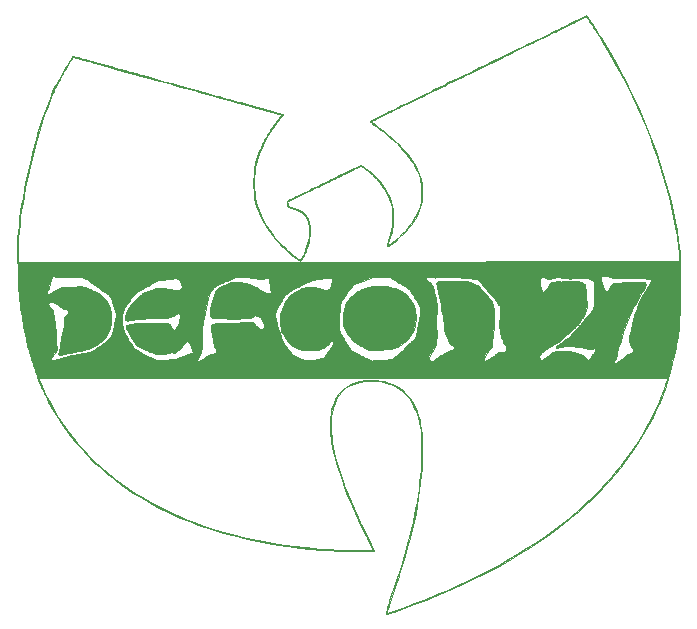
<source format=gbr>
G04 #@! TF.GenerationSoftware,KiCad,Pcbnew,(5.1.2)-1*
G04 #@! TF.CreationDate,2019-07-16T14:08:05-05:00*
G04 #@! TF.ProjectId,wutang-snmp-trap,77757461-6e67-42d7-936e-6d702d747261,rev?*
G04 #@! TF.SameCoordinates,Original*
G04 #@! TF.FileFunction,Legend,Top*
G04 #@! TF.FilePolarity,Positive*
%FSLAX46Y46*%
G04 Gerber Fmt 4.6, Leading zero omitted, Abs format (unit mm)*
G04 Created by KiCad (PCBNEW (5.1.2)-1) date 2019-07-16 14:08:05*
%MOMM*%
%LPD*%
G04 APERTURE LIST*
%ADD10C,0.010000*%
G04 APERTURE END LIST*
D10*
G36*
X25395075Y22354085D02*
G01*
X25419291Y22323620D01*
X25455081Y22274719D01*
X25501450Y22208899D01*
X25557404Y22127680D01*
X25621948Y22032583D01*
X25694087Y21925125D01*
X25772827Y21806826D01*
X25857173Y21679206D01*
X25946131Y21543783D01*
X26038707Y21402078D01*
X26133904Y21255609D01*
X26230730Y21105895D01*
X26328189Y20954456D01*
X26425287Y20802812D01*
X26521029Y20652480D01*
X26614421Y20504982D01*
X26704468Y20361835D01*
X26790175Y20224560D01*
X26870548Y20094675D01*
X26888178Y20066000D01*
X27368526Y19266161D01*
X27833747Y18456090D01*
X28283447Y17636861D01*
X28717230Y16809548D01*
X29134703Y15975225D01*
X29535471Y15134965D01*
X29919139Y14289843D01*
X30285311Y13440931D01*
X30633594Y12589305D01*
X30963593Y11736038D01*
X31274913Y10882203D01*
X31567159Y10028875D01*
X31839937Y9177127D01*
X32092851Y8328034D01*
X32325508Y7482668D01*
X32537512Y6642105D01*
X32728468Y5807417D01*
X32897983Y4979679D01*
X33045660Y4159964D01*
X33171107Y3349346D01*
X33248607Y2762405D01*
X33270283Y2580729D01*
X33289871Y2407821D01*
X33307233Y2245361D01*
X33322230Y2095026D01*
X33334723Y1958496D01*
X33344574Y1837450D01*
X33351643Y1733566D01*
X33355792Y1648525D01*
X33356882Y1584004D01*
X33354774Y1541683D01*
X33350908Y1525323D01*
X33331944Y1507441D01*
X33295077Y1496046D01*
X33270870Y1492435D01*
X33251983Y1491631D01*
X33208876Y1490753D01*
X33142726Y1489811D01*
X33054713Y1488812D01*
X32946015Y1487763D01*
X32817811Y1486672D01*
X32671281Y1485547D01*
X32507603Y1484395D01*
X32327956Y1483224D01*
X32133518Y1482041D01*
X31925469Y1480854D01*
X31704987Y1479671D01*
X31473252Y1478499D01*
X31231442Y1477346D01*
X30980735Y1476219D01*
X30722311Y1475127D01*
X30457349Y1474077D01*
X30391100Y1473825D01*
X27578050Y1463219D01*
X30463489Y1465035D01*
X30831894Y1465210D01*
X31175432Y1465257D01*
X31494067Y1465176D01*
X31787760Y1464968D01*
X32056473Y1464631D01*
X32300169Y1464166D01*
X32518809Y1463575D01*
X32712356Y1462855D01*
X32880772Y1462009D01*
X33024019Y1461035D01*
X33142059Y1459934D01*
X33234855Y1458707D01*
X33302368Y1457352D01*
X33344560Y1455872D01*
X33361395Y1454264D01*
X33361677Y1454102D01*
X33363654Y1439430D01*
X33365123Y1400948D01*
X33366107Y1340243D01*
X33366628Y1258900D01*
X33366711Y1158504D01*
X33366378Y1040641D01*
X33365653Y906896D01*
X33364560Y758854D01*
X33363120Y598101D01*
X33361358Y426223D01*
X33359297Y244804D01*
X33356960Y55430D01*
X33354371Y-140313D01*
X33351553Y-340841D01*
X33348528Y-544567D01*
X33345321Y-749906D01*
X33341954Y-955273D01*
X33338452Y-1159082D01*
X33334836Y-1359749D01*
X33331131Y-1555687D01*
X33327360Y-1745311D01*
X33323545Y-1927036D01*
X33319711Y-2099276D01*
X33315881Y-2260446D01*
X33312077Y-2408961D01*
X33308323Y-2543234D01*
X33304643Y-2661682D01*
X33301059Y-2762718D01*
X33299020Y-2813050D01*
X33280867Y-3189230D01*
X33259353Y-3544089D01*
X33233904Y-3881497D01*
X33203947Y-4205326D01*
X33168906Y-4519445D01*
X33128209Y-4827727D01*
X33081280Y-5134040D01*
X33027546Y-5442257D01*
X32966432Y-5756248D01*
X32897365Y-6079884D01*
X32819770Y-6417035D01*
X32733074Y-6771572D01*
X32682095Y-6972300D01*
X32657117Y-7068940D01*
X32629463Y-7174934D01*
X32599827Y-7287706D01*
X32568902Y-7404681D01*
X32537380Y-7523286D01*
X32505955Y-7640945D01*
X32475319Y-7755085D01*
X32446167Y-7863130D01*
X32419190Y-7962507D01*
X32395083Y-8050640D01*
X32374537Y-8124956D01*
X32358247Y-8182879D01*
X32346906Y-8221836D01*
X32341205Y-8239252D01*
X32340840Y-8239893D01*
X32341239Y-8254199D01*
X32346930Y-8267757D01*
X32348671Y-8276744D01*
X32347223Y-8292998D01*
X32342064Y-8318181D01*
X32332674Y-8353953D01*
X32318530Y-8401975D01*
X32299111Y-8463909D01*
X32273896Y-8541415D01*
X32242364Y-8636156D01*
X32203992Y-8749791D01*
X32158260Y-8883982D01*
X32104646Y-9040390D01*
X32101775Y-9048750D01*
X31866039Y-9697635D01*
X31605355Y-10344885D01*
X31320158Y-10989801D01*
X31010881Y-11631686D01*
X30677959Y-12269841D01*
X30321826Y-12903569D01*
X29942918Y-13532170D01*
X29541669Y-14154946D01*
X29118512Y-14771200D01*
X28673884Y-15380232D01*
X28208217Y-15981346D01*
X27721946Y-16573842D01*
X27215507Y-17157022D01*
X26720176Y-17697450D01*
X26619630Y-17803072D01*
X26503918Y-17922444D01*
X26376471Y-18052167D01*
X26240719Y-18188842D01*
X26100094Y-18329072D01*
X25958026Y-18469458D01*
X25817946Y-18606603D01*
X25683286Y-18737109D01*
X25557475Y-18857578D01*
X25443944Y-18964611D01*
X25393650Y-19011296D01*
X24774795Y-19566675D01*
X24132418Y-20112883D01*
X23466729Y-20649801D01*
X22777937Y-21177309D01*
X22066253Y-21695285D01*
X21331887Y-22203611D01*
X20575048Y-22702166D01*
X19795948Y-23190830D01*
X18994796Y-23669482D01*
X18171803Y-24138004D01*
X17327179Y-24596274D01*
X16461133Y-25044173D01*
X15573876Y-25481581D01*
X14665619Y-25908377D01*
X13736571Y-26324441D01*
X12786942Y-26729653D01*
X11816943Y-27123894D01*
X10826784Y-27507043D01*
X9975850Y-27821594D01*
X9729150Y-27910493D01*
X9503888Y-27990858D01*
X9300303Y-28062608D01*
X9118633Y-28125663D01*
X8959120Y-28179943D01*
X8822002Y-28225368D01*
X8707519Y-28261857D01*
X8615910Y-28289330D01*
X8547417Y-28307706D01*
X8502277Y-28316905D01*
X8495544Y-28317686D01*
X8453257Y-28320390D01*
X8428816Y-28317678D01*
X8414946Y-28307909D01*
X8408726Y-28298078D01*
X8397142Y-28263955D01*
X8394700Y-28243374D01*
X8396698Y-28225795D01*
X8402983Y-28197458D01*
X8413986Y-28157041D01*
X8430141Y-28103228D01*
X8451880Y-28034698D01*
X8479636Y-27950132D01*
X8513841Y-27848212D01*
X8554928Y-27727618D01*
X8603330Y-27587032D01*
X8659480Y-27425134D01*
X8721280Y-27247850D01*
X8979492Y-26498544D01*
X9223610Y-25769393D01*
X9453827Y-25059554D01*
X9670339Y-24368183D01*
X9873341Y-23694438D01*
X10063029Y-23037473D01*
X10239598Y-22396447D01*
X10403243Y-21770515D01*
X10554159Y-21158834D01*
X10692542Y-20560561D01*
X10818586Y-19974853D01*
X10932488Y-19400865D01*
X11034441Y-18837755D01*
X11124643Y-18284679D01*
X11203287Y-17740794D01*
X11270569Y-17205256D01*
X11326685Y-16677222D01*
X11371829Y-16155849D01*
X11405488Y-15652750D01*
X11413358Y-15492306D01*
X11419784Y-15314371D01*
X11424775Y-15122549D01*
X11428341Y-14920442D01*
X11430493Y-14711654D01*
X11431239Y-14499788D01*
X11430591Y-14288447D01*
X11428557Y-14081235D01*
X11425147Y-13881753D01*
X11420371Y-13693607D01*
X11414239Y-13520398D01*
X11406761Y-13365730D01*
X11398944Y-13246100D01*
X11358028Y-12826173D01*
X11300519Y-12425459D01*
X11226407Y-12043925D01*
X11135679Y-11681541D01*
X11028322Y-11338278D01*
X10904327Y-11014104D01*
X10763680Y-10708989D01*
X10606370Y-10422903D01*
X10432384Y-10155815D01*
X10241712Y-9907694D01*
X10034342Y-9678511D01*
X10001679Y-9645650D01*
X9780551Y-9443571D01*
X9544780Y-9262166D01*
X9294718Y-9101603D01*
X9030715Y-8962052D01*
X8753122Y-8843684D01*
X8462291Y-8746668D01*
X8158571Y-8671175D01*
X7893050Y-8624417D01*
X7633652Y-8594632D01*
X7364918Y-8578308D01*
X7092689Y-8575313D01*
X6822804Y-8585520D01*
X6561106Y-8608800D01*
X6313434Y-8645024D01*
X6229350Y-8661103D01*
X5952641Y-8729184D01*
X5691783Y-8817087D01*
X5446900Y-8924689D01*
X5218116Y-9051867D01*
X5005556Y-9198496D01*
X4809342Y-9364454D01*
X4629600Y-9549618D01*
X4466453Y-9753864D01*
X4320026Y-9977068D01*
X4190442Y-10219107D01*
X4077825Y-10479859D01*
X3982300Y-10759199D01*
X3930260Y-10947400D01*
X3862772Y-11253125D01*
X3812893Y-11567466D01*
X3780547Y-11892116D01*
X3765657Y-12228771D01*
X3768149Y-12579125D01*
X3787944Y-12944873D01*
X3823605Y-13315950D01*
X3879119Y-13725723D01*
X3953209Y-14152741D01*
X4045856Y-14596947D01*
X4157041Y-15058283D01*
X4286744Y-15536691D01*
X4434948Y-16032114D01*
X4601632Y-16544493D01*
X4786778Y-17073771D01*
X4990368Y-17619891D01*
X5212381Y-18182794D01*
X5452799Y-18762423D01*
X5711604Y-19358720D01*
X5988776Y-19971627D01*
X6067805Y-20142200D01*
X6107576Y-20227549D01*
X6143797Y-20305099D01*
X6177650Y-20377318D01*
X6210321Y-20446674D01*
X6242995Y-20515634D01*
X6276855Y-20586667D01*
X6313085Y-20662240D01*
X6352871Y-20744822D01*
X6397397Y-20836880D01*
X6447847Y-20940882D01*
X6505405Y-21059296D01*
X6571257Y-21194589D01*
X6646585Y-21349231D01*
X6680363Y-21418550D01*
X6791743Y-21647293D01*
X6892244Y-21854090D01*
X6982254Y-22039759D01*
X7062159Y-22205118D01*
X7132347Y-22350984D01*
X7193207Y-22478177D01*
X7245124Y-22587513D01*
X7288488Y-22679812D01*
X7323684Y-22755891D01*
X7351102Y-22816568D01*
X7371128Y-22862662D01*
X7384150Y-22894990D01*
X7390555Y-22914371D01*
X7391400Y-22919649D01*
X7390902Y-22932132D01*
X7388159Y-22942788D01*
X7381293Y-22951776D01*
X7368428Y-22959253D01*
X7347685Y-22965379D01*
X7317189Y-22970312D01*
X7275062Y-22974211D01*
X7219427Y-22977235D01*
X7148408Y-22979541D01*
X7060126Y-22981290D01*
X6952706Y-22982638D01*
X6824270Y-22983746D01*
X6672942Y-22984771D01*
X6616700Y-22985125D01*
X6142645Y-22985947D01*
X5666373Y-22982606D01*
X5191735Y-22975213D01*
X4722583Y-22963880D01*
X4262769Y-22948719D01*
X3816144Y-22929841D01*
X3386562Y-22907358D01*
X2977872Y-22881383D01*
X2933700Y-22878270D01*
X1998550Y-22801943D01*
X1074602Y-22706981D01*
X162308Y-22593521D01*
X-737876Y-22461698D01*
X-1625497Y-22311648D01*
X-2500102Y-22143510D01*
X-3361236Y-21957418D01*
X-4208445Y-21753509D01*
X-5041275Y-21531920D01*
X-5859273Y-21292787D01*
X-6661985Y-21036246D01*
X-7448956Y-20762435D01*
X-8219733Y-20471489D01*
X-8973862Y-20163544D01*
X-9710889Y-19838738D01*
X-10430359Y-19497207D01*
X-11131820Y-19139086D01*
X-11814817Y-18764513D01*
X-12478896Y-18373624D01*
X-12874280Y-18127368D01*
X-13499079Y-17715655D01*
X-14104499Y-17287947D01*
X-14690417Y-16844378D01*
X-15256710Y-16385081D01*
X-15803256Y-15910192D01*
X-16329933Y-15419845D01*
X-16836617Y-14914174D01*
X-17323187Y-14393313D01*
X-17789521Y-13857397D01*
X-18235495Y-13306560D01*
X-18660987Y-12740936D01*
X-19065874Y-12160659D01*
X-19450035Y-11565865D01*
X-19813347Y-10956686D01*
X-20155687Y-10333258D01*
X-20377233Y-9899650D01*
X-20434991Y-9781944D01*
X-20495226Y-9656946D01*
X-20557001Y-9526767D01*
X-20619379Y-9393519D01*
X-20681420Y-9259312D01*
X-20742186Y-9126258D01*
X-20800740Y-8996467D01*
X-20856143Y-8872053D01*
X-20907457Y-8755124D01*
X-20953744Y-8647794D01*
X-20994065Y-8552173D01*
X-21027484Y-8470372D01*
X-21053060Y-8404503D01*
X-21064229Y-8372700D01*
X-20975338Y-8372700D01*
X-20973514Y-8386803D01*
X-20962730Y-8420435D01*
X-20944363Y-8469921D01*
X-20919784Y-8531586D01*
X-20890370Y-8601756D01*
X-20885103Y-8614000D01*
X-20699168Y-9035313D01*
X-20510643Y-9444274D01*
X-20320713Y-9838492D01*
X-20130568Y-10215574D01*
X-19941394Y-10573129D01*
X-19754380Y-10908766D01*
X-19691624Y-11017250D01*
X-19320505Y-11627943D01*
X-18930060Y-12222699D01*
X-18520216Y-12801579D01*
X-18090901Y-13364647D01*
X-17642041Y-13911965D01*
X-17173565Y-14443594D01*
X-16685400Y-14959597D01*
X-16177473Y-15460037D01*
X-15649711Y-15944975D01*
X-15102043Y-16414474D01*
X-14534396Y-16868596D01*
X-13946697Y-17307403D01*
X-13338874Y-17730958D01*
X-12710854Y-18139323D01*
X-12062565Y-18532559D01*
X-11393933Y-18910730D01*
X-10704888Y-19273898D01*
X-9995355Y-19622125D01*
X-9296400Y-19941745D01*
X-8553945Y-20257062D01*
X-7792940Y-20555603D01*
X-7014047Y-20837208D01*
X-6217924Y-21101719D01*
X-5405233Y-21348977D01*
X-4576632Y-21578824D01*
X-3732782Y-21791101D01*
X-2874344Y-21985650D01*
X-2001977Y-22162311D01*
X-1116340Y-22320928D01*
X-218095Y-22461340D01*
X692099Y-22583389D01*
X1613582Y-22686918D01*
X2451100Y-22764050D01*
X2676666Y-22782279D01*
X2890871Y-22798678D01*
X3096919Y-22813400D01*
X3298016Y-22826601D01*
X3497366Y-22838433D01*
X3698174Y-22849053D01*
X3903645Y-22858615D01*
X4116984Y-22867272D01*
X4341395Y-22875180D01*
X4580084Y-22882492D01*
X4836255Y-22889364D01*
X5113113Y-22895949D01*
X5251450Y-22898992D01*
X5369828Y-22901252D01*
X5499157Y-22903210D01*
X5637276Y-22904867D01*
X5782028Y-22906227D01*
X5931253Y-22907293D01*
X6082793Y-22908068D01*
X6234490Y-22908555D01*
X6384183Y-22908757D01*
X6529715Y-22908676D01*
X6668927Y-22908317D01*
X6799661Y-22907681D01*
X6919756Y-22906773D01*
X7027056Y-22905594D01*
X7119400Y-22904148D01*
X7194631Y-22902437D01*
X7250589Y-22900466D01*
X7285116Y-22898236D01*
X7295972Y-22896171D01*
X7295796Y-22888974D01*
X7290147Y-22871363D01*
X7278476Y-22842167D01*
X7260237Y-22800215D01*
X7234882Y-22744333D01*
X7201861Y-22673350D01*
X7160628Y-22586095D01*
X7110635Y-22481396D01*
X7051334Y-22358080D01*
X6982177Y-22214977D01*
X6902616Y-22050913D01*
X6854531Y-21951950D01*
X6792486Y-21824322D01*
X6723606Y-21682621D01*
X6651025Y-21533295D01*
X6577879Y-21382796D01*
X6507302Y-21237575D01*
X6442430Y-21104081D01*
X6400845Y-21018500D01*
X6102108Y-20394127D01*
X5821250Y-19787423D01*
X5558180Y-19198109D01*
X5312802Y-18625907D01*
X5085021Y-18070540D01*
X4874745Y-17531729D01*
X4681877Y-17009198D01*
X4506324Y-16502668D01*
X4347992Y-16011860D01*
X4206787Y-15536499D01*
X4082613Y-15076305D01*
X3975376Y-14631001D01*
X3884983Y-14200309D01*
X3811339Y-13783952D01*
X3754349Y-13381651D01*
X3728191Y-13147701D01*
X3699152Y-12772246D01*
X3688179Y-12407222D01*
X3695114Y-12053574D01*
X3719795Y-11712249D01*
X3762064Y-11384192D01*
X3821761Y-11070348D01*
X3898727Y-10771664D01*
X3992802Y-10489085D01*
X4103828Y-10223558D01*
X4231643Y-9976026D01*
X4275623Y-9901495D01*
X4412896Y-9698392D01*
X4570704Y-9504577D01*
X4745430Y-9323716D01*
X4933459Y-9159472D01*
X5131176Y-9015509D01*
X5182269Y-8982759D01*
X5388976Y-8867303D01*
X5615224Y-8766147D01*
X5859170Y-8679888D01*
X6118967Y-8609125D01*
X6392770Y-8554455D01*
X6591300Y-8526140D01*
X6672678Y-8518470D01*
X6773620Y-8512281D01*
X6889123Y-8507603D01*
X7014183Y-8504466D01*
X7143799Y-8502900D01*
X7272967Y-8502936D01*
X7396684Y-8504603D01*
X7509948Y-8507934D01*
X7607756Y-8512957D01*
X7683500Y-8519518D01*
X7964663Y-8558174D01*
X8226386Y-8607866D01*
X8472596Y-8669677D01*
X8707219Y-8744689D01*
X8934185Y-8833986D01*
X9099550Y-8909914D01*
X9362237Y-9051797D01*
X9610874Y-9214586D01*
X9845231Y-9397872D01*
X10065076Y-9601249D01*
X10270177Y-9824310D01*
X10460304Y-10066646D01*
X10635224Y-10327851D01*
X10794707Y-10607517D01*
X10938522Y-10905237D01*
X11066436Y-11220604D01*
X11178219Y-11553210D01*
X11273639Y-11902649D01*
X11352466Y-12268512D01*
X11414467Y-12650394D01*
X11459411Y-13047885D01*
X11461219Y-13068300D01*
X11477906Y-13291310D01*
X11491088Y-13535892D01*
X11500767Y-13798463D01*
X11506942Y-14075436D01*
X11509614Y-14363229D01*
X11508782Y-14658255D01*
X11504447Y-14956930D01*
X11496610Y-15255670D01*
X11485269Y-15550890D01*
X11470427Y-15839005D01*
X11461027Y-15989300D01*
X11413977Y-16581737D01*
X11350766Y-17189223D01*
X11271329Y-17812077D01*
X11175596Y-18450620D01*
X11063501Y-19105174D01*
X10934976Y-19776059D01*
X10789953Y-20463597D01*
X10628365Y-21168107D01*
X10450143Y-21889911D01*
X10255220Y-22629330D01*
X10043529Y-23386684D01*
X9815001Y-24162295D01*
X9569880Y-24955500D01*
X9512551Y-25135248D01*
X9447722Y-25335470D01*
X9376534Y-25552756D01*
X9300132Y-25783696D01*
X9219657Y-26024879D01*
X9136252Y-26272896D01*
X9051060Y-26524336D01*
X8965224Y-26775789D01*
X8879885Y-27023845D01*
X8796188Y-27265094D01*
X8791131Y-27279600D01*
X8721079Y-27481012D01*
X8659641Y-27658769D01*
X8606829Y-27812843D01*
X8562650Y-27943207D01*
X8527114Y-28049831D01*
X8500232Y-28132687D01*
X8482011Y-28191749D01*
X8472463Y-28226987D01*
X8470900Y-28236682D01*
X8480172Y-28243963D01*
X8508980Y-28241965D01*
X8558804Y-28230481D01*
X8601109Y-28218444D01*
X8641334Y-28205789D01*
X8702598Y-28185610D01*
X8782015Y-28158910D01*
X8876695Y-28126688D01*
X8983752Y-28089947D01*
X9100299Y-28049686D01*
X9223446Y-28006907D01*
X9350308Y-27962611D01*
X9477996Y-27917799D01*
X9603624Y-27873472D01*
X9724302Y-27830630D01*
X9837144Y-27790276D01*
X9861550Y-27781501D01*
X10839966Y-27420513D01*
X11800011Y-27048622D01*
X12741413Y-26665996D01*
X13663903Y-26272804D01*
X14567208Y-25869212D01*
X15451059Y-25455391D01*
X16315184Y-25031508D01*
X17159312Y-24597731D01*
X17983174Y-24154229D01*
X18786496Y-23701170D01*
X19569010Y-23238722D01*
X20330443Y-22767053D01*
X21070526Y-22286332D01*
X21788987Y-21796727D01*
X22485555Y-21298407D01*
X23159960Y-20791539D01*
X23811931Y-20276292D01*
X24441196Y-19752834D01*
X25047485Y-19221334D01*
X25630527Y-18681959D01*
X26190052Y-18134879D01*
X26725787Y-17580260D01*
X27237464Y-17018272D01*
X27299161Y-16948150D01*
X27821483Y-16335314D01*
X28319874Y-15715988D01*
X28794238Y-15090327D01*
X29244481Y-14458484D01*
X29670509Y-13820615D01*
X30072227Y-13176874D01*
X30449541Y-12527415D01*
X30802356Y-11872393D01*
X31130577Y-11211962D01*
X31434111Y-10546278D01*
X31712863Y-9875493D01*
X31863655Y-9482798D01*
X31889196Y-9413368D01*
X31919019Y-9330867D01*
X31952154Y-9238101D01*
X31987631Y-9137876D01*
X32024480Y-9033000D01*
X32061732Y-8926278D01*
X32098416Y-8820518D01*
X32133563Y-8718526D01*
X32166204Y-8623109D01*
X32195367Y-8537074D01*
X32220084Y-8463226D01*
X32239384Y-8404373D01*
X32252297Y-8363322D01*
X32257855Y-8342878D01*
X32258000Y-8341580D01*
X32248746Y-8341009D01*
X32220892Y-8340459D01*
X32174296Y-8339928D01*
X32108815Y-8339418D01*
X32024307Y-8338927D01*
X31920632Y-8338456D01*
X31797646Y-8338004D01*
X31655209Y-8337573D01*
X31493178Y-8337161D01*
X31311413Y-8336769D01*
X31109769Y-8336396D01*
X30888107Y-8336044D01*
X30646285Y-8335710D01*
X30384159Y-8335396D01*
X30101590Y-8335102D01*
X29798434Y-8334828D01*
X29474550Y-8334572D01*
X29129796Y-8334336D01*
X28764031Y-8334120D01*
X28377112Y-8333923D01*
X27968899Y-8333745D01*
X27539248Y-8333587D01*
X27088018Y-8333448D01*
X26615068Y-8333328D01*
X26120255Y-8333228D01*
X25603438Y-8333147D01*
X25064474Y-8333085D01*
X24503223Y-8333042D01*
X23919542Y-8333018D01*
X23313290Y-8333013D01*
X22684325Y-8333027D01*
X22032504Y-8333061D01*
X21357686Y-8333113D01*
X20659730Y-8333185D01*
X19938493Y-8333275D01*
X19193834Y-8333384D01*
X18425610Y-8333512D01*
X17633681Y-8333659D01*
X16817904Y-8333825D01*
X15978137Y-8334010D01*
X15114239Y-8334213D01*
X14226067Y-8334436D01*
X13313481Y-8334677D01*
X12376338Y-8334936D01*
X11414496Y-8335214D01*
X10427814Y-8335511D01*
X9416149Y-8335827D01*
X8379360Y-8336161D01*
X7375525Y-8336494D01*
X6328528Y-8336849D01*
X5306646Y-8337202D01*
X4309590Y-8337552D01*
X3337074Y-8337902D01*
X2388813Y-8338250D01*
X1464518Y-8338597D01*
X563904Y-8338943D01*
X-313316Y-8339290D01*
X-1167428Y-8339636D01*
X-1998720Y-8339984D01*
X-2807477Y-8340332D01*
X-3593986Y-8340682D01*
X-4358535Y-8341033D01*
X-5101408Y-8341387D01*
X-5822894Y-8341742D01*
X-6523278Y-8342101D01*
X-7202847Y-8342463D01*
X-7861887Y-8342828D01*
X-8500686Y-8343198D01*
X-9119530Y-8343571D01*
X-9718704Y-8343950D01*
X-10298497Y-8344333D01*
X-10859194Y-8344721D01*
X-11401083Y-8345116D01*
X-11924448Y-8345516D01*
X-12429578Y-8345923D01*
X-12916759Y-8346337D01*
X-13386277Y-8346758D01*
X-13838418Y-8347186D01*
X-14273470Y-8347623D01*
X-14691719Y-8348068D01*
X-15093452Y-8348521D01*
X-15478955Y-8348983D01*
X-15848514Y-8349455D01*
X-16202417Y-8349937D01*
X-16540949Y-8350429D01*
X-16864398Y-8350931D01*
X-17173049Y-8351444D01*
X-17467191Y-8351968D01*
X-17747108Y-8352504D01*
X-18013088Y-8353052D01*
X-18265417Y-8353612D01*
X-18504381Y-8354185D01*
X-18730268Y-8354771D01*
X-18943364Y-8355370D01*
X-19143956Y-8355983D01*
X-19332329Y-8356611D01*
X-19508771Y-8357253D01*
X-19673568Y-8357909D01*
X-19827007Y-8358581D01*
X-19969374Y-8359269D01*
X-20100956Y-8359972D01*
X-20222039Y-8360692D01*
X-20332911Y-8361429D01*
X-20433857Y-8362183D01*
X-20525164Y-8362954D01*
X-20607118Y-8363743D01*
X-20680007Y-8364550D01*
X-20744117Y-8365375D01*
X-20799734Y-8366220D01*
X-20847145Y-8367084D01*
X-20886636Y-8367967D01*
X-20918495Y-8368871D01*
X-20943007Y-8369795D01*
X-20960459Y-8370739D01*
X-20971138Y-8371705D01*
X-20975331Y-8372692D01*
X-20975338Y-8372700D01*
X-21064229Y-8372700D01*
X-21069857Y-8356677D01*
X-21075291Y-8335433D01*
X-21001567Y-8335433D01*
X-20999824Y-8342983D01*
X-20993100Y-8343900D01*
X-20982647Y-8339253D01*
X-20984634Y-8335433D01*
X-20999706Y-8333913D01*
X-21001567Y-8335433D01*
X-21075291Y-8335433D01*
X-21076936Y-8329005D01*
X-21077010Y-8324850D01*
X-21073626Y-8314323D01*
X-21064304Y-8306792D01*
X-21044913Y-8301427D01*
X-21011321Y-8297400D01*
X-20959397Y-8293885D01*
X-20909379Y-8291257D01*
X-20885512Y-8290671D01*
X-20837101Y-8290045D01*
X-20765004Y-8289383D01*
X-20670078Y-8288686D01*
X-20553179Y-8287959D01*
X-20415164Y-8287203D01*
X-20256891Y-8286422D01*
X-20079215Y-8285620D01*
X-19882995Y-8284797D01*
X-19669086Y-8283959D01*
X-19438346Y-8283107D01*
X-19191631Y-8282245D01*
X-18929798Y-8281375D01*
X-18653705Y-8280500D01*
X-18364208Y-8279624D01*
X-18062163Y-8278749D01*
X-17748428Y-8277878D01*
X-17423860Y-8277014D01*
X-17089315Y-8276160D01*
X-16745650Y-8275319D01*
X-16393722Y-8274494D01*
X-16034389Y-8273688D01*
X-15668506Y-8272903D01*
X-15328900Y-8272207D01*
X-9912350Y-8261350D01*
X-15493615Y-8255000D01*
X-21074879Y-8248650D01*
X-21104503Y-8172450D01*
X32270700Y-8172450D01*
X32277050Y-8178800D01*
X32283400Y-8172450D01*
X32277050Y-8166100D01*
X32270700Y-8172450D01*
X-21104503Y-8172450D01*
X-21148941Y-8058150D01*
X-21197398Y-7929562D01*
X-21251285Y-7779520D01*
X-21309623Y-7611148D01*
X-21321608Y-7575550D01*
X-21247100Y-7575550D01*
X-21240750Y-7581900D01*
X-21234400Y-7575550D01*
X-21240750Y-7569200D01*
X-21247100Y-7575550D01*
X-21321608Y-7575550D01*
X-21336574Y-7531100D01*
X-21259800Y-7531100D01*
X-21255154Y-7541553D01*
X-21251334Y-7539566D01*
X-21249814Y-7524494D01*
X-21251334Y-7522633D01*
X-21258884Y-7524376D01*
X-21259800Y-7531100D01*
X-21336574Y-7531100D01*
X-21349402Y-7493000D01*
X-21272500Y-7493000D01*
X-21267854Y-7503453D01*
X-21264034Y-7501466D01*
X-21262514Y-7486394D01*
X-21264034Y-7484533D01*
X-21271584Y-7486276D01*
X-21272500Y-7493000D01*
X-21349402Y-7493000D01*
X-21362230Y-7454900D01*
X-21285200Y-7454900D01*
X-21280554Y-7465353D01*
X-21276734Y-7463366D01*
X-21275214Y-7448294D01*
X-21276734Y-7446433D01*
X-21284284Y-7448176D01*
X-21285200Y-7454900D01*
X-21362230Y-7454900D01*
X-21371432Y-7427570D01*
X-21374971Y-7416800D01*
X-21297900Y-7416800D01*
X-21293254Y-7427253D01*
X-21289434Y-7425266D01*
X-21287914Y-7410194D01*
X-21289434Y-7408333D01*
X-21296984Y-7410076D01*
X-21297900Y-7416800D01*
X-21374971Y-7416800D01*
X-21387492Y-7378700D01*
X-21310600Y-7378700D01*
X-21305954Y-7389153D01*
X-21302134Y-7387166D01*
X-21300614Y-7372094D01*
X-21302134Y-7370233D01*
X-21309684Y-7371976D01*
X-21310600Y-7378700D01*
X-21387492Y-7378700D01*
X-21400013Y-7340600D01*
X-21323300Y-7340600D01*
X-21318654Y-7351053D01*
X-21314834Y-7349066D01*
X-21313314Y-7333994D01*
X-21314834Y-7332133D01*
X-21322384Y-7333876D01*
X-21323300Y-7340600D01*
X-21400013Y-7340600D01*
X-21412534Y-7302500D01*
X-21336000Y-7302500D01*
X-21331354Y-7312953D01*
X-21327534Y-7310966D01*
X-21326014Y-7295894D01*
X-21327534Y-7294033D01*
X-21335084Y-7295776D01*
X-21336000Y-7302500D01*
X-21412534Y-7302500D01*
X-21425056Y-7264400D01*
X-21348700Y-7264400D01*
X-21344054Y-7274853D01*
X-21340234Y-7272866D01*
X-21338714Y-7257794D01*
X-21340234Y-7255933D01*
X-21347784Y-7257676D01*
X-21348700Y-7264400D01*
X-21425056Y-7264400D01*
X-21435734Y-7231911D01*
X-21492930Y-7054092D01*
X-21409327Y-7054092D01*
X-21408143Y-7067687D01*
X-21400411Y-7098993D01*
X-21387729Y-7141664D01*
X-21385464Y-7148763D01*
X-21371022Y-7191074D01*
X-21359177Y-7221166D01*
X-21352148Y-7233493D01*
X-21351574Y-7233407D01*
X-21352758Y-7219812D01*
X-21360490Y-7188506D01*
X-21373172Y-7145835D01*
X-21375437Y-7138736D01*
X-21389879Y-7096425D01*
X-21401724Y-7066333D01*
X-21408753Y-7054006D01*
X-21409327Y-7054092D01*
X-21492930Y-7054092D01*
X-21501550Y-7027294D01*
X-21502872Y-7023100D01*
X-21424900Y-7023100D01*
X-21420254Y-7033553D01*
X-21416434Y-7031566D01*
X-21414914Y-7016494D01*
X-21416434Y-7014633D01*
X-21423984Y-7016376D01*
X-21424900Y-7023100D01*
X-21502872Y-7023100D01*
X-21514884Y-6985000D01*
X-21437600Y-6985000D01*
X-21432954Y-6995453D01*
X-21429134Y-6993466D01*
X-21427614Y-6978394D01*
X-21429134Y-6976533D01*
X-21436684Y-6978276D01*
X-21437600Y-6985000D01*
X-21514884Y-6985000D01*
X-21526896Y-6946900D01*
X-21450300Y-6946900D01*
X-21445654Y-6957353D01*
X-21441834Y-6955366D01*
X-21440314Y-6940294D01*
X-21441834Y-6938433D01*
X-21449384Y-6940176D01*
X-21450300Y-6946900D01*
X-21526896Y-6946900D01*
X-21567901Y-6816844D01*
X-21569327Y-6812231D01*
X-21484966Y-6812231D01*
X-21484853Y-6826412D01*
X-21478409Y-6855883D01*
X-21474546Y-6869545D01*
X-21464025Y-6900030D01*
X-21455785Y-6915863D01*
X-21453735Y-6916468D01*
X-21453848Y-6902287D01*
X-21460292Y-6872816D01*
X-21464155Y-6859154D01*
X-21474676Y-6828669D01*
X-21482916Y-6812836D01*
X-21484966Y-6812231D01*
X-21569327Y-6812231D01*
X-21578736Y-6781800D01*
X-21501100Y-6781800D01*
X-21496454Y-6792253D01*
X-21492634Y-6790266D01*
X-21491114Y-6775194D01*
X-21492634Y-6773333D01*
X-21500184Y-6775076D01*
X-21501100Y-6781800D01*
X-21578736Y-6781800D01*
X-21590516Y-6743700D01*
X-21513800Y-6743700D01*
X-21509154Y-6754153D01*
X-21505334Y-6752166D01*
X-21503814Y-6737094D01*
X-21505334Y-6735233D01*
X-21512884Y-6736976D01*
X-21513800Y-6743700D01*
X-21590516Y-6743700D01*
X-21602296Y-6705600D01*
X-21526500Y-6705600D01*
X-21521854Y-6716053D01*
X-21518034Y-6714066D01*
X-21516514Y-6698994D01*
X-21518034Y-6697133D01*
X-21525584Y-6698876D01*
X-21526500Y-6705600D01*
X-21602296Y-6705600D01*
X-21616367Y-6660091D01*
X-21538198Y-6660091D01*
X-21535863Y-6676563D01*
X-21531528Y-6676760D01*
X-21528496Y-6659762D01*
X-21530525Y-6652418D01*
X-21536164Y-6647608D01*
X-21538198Y-6660091D01*
X-21616367Y-6660091D01*
X-21629783Y-6616700D01*
X-21551900Y-6616700D01*
X-21547254Y-6627153D01*
X-21543434Y-6625166D01*
X-21541914Y-6610094D01*
X-21543434Y-6608233D01*
X-21550984Y-6609976D01*
X-21551900Y-6616700D01*
X-21629783Y-6616700D01*
X-21633808Y-6603685D01*
X-21641411Y-6578600D01*
X-21564600Y-6578600D01*
X-21559954Y-6589053D01*
X-21556134Y-6587066D01*
X-21554614Y-6571994D01*
X-21556134Y-6570133D01*
X-21563684Y-6571876D01*
X-21564600Y-6578600D01*
X-21641411Y-6578600D01*
X-21666400Y-6496156D01*
X-21587050Y-6496156D01*
X-21582743Y-6520542D01*
X-21574955Y-6543228D01*
X-21568807Y-6548940D01*
X-21567551Y-6534043D01*
X-21571858Y-6509657D01*
X-21579646Y-6486971D01*
X-21585794Y-6481259D01*
X-21587050Y-6496156D01*
X-21666400Y-6496156D01*
X-21679906Y-6451600D01*
X-21602700Y-6451600D01*
X-21598054Y-6462053D01*
X-21594234Y-6460066D01*
X-21592714Y-6444994D01*
X-21594234Y-6443133D01*
X-21601784Y-6444876D01*
X-21602700Y-6451600D01*
X-21679906Y-6451600D01*
X-21698293Y-6390941D01*
X-21704757Y-6369156D01*
X-21625150Y-6369156D01*
X-21620843Y-6393542D01*
X-21613055Y-6416228D01*
X-21606907Y-6421940D01*
X-21605651Y-6407043D01*
X-21609958Y-6382657D01*
X-21617746Y-6359971D01*
X-21623894Y-6354259D01*
X-21625150Y-6369156D01*
X-21704757Y-6369156D01*
X-21760377Y-6181737D01*
X-21819080Y-5979196D01*
X-21873425Y-5786443D01*
X-21922431Y-5606602D01*
X-21950704Y-5499100D01*
X-22018680Y-5223336D01*
X-22086057Y-4924651D01*
X-22152468Y-4605522D01*
X-22217544Y-4268426D01*
X-22279076Y-3926087D01*
X-22198291Y-3926087D01*
X-22196349Y-3945676D01*
X-22189961Y-3986973D01*
X-22179733Y-4046793D01*
X-22166269Y-4121952D01*
X-22150175Y-4209264D01*
X-22132054Y-4305545D01*
X-22112513Y-4407610D01*
X-22092155Y-4512274D01*
X-22071587Y-4616353D01*
X-22051412Y-4716661D01*
X-22032236Y-4810014D01*
X-22014664Y-4893226D01*
X-22014100Y-4895850D01*
X-21951033Y-5175496D01*
X-21880765Y-5461187D01*
X-21801768Y-5758946D01*
X-21734680Y-5997970D01*
X-21709805Y-6085014D01*
X-21687406Y-6163951D01*
X-21668394Y-6231522D01*
X-21653682Y-6284469D01*
X-21644180Y-6319534D01*
X-21640801Y-6333458D01*
X-21640800Y-6333462D01*
X-21634817Y-6335493D01*
X-21634017Y-6334749D01*
X-21635023Y-6320878D01*
X-21642126Y-6286815D01*
X-21654318Y-6236757D01*
X-21670594Y-6174899D01*
X-21684037Y-6126258D01*
X-21754135Y-5869291D01*
X-21825717Y-5591459D01*
X-21897751Y-5297172D01*
X-21969209Y-4990840D01*
X-22039059Y-4676874D01*
X-22106270Y-4359682D01*
X-22165834Y-4064000D01*
X-22177478Y-4006630D01*
X-22187346Y-3961730D01*
X-22194523Y-3933199D01*
X-22198090Y-3924933D01*
X-22198291Y-3926087D01*
X-22279076Y-3926087D01*
X-22280918Y-3915841D01*
X-22288017Y-3873500D01*
X-22210295Y-3873500D01*
X-22208299Y-3891529D01*
X-22203890Y-3889375D01*
X-22202212Y-3863373D01*
X-22203890Y-3857625D01*
X-22208525Y-3856029D01*
X-22210295Y-3873500D01*
X-22288017Y-3873500D01*
X-22300794Y-3797300D01*
X-22222995Y-3797300D01*
X-22220999Y-3815329D01*
X-22216590Y-3813175D01*
X-22214912Y-3787173D01*
X-22216590Y-3781425D01*
X-22221225Y-3779829D01*
X-22222995Y-3797300D01*
X-22300794Y-3797300D01*
X-22313571Y-3721100D01*
X-22235695Y-3721100D01*
X-22233699Y-3739129D01*
X-22229290Y-3736975D01*
X-22227612Y-3710973D01*
X-22229290Y-3705225D01*
X-22233925Y-3703629D01*
X-22235695Y-3721100D01*
X-22313571Y-3721100D01*
X-22324219Y-3657600D01*
X-22248395Y-3657600D01*
X-22246399Y-3675629D01*
X-22241990Y-3673475D01*
X-22240312Y-3647473D01*
X-22241990Y-3641725D01*
X-22246625Y-3640129D01*
X-22248395Y-3657600D01*
X-22324219Y-3657600D01*
X-22336996Y-3581400D01*
X-22261095Y-3581400D01*
X-22259099Y-3599429D01*
X-22254690Y-3597275D01*
X-22253012Y-3571273D01*
X-22254690Y-3565525D01*
X-22259325Y-3563929D01*
X-22261095Y-3581400D01*
X-22336996Y-3581400D01*
X-22342221Y-3550243D01*
X-22349270Y-3505200D01*
X-22275800Y-3505200D01*
X-22271154Y-3515653D01*
X-22267334Y-3513666D01*
X-22265814Y-3498594D01*
X-22267334Y-3496733D01*
X-22274884Y-3498476D01*
X-22275800Y-3505200D01*
X-22349270Y-3505200D01*
X-22401086Y-3174110D01*
X-22457145Y-2789920D01*
X-22510029Y-2400150D01*
X-22559372Y-2007277D01*
X-22604804Y-1613778D01*
X-22645959Y-1222131D01*
X-22652291Y-1154949D01*
X-20289835Y-1154949D01*
X-20288380Y-1184712D01*
X-20278366Y-1209509D01*
X-20269400Y-1222411D01*
X-20244642Y-1244988D01*
X-20213716Y-1255154D01*
X-20174271Y-1252214D01*
X-20123954Y-1235472D01*
X-20060414Y-1204234D01*
X-19981299Y-1157804D01*
X-19920691Y-1119331D01*
X-19819254Y-1054695D01*
X-19713623Y-989403D01*
X-19608209Y-926041D01*
X-19507425Y-867196D01*
X-19415682Y-815456D01*
X-19337393Y-773406D01*
X-19291300Y-750328D01*
X-19221797Y-718832D01*
X-19156480Y-693626D01*
X-19091628Y-674247D01*
X-19023522Y-660230D01*
X-18948442Y-651114D01*
X-18862667Y-646432D01*
X-18762477Y-645723D01*
X-18644153Y-648523D01*
X-18516600Y-653774D01*
X-18433025Y-657056D01*
X-18366808Y-657804D01*
X-18309998Y-655627D01*
X-18254646Y-650136D01*
X-18192798Y-640940D01*
X-18167350Y-636637D01*
X-17906110Y-601532D01*
X-17653406Y-587681D01*
X-17410623Y-595034D01*
X-17179148Y-623545D01*
X-16960367Y-673166D01*
X-16941800Y-678532D01*
X-16904234Y-691835D01*
X-16846204Y-715422D01*
X-16769993Y-748273D01*
X-16677882Y-789367D01*
X-16572154Y-837682D01*
X-16455090Y-892198D01*
X-16328973Y-951893D01*
X-16300450Y-965518D01*
X-15767050Y-1220739D01*
X-15502837Y-1483494D01*
X-15424808Y-1561377D01*
X-15362465Y-1624508D01*
X-15313267Y-1675825D01*
X-15274675Y-1718268D01*
X-15244148Y-1754776D01*
X-15219147Y-1788288D01*
X-15197131Y-1821743D01*
X-15175562Y-1858081D01*
X-15168706Y-1870146D01*
X-15070431Y-2059219D01*
X-14987601Y-2249715D01*
X-14922676Y-2435688D01*
X-14898052Y-2523728D01*
X-14855494Y-2729649D01*
X-14828342Y-2949098D01*
X-14816821Y-3175240D01*
X-14821153Y-3401242D01*
X-14841560Y-3620271D01*
X-14858766Y-3730068D01*
X-14896284Y-3899887D01*
X-14948664Y-4081584D01*
X-15013378Y-4268524D01*
X-15087895Y-4454072D01*
X-15169688Y-4631593D01*
X-15256228Y-4794453D01*
X-15279572Y-4834205D01*
X-15311384Y-4883571D01*
X-15345907Y-4928516D01*
X-15387975Y-4974483D01*
X-15442424Y-5026913D01*
X-15485149Y-5065614D01*
X-15646217Y-5205119D01*
X-15802236Y-5331001D01*
X-15955698Y-5444340D01*
X-16109099Y-5546216D01*
X-16264933Y-5637707D01*
X-16425695Y-5719894D01*
X-16593877Y-5793855D01*
X-16771976Y-5860671D01*
X-16962484Y-5921420D01*
X-17167897Y-5977182D01*
X-17390709Y-6029037D01*
X-17633414Y-6078063D01*
X-17898506Y-6125341D01*
X-17956188Y-6134972D01*
X-18105782Y-6160184D01*
X-18235663Y-6183272D01*
X-18351308Y-6205361D01*
X-18458194Y-6227575D01*
X-18561800Y-6251042D01*
X-18667603Y-6276885D01*
X-18749938Y-6298045D01*
X-18862493Y-6327325D01*
X-18953431Y-6350533D01*
X-19025654Y-6368227D01*
X-19082064Y-6380969D01*
X-19125563Y-6389316D01*
X-19159053Y-6393829D01*
X-19185436Y-6395067D01*
X-19207614Y-6393588D01*
X-19227674Y-6390126D01*
X-19262657Y-6376416D01*
X-19289428Y-6348144D01*
X-19300166Y-6330543D01*
X-19311876Y-6308733D01*
X-19319123Y-6289411D01*
X-19321320Y-6268226D01*
X-19317879Y-6240827D01*
X-19308213Y-6202862D01*
X-19291734Y-6149982D01*
X-19267854Y-6077835D01*
X-19264792Y-6068661D01*
X-19229069Y-5944369D01*
X-19196641Y-5795537D01*
X-19177678Y-5687661D01*
X-19136537Y-5441248D01*
X-19093668Y-5199164D01*
X-19049779Y-4964993D01*
X-19005578Y-4742323D01*
X-18961775Y-4534741D01*
X-18919078Y-4345832D01*
X-18884458Y-4203700D01*
X-18870692Y-4148917D01*
X-18859578Y-4102264D01*
X-18850677Y-4059900D01*
X-18843552Y-4017981D01*
X-18837765Y-3972666D01*
X-18832877Y-3920111D01*
X-18828450Y-3856475D01*
X-18824046Y-3777915D01*
X-18819228Y-3680589D01*
X-18815258Y-3596800D01*
X-18808954Y-3470150D01*
X-18803028Y-3366949D01*
X-18797316Y-3285252D01*
X-18791654Y-3223113D01*
X-18785879Y-3178586D01*
X-18779826Y-3149727D01*
X-18776861Y-3141077D01*
X-18760440Y-3113658D01*
X-18730396Y-3073997D01*
X-18691200Y-3027681D01*
X-18652800Y-2985976D01*
X-18579729Y-2909658D01*
X-18522423Y-2849221D01*
X-18478971Y-2802304D01*
X-18447466Y-2766545D01*
X-18425998Y-2739582D01*
X-18412658Y-2719053D01*
X-18405538Y-2702597D01*
X-18402728Y-2687851D01*
X-18402300Y-2676044D01*
X-18402300Y-2632402D01*
X-18602325Y-2565025D01*
X-18674268Y-2540499D01*
X-18742224Y-2516800D01*
X-18800572Y-2495928D01*
X-18843688Y-2479881D01*
X-18859500Y-2473574D01*
X-18882474Y-2461403D01*
X-18923982Y-2436803D01*
X-18981416Y-2401420D01*
X-19052168Y-2356900D01*
X-19133629Y-2304888D01*
X-19223191Y-2247032D01*
X-19318245Y-2184977D01*
X-19351956Y-2162815D01*
X-19787262Y-1876132D01*
X-19860515Y-1882774D01*
X-19913903Y-1892284D01*
X-19974176Y-1912849D01*
X-20047809Y-1946695D01*
X-20050684Y-1948135D01*
X-20099347Y-1973918D01*
X-20138097Y-1997003D01*
X-20162121Y-2014369D01*
X-20167600Y-2021562D01*
X-20165535Y-2040955D01*
X-20160137Y-2077257D01*
X-20153064Y-2119744D01*
X-20147756Y-2148454D01*
X-20141480Y-2172370D01*
X-20131844Y-2194986D01*
X-20116457Y-2219795D01*
X-20092930Y-2250292D01*
X-20058871Y-2289971D01*
X-20011891Y-2342325D01*
X-19966888Y-2391844D01*
X-19795249Y-2580469D01*
X-19716616Y-2855509D01*
X-19637983Y-3130550D01*
X-19623717Y-3868940D01*
X-19508565Y-4413250D01*
X-19467885Y-5171288D01*
X-19427204Y-5929327D01*
X-19660010Y-6282538D01*
X-19716891Y-6369191D01*
X-19770142Y-6450985D01*
X-19817905Y-6525017D01*
X-19858325Y-6588383D01*
X-19889545Y-6638181D01*
X-19909708Y-6671507D01*
X-19915808Y-6682554D01*
X-19928918Y-6711824D01*
X-19932155Y-6733869D01*
X-19925311Y-6759817D01*
X-19913829Y-6787617D01*
X-19897248Y-6820504D01*
X-19877559Y-6845048D01*
X-19852229Y-6861158D01*
X-19818725Y-6868743D01*
X-19774512Y-6867712D01*
X-19717057Y-6857974D01*
X-19643827Y-6839439D01*
X-19552287Y-6812014D01*
X-19439905Y-6775609D01*
X-19422917Y-6769974D01*
X-19327558Y-6738758D01*
X-19228893Y-6707300D01*
X-19133058Y-6677499D01*
X-19046189Y-6651250D01*
X-18974424Y-6630451D01*
X-18948400Y-6623296D01*
X-18873452Y-6602426D01*
X-18783916Y-6576280D01*
X-18689276Y-6547692D01*
X-18599013Y-6519501D01*
X-18567336Y-6509320D01*
X-18498036Y-6487348D01*
X-18431595Y-6467561D01*
X-18364822Y-6449264D01*
X-18294528Y-6431759D01*
X-18217522Y-6414352D01*
X-18130615Y-6396344D01*
X-18030618Y-6377041D01*
X-17914341Y-6355746D01*
X-17778594Y-6331761D01*
X-17659799Y-6311196D01*
X-17455899Y-6275796D01*
X-17275488Y-6243769D01*
X-17116923Y-6214797D01*
X-16978562Y-6188561D01*
X-16858765Y-6164743D01*
X-16755888Y-6143023D01*
X-16668291Y-6123084D01*
X-16594331Y-6104605D01*
X-16590581Y-6103613D01*
X-16571823Y-6096570D01*
X-16543954Y-6082665D01*
X-16505695Y-6061083D01*
X-16455768Y-6031012D01*
X-16392896Y-5991637D01*
X-16315800Y-5942144D01*
X-16223204Y-5881720D01*
X-16113829Y-5809552D01*
X-15986397Y-5724824D01*
X-15839630Y-5626725D01*
X-15799852Y-5600071D01*
X-15074592Y-5113908D01*
X-14877259Y-4750879D01*
X-14679927Y-4387850D01*
X-14598122Y-3869903D01*
X-14579950Y-3756859D01*
X-14562250Y-3650526D01*
X-14545544Y-3553780D01*
X-14530355Y-3469493D01*
X-14523555Y-3433828D01*
X-13954521Y-3433828D01*
X-13954140Y-3498801D01*
X-13950177Y-3562752D01*
X-13942098Y-3629495D01*
X-13929371Y-3702840D01*
X-13911465Y-3786599D01*
X-13887847Y-3884586D01*
X-13857986Y-4000610D01*
X-13834471Y-4089400D01*
X-13737953Y-4451350D01*
X-13585505Y-4737100D01*
X-13517188Y-4861670D01*
X-13445262Y-4985524D01*
X-13366502Y-5113937D01*
X-13277685Y-5252185D01*
X-13190354Y-5383629D01*
X-12947650Y-5744408D01*
X-12807950Y-5848320D01*
X-12479284Y-6077142D01*
X-12137540Y-6284554D01*
X-11784309Y-6469617D01*
X-11658600Y-6528778D01*
X-11583874Y-6562029D01*
X-11498972Y-6598274D01*
X-11407031Y-6636317D01*
X-11311190Y-6674960D01*
X-11214586Y-6713007D01*
X-11120358Y-6749261D01*
X-11031641Y-6782526D01*
X-10951576Y-6811604D01*
X-10883298Y-6835299D01*
X-10829945Y-6852414D01*
X-10794657Y-6861753D01*
X-10782300Y-6863009D01*
X-10761976Y-6860187D01*
X-10719847Y-6854831D01*
X-10659338Y-6847360D01*
X-10583870Y-6838191D01*
X-10496870Y-6827742D01*
X-10401758Y-6816431D01*
X-10369550Y-6812625D01*
X-10257002Y-6800077D01*
X-10222916Y-6796642D01*
X-7562246Y-6796642D01*
X-7560784Y-6824423D01*
X-7550969Y-6851650D01*
X-7537463Y-6878991D01*
X-7521133Y-6891967D01*
X-7492769Y-6895882D01*
X-7473764Y-6896100D01*
X-7431572Y-6892996D01*
X-7396004Y-6885216D01*
X-7387391Y-6881673D01*
X-7346553Y-6858924D01*
X-7291249Y-6825992D01*
X-7225835Y-6785684D01*
X-7154664Y-6740807D01*
X-7082091Y-6694166D01*
X-7012470Y-6648568D01*
X-6950155Y-6606820D01*
X-6899501Y-6571728D01*
X-6864862Y-6546098D01*
X-6858000Y-6540465D01*
X-6721573Y-6439000D01*
X-6575092Y-6360717D01*
X-6418047Y-6305415D01*
X-6249928Y-6272892D01*
X-6165850Y-6265353D01*
X-6102885Y-6260717D01*
X-6058150Y-6254430D01*
X-6024472Y-6244878D01*
X-5994683Y-6230445D01*
X-5984898Y-6224593D01*
X-5958686Y-6207198D01*
X-5941928Y-6190204D01*
X-5933677Y-6168447D01*
X-5932983Y-6136762D01*
X-5938899Y-6089986D01*
X-5949192Y-6030149D01*
X-5966466Y-5959320D01*
X-5992039Y-5886923D01*
X-6022724Y-5820135D01*
X-6055339Y-5766134D01*
X-6078309Y-5739123D01*
X-6102998Y-5706285D01*
X-6120468Y-5666552D01*
X-6120882Y-5665027D01*
X-6125360Y-5643974D01*
X-6133775Y-5600443D01*
X-6145662Y-5536967D01*
X-6160559Y-5456085D01*
X-6178001Y-5360331D01*
X-6197525Y-5252243D01*
X-6218668Y-5134357D01*
X-6240966Y-5009209D01*
X-6248533Y-4966556D01*
X-6271074Y-4840329D01*
X-6292686Y-4721161D01*
X-6312902Y-4611495D01*
X-6331258Y-4513772D01*
X-6347288Y-4430432D01*
X-6360525Y-4363918D01*
X-6370505Y-4316669D01*
X-6376762Y-4291129D01*
X-6378009Y-4287726D01*
X-6386200Y-4261659D01*
X-6389483Y-4221424D01*
X-6387761Y-4164472D01*
X-6380941Y-4088253D01*
X-6368925Y-3990217D01*
X-6366118Y-3969433D01*
X-6356707Y-3902240D01*
X-6349078Y-3855644D01*
X-6341741Y-3825054D01*
X-6333205Y-3805880D01*
X-6321981Y-3793529D01*
X-6306579Y-3783412D01*
X-6305550Y-3782811D01*
X-6275272Y-3770504D01*
X-6224870Y-3755895D01*
X-6159399Y-3740046D01*
X-6083911Y-3724018D01*
X-6003461Y-3708872D01*
X-5923101Y-3695671D01*
X-5847885Y-3685477D01*
X-5835650Y-3684084D01*
X-5800710Y-3681480D01*
X-5742554Y-3678673D01*
X-5663366Y-3675704D01*
X-5565327Y-3672612D01*
X-5450621Y-3669438D01*
X-5321432Y-3666220D01*
X-5179941Y-3662998D01*
X-5028332Y-3659813D01*
X-4868789Y-3656705D01*
X-4703493Y-3653712D01*
X-4534628Y-3650874D01*
X-4364377Y-3648233D01*
X-4194923Y-3645826D01*
X-4028449Y-3643695D01*
X-3867138Y-3641879D01*
X-3713173Y-3640417D01*
X-3568736Y-3639350D01*
X-3436012Y-3638717D01*
X-3337309Y-3638550D01*
X-2807467Y-3638550D01*
X-2530859Y-3914104D01*
X-2440335Y-4003316D01*
X-2362751Y-4077759D01*
X-2299060Y-4136562D01*
X-2250216Y-4178857D01*
X-2217171Y-4203775D01*
X-2207033Y-4209379D01*
X-2136179Y-4227518D01*
X-2064930Y-4225411D01*
X-2000029Y-4203987D01*
X-1958975Y-4175240D01*
X-1948104Y-4163776D01*
X-1940405Y-4150225D01*
X-1935334Y-4130321D01*
X-1932345Y-4099802D01*
X-1930893Y-4054405D01*
X-1930431Y-3989864D01*
X-1930400Y-3951927D01*
X-1930400Y-3755383D01*
X-2090323Y-3448517D01*
X-2250246Y-3141652D01*
X-2392521Y-3094826D01*
X-2470685Y-3070839D01*
X-2533143Y-3056100D01*
X-2587202Y-3049106D01*
X-2620128Y-3048000D01*
X-2667302Y-3049033D01*
X-2699758Y-3054636D01*
X-2728046Y-3068568D01*
X-2762719Y-3094584D01*
X-2771955Y-3102062D01*
X-2845165Y-3153127D01*
X-2930015Y-3195538D01*
X-3031197Y-3231302D01*
X-3140003Y-3259441D01*
X-3216347Y-3275232D01*
X-3273895Y-3283490D01*
X-3317912Y-3284822D01*
X-3340100Y-3282537D01*
X-3426077Y-3268858D01*
X-3492066Y-3259136D01*
X-3543148Y-3253244D01*
X-3584404Y-3251054D01*
X-3620916Y-3252439D01*
X-3657764Y-3257271D01*
X-3700031Y-3265423D01*
X-3733800Y-3272654D01*
X-3834331Y-3292602D01*
X-3948486Y-3312247D01*
X-4067611Y-3330313D01*
X-4183053Y-3345524D01*
X-4286158Y-3356603D01*
X-4324350Y-3359764D01*
X-4397896Y-3362279D01*
X-4490863Y-3361022D01*
X-4597616Y-3356367D01*
X-4712517Y-3348691D01*
X-4829929Y-3338370D01*
X-4944215Y-3325779D01*
X-5048250Y-3311523D01*
X-5098321Y-3304294D01*
X-5147922Y-3298297D01*
X-5200359Y-3293364D01*
X-5258935Y-3289331D01*
X-5326955Y-3286033D01*
X-5407723Y-3283304D01*
X-5504544Y-3280979D01*
X-5620721Y-3278893D01*
X-5734050Y-3277227D01*
X-5863593Y-3275337D01*
X-5970164Y-3273479D01*
X-6056191Y-3271531D01*
X-6124102Y-3269367D01*
X-6176326Y-3266864D01*
X-6215290Y-3263897D01*
X-6243422Y-3260343D01*
X-6263150Y-3256077D01*
X-6276902Y-3250974D01*
X-6280150Y-3249303D01*
X-6349927Y-3198042D01*
X-6407184Y-3126850D01*
X-6416952Y-3110738D01*
X-6449703Y-3054350D01*
X-6443813Y-2912721D01*
X-937809Y-2912721D01*
X-936152Y-2967139D01*
X-933562Y-3015020D01*
X-919504Y-3168135D01*
X-894360Y-3340070D01*
X-859152Y-3527316D01*
X-814903Y-3726366D01*
X-762635Y-3933709D01*
X-703369Y-4145839D01*
X-638129Y-4359245D01*
X-567936Y-4570420D01*
X-493813Y-4775856D01*
X-416781Y-4972043D01*
X-337863Y-5155473D01*
X-265664Y-5307562D01*
X-170346Y-5487152D01*
X-70860Y-5651434D01*
X36031Y-5804402D01*
X153565Y-5950055D01*
X284981Y-6092386D01*
X433517Y-6235394D01*
X602410Y-6383073D01*
X613132Y-6392061D01*
X762104Y-6516672D01*
X1084819Y-6648886D01*
X1178688Y-6687437D01*
X1253652Y-6717913D01*
X1314467Y-6741483D01*
X1365885Y-6759316D01*
X1412660Y-6772580D01*
X1459546Y-6782446D01*
X1511298Y-6790083D01*
X1572668Y-6796659D01*
X1648412Y-6803344D01*
X1743281Y-6811307D01*
X1746250Y-6811559D01*
X1789737Y-6813337D01*
X1842308Y-6812944D01*
X1866900Y-6811920D01*
X1907182Y-6809793D01*
X1965069Y-6806933D01*
X2032790Y-6803717D01*
X2101850Y-6800552D01*
X2205730Y-6794831D01*
X2299167Y-6787036D01*
X2391088Y-6776118D01*
X2490420Y-6761027D01*
X2597150Y-6742352D01*
X2650604Y-6731896D01*
X2716607Y-6717920D01*
X2790787Y-6701464D01*
X2868769Y-6683570D01*
X2946181Y-6665279D01*
X3018648Y-6647633D01*
X3081798Y-6631674D01*
X3131256Y-6618443D01*
X3162650Y-6608982D01*
X3170596Y-6605782D01*
X3181992Y-6593174D01*
X3208040Y-6559869D01*
X3248743Y-6505862D01*
X3304103Y-6431150D01*
X3374124Y-6335728D01*
X3458808Y-6219592D01*
X3558159Y-6082738D01*
X3672181Y-5925161D01*
X3800875Y-5746858D01*
X3809171Y-5735351D01*
X3842359Y-5688677D01*
X3866125Y-5651912D01*
X3883286Y-5618339D01*
X3896654Y-5581236D01*
X3909045Y-5533884D01*
X3923271Y-5469564D01*
X3926183Y-5455951D01*
X3944946Y-5363350D01*
X3956470Y-5292149D01*
X3960458Y-5239316D01*
X3956616Y-5201819D01*
X3944646Y-5176624D01*
X3924253Y-5160699D01*
X3896445Y-5151312D01*
X3886032Y-5148714D01*
X3876849Y-5147539D01*
X3866794Y-5149552D01*
X3853766Y-5156518D01*
X3835663Y-5170203D01*
X3810384Y-5192373D01*
X3775826Y-5224792D01*
X3729887Y-5269225D01*
X3670467Y-5327439D01*
X3595464Y-5401199D01*
X3575050Y-5421274D01*
X3454919Y-5535582D01*
X3344988Y-5631442D01*
X3241322Y-5711513D01*
X3139988Y-5778453D01*
X3037051Y-5834918D01*
X2928578Y-5883567D01*
X2842785Y-5915972D01*
X2782179Y-5936872D01*
X2728261Y-5953891D01*
X2677383Y-5967476D01*
X2625900Y-5978074D01*
X2570166Y-5986133D01*
X2506535Y-5992099D01*
X2431361Y-5996420D01*
X2340998Y-5999542D01*
X2231800Y-6001912D01*
X2128349Y-6003569D01*
X1977202Y-6005201D01*
X1847758Y-6005150D01*
X1736361Y-6003198D01*
X1639355Y-5999124D01*
X1553085Y-5992711D01*
X1473895Y-5983737D01*
X1398131Y-5971984D01*
X1322136Y-5957233D01*
X1308819Y-5954387D01*
X1101785Y-5896911D01*
X899547Y-5816005D01*
X703806Y-5713451D01*
X516261Y-5591030D01*
X338612Y-5450524D01*
X172558Y-5293714D01*
X19799Y-5122381D01*
X-117966Y-4938306D01*
X-239036Y-4743271D01*
X-341713Y-4539057D01*
X-424296Y-4327445D01*
X-485086Y-4110216D01*
X-494934Y-4064000D01*
X-510506Y-3981470D01*
X-518937Y-3927283D01*
X4426096Y-3927283D01*
X4426096Y-3969241D01*
X4432817Y-4029342D01*
X4445053Y-4101598D01*
X4461604Y-4180020D01*
X4481264Y-4258618D01*
X4502831Y-4331403D01*
X4513567Y-4362680D01*
X4525428Y-4389207D01*
X4548503Y-4435226D01*
X4581373Y-4498194D01*
X4622622Y-4575565D01*
X4670834Y-4664795D01*
X4724592Y-4763338D01*
X4782478Y-4868651D01*
X4843077Y-4978188D01*
X4904971Y-5089404D01*
X4966744Y-5199756D01*
X5026979Y-5306698D01*
X5084259Y-5407685D01*
X5137168Y-5500173D01*
X5184288Y-5581616D01*
X5224203Y-5649471D01*
X5255497Y-5701193D01*
X5276752Y-5734235D01*
X5278749Y-5737090D01*
X5366865Y-5848890D01*
X5460242Y-5944971D01*
X5554421Y-6020774D01*
X5559743Y-6024405D01*
X5585648Y-6040111D01*
X5632026Y-6066271D01*
X5696751Y-6101753D01*
X5777694Y-6145422D01*
X5872726Y-6196145D01*
X5979721Y-6252787D01*
X6096549Y-6314216D01*
X6221082Y-6379297D01*
X6351194Y-6446896D01*
X6407150Y-6475848D01*
X6557158Y-6553328D01*
X6686327Y-6619914D01*
X6796363Y-6676413D01*
X6888970Y-6723633D01*
X6965854Y-6762380D01*
X7028720Y-6793462D01*
X7079274Y-6817687D01*
X7119220Y-6835862D01*
X7150264Y-6848794D01*
X7174111Y-6857291D01*
X7192467Y-6862159D01*
X7207035Y-6864206D01*
X7219523Y-6864240D01*
X7226300Y-6863675D01*
X7249262Y-6861831D01*
X7295129Y-6858628D01*
X7361450Y-6854222D01*
X7445776Y-6848769D01*
X7545655Y-6842424D01*
X7658639Y-6835343D01*
X7782275Y-6827683D01*
X7914116Y-6819599D01*
X8026400Y-6812777D01*
X8189295Y-6802810D01*
X8328663Y-6794015D01*
X8446339Y-6786239D01*
X8544162Y-6779328D01*
X8623969Y-6773127D01*
X8687596Y-6767483D01*
X8736881Y-6762241D01*
X8773661Y-6757247D01*
X8799773Y-6752348D01*
X8817054Y-6747389D01*
X8819943Y-6746237D01*
X8863271Y-6725161D01*
X8922296Y-6692834D01*
X8991799Y-6652419D01*
X9066563Y-6607077D01*
X9141371Y-6559972D01*
X9211003Y-6514264D01*
X9268336Y-6474493D01*
X9387694Y-6383573D01*
X9517491Y-6275874D01*
X9653473Y-6155341D01*
X9791389Y-6025914D01*
X9926987Y-5891536D01*
X10056013Y-5756150D01*
X10123787Y-5681392D01*
X10151495Y-5652074D01*
X10195269Y-5608115D01*
X10252472Y-5552058D01*
X10320465Y-5486447D01*
X10396611Y-5413826D01*
X10478273Y-5336738D01*
X10562812Y-5257729D01*
X10569692Y-5251335D01*
X10650631Y-5175613D01*
X10725654Y-5104401D01*
X10792709Y-5039725D01*
X10849742Y-4983610D01*
X10894701Y-4938082D01*
X10925532Y-4905167D01*
X10940183Y-4886891D01*
X10941067Y-4884893D01*
X10944386Y-4868474D01*
X10952166Y-4829028D01*
X10964036Y-4768464D01*
X10979622Y-4688693D01*
X10998554Y-4591621D01*
X11020459Y-4479160D01*
X11044966Y-4353218D01*
X11071701Y-4215705D01*
X11100294Y-4068529D01*
X11130372Y-3913599D01*
X11145546Y-3835400D01*
X11181413Y-3650345D01*
X11212702Y-3488373D01*
X11239726Y-3347643D01*
X11262798Y-3226311D01*
X11282230Y-3122537D01*
X11298335Y-3034479D01*
X11311427Y-2960294D01*
X11321818Y-2898141D01*
X11329822Y-2846179D01*
X11335750Y-2802564D01*
X11339917Y-2765456D01*
X11342635Y-2733013D01*
X11344217Y-2703393D01*
X11344976Y-2674754D01*
X11345141Y-2660650D01*
X11340027Y-2522597D01*
X11321778Y-2402926D01*
X11289682Y-2297863D01*
X11267359Y-2247900D01*
X11251042Y-2217563D01*
X11223159Y-2168375D01*
X11185361Y-2103084D01*
X11139297Y-2024441D01*
X11086617Y-1935194D01*
X11028972Y-1838095D01*
X10968010Y-1735893D01*
X10905382Y-1631338D01*
X10842738Y-1527180D01*
X10781728Y-1426168D01*
X10724001Y-1331052D01*
X10671208Y-1244583D01*
X10624997Y-1169510D01*
X10587020Y-1108582D01*
X10558926Y-1064551D01*
X10544460Y-1043037D01*
X10454838Y-931026D01*
X10348371Y-820355D01*
X10231741Y-717054D01*
X10111627Y-627154D01*
X10022114Y-571500D01*
X9996168Y-556465D01*
X9950840Y-529664D01*
X9888468Y-492497D01*
X9811389Y-446367D01*
X9721940Y-392677D01*
X9622460Y-332827D01*
X9515285Y-268220D01*
X9402752Y-200259D01*
X9351418Y-169215D01*
X8965401Y64320D01*
X11815951Y64320D01*
X11825781Y5938D01*
X11833376Y-18153D01*
X11843078Y-38036D01*
X11858411Y-57066D01*
X11882896Y-78599D01*
X11920055Y-105992D01*
X11973409Y-142600D01*
X12001604Y-161604D01*
X12062868Y-203930D01*
X12121371Y-246340D01*
X12171503Y-284631D01*
X12207653Y-314602D01*
X12215084Y-321489D01*
X12280805Y-397298D01*
X12342433Y-490844D01*
X12395910Y-594461D01*
X12437174Y-700485D01*
X12458498Y-781050D01*
X12464534Y-809694D01*
X12475477Y-860086D01*
X12490657Y-929193D01*
X12509403Y-1013982D01*
X12531042Y-1111421D01*
X12554904Y-1218477D01*
X12580317Y-1332118D01*
X12593439Y-1390650D01*
X12628620Y-1548680D01*
X12658245Y-1685017D01*
X12682773Y-1802642D01*
X12702666Y-1904539D01*
X12718384Y-1993691D01*
X12730386Y-2073080D01*
X12739133Y-2145689D01*
X12745085Y-2214503D01*
X12748702Y-2282502D01*
X12750445Y-2352671D01*
X12750800Y-2410553D01*
X12750352Y-2474473D01*
X12748803Y-2535936D01*
X12745840Y-2598244D01*
X12741154Y-2664703D01*
X12734434Y-2738618D01*
X12725368Y-2823293D01*
X12713646Y-2922032D01*
X12698956Y-3038141D01*
X12680989Y-3174923D01*
X12673904Y-3228026D01*
X12635369Y-3516002D01*
X12674488Y-3882076D01*
X12685839Y-3992656D01*
X12697093Y-4110248D01*
X12707661Y-4228081D01*
X12716949Y-4339385D01*
X12724366Y-4437389D01*
X12728399Y-4498995D01*
X12733398Y-4587514D01*
X12736459Y-4656645D01*
X12737406Y-4712340D01*
X12736063Y-4760549D01*
X12732254Y-4807225D01*
X12725803Y-4858317D01*
X12716533Y-4919778D01*
X12715802Y-4924445D01*
X12705121Y-5003515D01*
X12695114Y-5097382D01*
X12686768Y-5195446D01*
X12681071Y-5287105D01*
X12680245Y-5306016D01*
X12672078Y-5512983D01*
X12115800Y-6596757D01*
X12115987Y-6711503D01*
X12118320Y-6783601D01*
X12126192Y-6834949D01*
X12141318Y-6869910D01*
X12165415Y-6892846D01*
X12192331Y-6905477D01*
X12227373Y-6914972D01*
X12263190Y-6917428D01*
X12302119Y-6911698D01*
X12346497Y-6896634D01*
X12398664Y-6871087D01*
X12460957Y-6833910D01*
X12535714Y-6783954D01*
X12625273Y-6720072D01*
X12731973Y-6641116D01*
X12734315Y-6639363D01*
X12811388Y-6582732D01*
X12890051Y-6526871D01*
X12965368Y-6475145D01*
X13032404Y-6430919D01*
X13086222Y-6397561D01*
X13102615Y-6388195D01*
X13153478Y-6360016D01*
X13220520Y-6322635D01*
X13297820Y-6279366D01*
X13379455Y-6233524D01*
X13459503Y-6188425D01*
X13462000Y-6187016D01*
X13544535Y-6140830D01*
X13611239Y-6104905D01*
X13668151Y-6076586D01*
X13721312Y-6053220D01*
X13776763Y-6032153D01*
X13840543Y-6010731D01*
X13918693Y-5986301D01*
X13919200Y-5986145D01*
X14010669Y-5957938D01*
X14080853Y-5935837D01*
X14132797Y-5918652D01*
X14169543Y-5905189D01*
X14194136Y-5894254D01*
X14209619Y-5884656D01*
X14219035Y-5875200D01*
X14224485Y-5866493D01*
X14234161Y-5830482D01*
X14235289Y-5783733D01*
X14228235Y-5739295D01*
X14220374Y-5719429D01*
X14204584Y-5702979D01*
X14171556Y-5676165D01*
X14125531Y-5642188D01*
X14070746Y-5604247D01*
X14046200Y-5587936D01*
X13958256Y-5528634D01*
X13889960Y-5478642D01*
X13838454Y-5435489D01*
X13800882Y-5396708D01*
X13774386Y-5359829D01*
X13767090Y-5346700D01*
X13754308Y-5317190D01*
X13736588Y-5269924D01*
X13716296Y-5211472D01*
X13696248Y-5149850D01*
X13674279Y-5086673D01*
X13643784Y-5008291D01*
X13607826Y-4922101D01*
X13569464Y-4835501D01*
X13541517Y-4775892D01*
X13502981Y-4695137D01*
X13473530Y-4630341D01*
X13450785Y-4574793D01*
X13432368Y-4521786D01*
X13415902Y-4464611D01*
X13399008Y-4396559D01*
X13383954Y-4331392D01*
X13369132Y-4264461D01*
X13356608Y-4202831D01*
X13346045Y-4143153D01*
X13337104Y-4082079D01*
X13329449Y-4016260D01*
X13322743Y-3942348D01*
X13316648Y-3856994D01*
X13310828Y-3756850D01*
X13304945Y-3638567D01*
X13298662Y-3498798D01*
X13297564Y-3473450D01*
X13289493Y-3327935D01*
X13278173Y-3202747D01*
X13262576Y-3092908D01*
X13241678Y-2993442D01*
X13214450Y-2899372D01*
X13179866Y-2805722D01*
X13141656Y-2717800D01*
X13131421Y-2694797D01*
X13122887Y-2672624D01*
X13115630Y-2648302D01*
X13109224Y-2618852D01*
X13103244Y-2581295D01*
X13097264Y-2532651D01*
X13090859Y-2469943D01*
X13083603Y-2390190D01*
X13075071Y-2290414D01*
X13067284Y-2197100D01*
X13030883Y-1758950D01*
X12861234Y-1060450D01*
X12825054Y-911351D01*
X12794492Y-784892D01*
X12769133Y-679036D01*
X12748565Y-591749D01*
X12732375Y-520996D01*
X12720148Y-464741D01*
X12711472Y-420950D01*
X12705932Y-387588D01*
X12703116Y-362619D01*
X12702610Y-344009D01*
X12704001Y-329723D01*
X12706876Y-317726D01*
X12709013Y-311150D01*
X12747411Y-231639D01*
X12801175Y-168838D01*
X12843049Y-138765D01*
X12896850Y-107950D01*
X13864428Y-103585D01*
X14063995Y-102775D01*
X14240184Y-102311D01*
X14395014Y-102271D01*
X14530507Y-102733D01*
X14648681Y-103777D01*
X14751558Y-105482D01*
X14841158Y-107925D01*
X14919500Y-111186D01*
X14988605Y-115345D01*
X15050493Y-120478D01*
X15107184Y-126666D01*
X15160699Y-133987D01*
X15213058Y-142519D01*
X15266280Y-152342D01*
X15303500Y-159699D01*
X15517457Y-212923D01*
X15724436Y-284282D01*
X15921381Y-372169D01*
X16105234Y-474977D01*
X16272937Y-591099D01*
X16421434Y-718926D01*
X16479437Y-777967D01*
X16509688Y-811780D01*
X16552714Y-861722D01*
X16606373Y-925168D01*
X16668522Y-999493D01*
X16737019Y-1082072D01*
X16809722Y-1170282D01*
X16884488Y-1261497D01*
X16959174Y-1353093D01*
X17031639Y-1442447D01*
X17099740Y-1526932D01*
X17161334Y-1603925D01*
X17214279Y-1670801D01*
X17256433Y-1724936D01*
X17285654Y-1763704D01*
X17295690Y-1777904D01*
X17395257Y-1948438D01*
X17475017Y-2132345D01*
X17533413Y-2325329D01*
X17568884Y-2523096D01*
X17570190Y-2534485D01*
X17572144Y-2562813D01*
X17574373Y-2613631D01*
X17576796Y-2684033D01*
X17579335Y-2771111D01*
X17581908Y-2871959D01*
X17584438Y-2983669D01*
X17586843Y-3103334D01*
X17588811Y-3213935D01*
X17598871Y-3816350D01*
X17486235Y-4755780D01*
X17468048Y-4907611D01*
X17450765Y-5052181D01*
X17434621Y-5187497D01*
X17419854Y-5311566D01*
X17406697Y-5422397D01*
X17395389Y-5517998D01*
X17386165Y-5596375D01*
X17379261Y-5655538D01*
X17374913Y-5693493D01*
X17373358Y-5708249D01*
X17373357Y-5708280D01*
X17365764Y-5721283D01*
X17344424Y-5751611D01*
X17311301Y-5796632D01*
X17268362Y-5853714D01*
X17217571Y-5920225D01*
X17160895Y-5993534D01*
X17147447Y-6010805D01*
X16921779Y-6300261D01*
X16804920Y-6573859D01*
X16767177Y-6662879D01*
X16738805Y-6731661D01*
X16718800Y-6783151D01*
X16706156Y-6820297D01*
X16699870Y-6846043D01*
X16698937Y-6863338D01*
X16702262Y-6874954D01*
X16729429Y-6916743D01*
X16757605Y-6941798D01*
X16774467Y-6946900D01*
X16789025Y-6940221D01*
X16822508Y-6921161D01*
X16872547Y-6891178D01*
X16936772Y-6851735D01*
X17012810Y-6804291D01*
X17098294Y-6750307D01*
X17190851Y-6691244D01*
X17226524Y-6668326D01*
X17339303Y-6595506D01*
X17432953Y-6534417D01*
X17476673Y-6505390D01*
X21417691Y-6505390D01*
X21426682Y-6598093D01*
X21453884Y-6691342D01*
X21497736Y-6778523D01*
X21521181Y-6812312D01*
X21547789Y-6846627D01*
X21564945Y-6864171D01*
X21578898Y-6868140D01*
X21595897Y-6861726D01*
X21606709Y-6856038D01*
X21623627Y-6844582D01*
X21657635Y-6819506D01*
X21705912Y-6782965D01*
X21765639Y-6737111D01*
X21833996Y-6684098D01*
X21908164Y-6626079D01*
X21920200Y-6616619D01*
X21998215Y-6555552D01*
X22073772Y-6496962D01*
X22143407Y-6443490D01*
X22203661Y-6397780D01*
X22251070Y-6362473D01*
X22282175Y-6340212D01*
X22282981Y-6339664D01*
X22436490Y-6247423D01*
X22608080Y-6165486D01*
X22791608Y-6096524D01*
X22945075Y-6051938D01*
X22980912Y-6043021D01*
X23012056Y-6036055D01*
X23042061Y-6030892D01*
X23074479Y-6027386D01*
X23112866Y-6025389D01*
X23160775Y-6024755D01*
X23221758Y-6025337D01*
X23299371Y-6026988D01*
X23397167Y-6029560D01*
X23450550Y-6031030D01*
X23831550Y-6041555D01*
X24390350Y-6176997D01*
X24549431Y-6215887D01*
X24685798Y-6250206D01*
X24801535Y-6280868D01*
X24898730Y-6308785D01*
X24979468Y-6334871D01*
X25045835Y-6360038D01*
X25099916Y-6385201D01*
X25143799Y-6411272D01*
X25179569Y-6439164D01*
X25209312Y-6469791D01*
X25235113Y-6504065D01*
X25259060Y-6542900D01*
X25269694Y-6561938D01*
X25296652Y-6602141D01*
X25335788Y-6649571D01*
X25379641Y-6695346D01*
X25389726Y-6704813D01*
X25430235Y-6741361D01*
X25459019Y-6764006D01*
X25483014Y-6776075D01*
X25509155Y-6780896D01*
X25544378Y-6781797D01*
X25550182Y-6781800D01*
X25593790Y-6780742D01*
X25621675Y-6774858D01*
X25643503Y-6760086D01*
X25668939Y-6732360D01*
X25669598Y-6731590D01*
X25690114Y-6707101D01*
X25706322Y-6685395D01*
X25721195Y-6661186D01*
X25737708Y-6629185D01*
X25758834Y-6584104D01*
X25784778Y-6526808D01*
X25833316Y-6438700D01*
X25899010Y-6355058D01*
X25910418Y-6342658D01*
X25962273Y-6280803D01*
X26014453Y-6207372D01*
X26062264Y-6129920D01*
X26101010Y-6056000D01*
X26124328Y-5998498D01*
X26141344Y-5952893D01*
X26161791Y-5906719D01*
X26163718Y-5902830D01*
X26179109Y-5864415D01*
X26187089Y-5829281D01*
X26187400Y-5823455D01*
X26177874Y-5797931D01*
X26149591Y-5788978D01*
X26102988Y-5796537D01*
X26038503Y-5820546D01*
X25970150Y-5853742D01*
X25915191Y-5881038D01*
X25863309Y-5904154D01*
X25821746Y-5919992D01*
X25803913Y-5924876D01*
X25740603Y-5928305D01*
X25657119Y-5919591D01*
X25555392Y-5899104D01*
X25437352Y-5867216D01*
X25335531Y-5834779D01*
X25251462Y-5807035D01*
X25160907Y-5778179D01*
X25072774Y-5750986D01*
X24995969Y-5728231D01*
X24969210Y-5720659D01*
X24811470Y-5676900D01*
X24480260Y-5675554D01*
X24382359Y-5674849D01*
X24285023Y-5673592D01*
X24193571Y-5671893D01*
X24113323Y-5669861D01*
X24049599Y-5667606D01*
X24018853Y-5666029D01*
X23789734Y-5661399D01*
X23552803Y-5674862D01*
X23316295Y-5705520D01*
X23088447Y-5752474D01*
X22993698Y-5777879D01*
X22912916Y-5799932D01*
X22855626Y-5812601D01*
X22821723Y-5815906D01*
X22812711Y-5813522D01*
X22799728Y-5793299D01*
X22789622Y-5761052D01*
X22789304Y-5759408D01*
X22791553Y-5705098D01*
X22816500Y-5649312D01*
X22862074Y-5596192D01*
X22877582Y-5582896D01*
X22914557Y-5555632D01*
X22970411Y-5517831D01*
X23041946Y-5471514D01*
X23125961Y-5418701D01*
X23219258Y-5361410D01*
X23318635Y-5301664D01*
X23387161Y-5261187D01*
X23547709Y-5161027D01*
X23699708Y-5054372D01*
X23839723Y-4944035D01*
X23964322Y-4832830D01*
X24070072Y-4723570D01*
X24127366Y-4654550D01*
X24159294Y-4615043D01*
X24202915Y-4563667D01*
X24252511Y-4507047D01*
X24302363Y-4451805D01*
X24302782Y-4451350D01*
X24359594Y-4387805D01*
X24422661Y-4314537D01*
X24483430Y-4241608D01*
X24524073Y-4191000D01*
X24569388Y-4135742D01*
X24627102Y-4069103D01*
X24691486Y-3997495D01*
X24756810Y-3927328D01*
X24796407Y-3886200D01*
X24852511Y-3827927D01*
X24905095Y-3771614D01*
X24950440Y-3721371D01*
X24984828Y-3681310D01*
X25003170Y-3657600D01*
X25032566Y-3619399D01*
X25072273Y-3573947D01*
X25113752Y-3531017D01*
X25114182Y-3530600D01*
X25154047Y-3488151D01*
X25190353Y-3443037D01*
X25215466Y-3404774D01*
X25216088Y-3403600D01*
X25236351Y-3370812D01*
X25269254Y-3326133D01*
X25315696Y-3268498D01*
X25376578Y-3196844D01*
X25452800Y-3110107D01*
X25545261Y-3007223D01*
X25631574Y-2912524D01*
X25704504Y-2832350D01*
X25763007Y-2766187D01*
X25810203Y-2709686D01*
X25849213Y-2658495D01*
X25883157Y-2608261D01*
X25915157Y-2554633D01*
X25948332Y-2493260D01*
X25985803Y-2419790D01*
X25987882Y-2415647D01*
X26081588Y-2228850D01*
X26050679Y-1708150D01*
X26042590Y-1571890D01*
X26035939Y-1457832D01*
X26030718Y-1362818D01*
X26026919Y-1283693D01*
X26024535Y-1217298D01*
X26023557Y-1160477D01*
X26023980Y-1110073D01*
X26025794Y-1062928D01*
X26028992Y-1015886D01*
X26033567Y-965790D01*
X26039511Y-909482D01*
X26046817Y-843806D01*
X26048556Y-828229D01*
X26057474Y-740495D01*
X26065328Y-648583D01*
X26071522Y-560607D01*
X26075460Y-484681D01*
X26076509Y-447229D01*
X26076976Y-381917D01*
X26075637Y-335597D01*
X26071553Y-301875D01*
X26063789Y-274358D01*
X26051406Y-246653D01*
X26045402Y-234950D01*
X25995440Y-161482D01*
X25925020Y-89588D01*
X25838991Y-23028D01*
X25742198Y34440D01*
X25641300Y78411D01*
X25622573Y84983D01*
X25604711Y90498D01*
X25585411Y95048D01*
X25562371Y98722D01*
X25533290Y101614D01*
X25495864Y103812D01*
X25447792Y105408D01*
X25386773Y106494D01*
X25310503Y107159D01*
X25216680Y107495D01*
X25103004Y107593D01*
X24967171Y107543D01*
X24904700Y107501D01*
X24749551Y107256D01*
X24617644Y106714D01*
X24506821Y105821D01*
X24414926Y104520D01*
X24339800Y102758D01*
X24279286Y100480D01*
X24231228Y97631D01*
X24193468Y94156D01*
X24163848Y90000D01*
X24155400Y88451D01*
X24078558Y76755D01*
X23998199Y71691D01*
X23910061Y73479D01*
X23809884Y82340D01*
X23693409Y98494D01*
X23577550Y118278D01*
X23551367Y122828D01*
X26611593Y122828D01*
X26618717Y67023D01*
X26632486Y-2828D01*
X26651816Y-81836D01*
X26675622Y-165111D01*
X26702144Y-245850D01*
X26723865Y-308528D01*
X26750141Y-385884D01*
X26777766Y-468410D01*
X26803538Y-546598D01*
X26805274Y-551924D01*
X26843065Y-663101D01*
X26877341Y-752831D01*
X26909731Y-824539D01*
X26941862Y-881653D01*
X26975362Y-927598D01*
X26993278Y-947602D01*
X27026013Y-979436D01*
X27051921Y-996201D01*
X27080182Y-1002552D01*
X27103147Y-1003300D01*
X27147787Y-998243D01*
X27184589Y-985412D01*
X27189759Y-982209D01*
X27206481Y-962703D01*
X27231556Y-923003D01*
X27263210Y-866211D01*
X27299672Y-795428D01*
X27319588Y-754860D01*
X27355963Y-680223D01*
X27384624Y-623906D01*
X27408672Y-581242D01*
X27431204Y-547566D01*
X27455320Y-518214D01*
X27484119Y-488521D01*
X27517728Y-456598D01*
X27545988Y-429432D01*
X27569828Y-405817D01*
X27591099Y-385401D01*
X27611649Y-367831D01*
X27633327Y-352757D01*
X27657981Y-339827D01*
X27687459Y-328689D01*
X27723611Y-318992D01*
X27768285Y-310385D01*
X27823330Y-302515D01*
X27890595Y-295032D01*
X27971927Y-287583D01*
X28069176Y-279817D01*
X28184190Y-271383D01*
X28318818Y-261929D01*
X28474909Y-251103D01*
X28654311Y-238555D01*
X28670250Y-237429D01*
X28850127Y-224729D01*
X29006971Y-213733D01*
X29143082Y-204340D01*
X29260763Y-196446D01*
X29362314Y-189949D01*
X29450038Y-184748D01*
X29526236Y-180738D01*
X29593210Y-177818D01*
X29653261Y-175885D01*
X29708692Y-174836D01*
X29761803Y-174569D01*
X29814897Y-174982D01*
X29870274Y-175972D01*
X29930237Y-177436D01*
X29983938Y-178904D01*
X30091347Y-181844D01*
X30176300Y-184611D01*
X30241717Y-188132D01*
X30290518Y-193335D01*
X30325622Y-201148D01*
X30349949Y-212498D01*
X30366420Y-228314D01*
X30377954Y-249522D01*
X30387471Y-277051D01*
X30397419Y-310280D01*
X30414040Y-394896D01*
X30411510Y-481665D01*
X30389530Y-576960D01*
X30384203Y-593380D01*
X30368127Y-637683D01*
X30349012Y-682433D01*
X30325117Y-730672D01*
X30294702Y-785441D01*
X30256025Y-849780D01*
X30207345Y-926732D01*
X30146921Y-1019338D01*
X30098724Y-1092071D01*
X29974649Y-1280969D01*
X29863424Y-1455965D01*
X29761736Y-1622754D01*
X29666271Y-1787028D01*
X29573716Y-1954481D01*
X29480760Y-2130806D01*
X29389221Y-2311400D01*
X29329269Y-2432173D01*
X29277817Y-2537403D01*
X29232527Y-2632301D01*
X29191057Y-2722082D01*
X29151068Y-2811957D01*
X29110219Y-2907140D01*
X29066171Y-3012843D01*
X29016583Y-3134279D01*
X28987276Y-3206750D01*
X28834779Y-3599355D01*
X28686120Y-4011151D01*
X28543447Y-4435982D01*
X28415949Y-4844245D01*
X28394239Y-4914079D01*
X28365487Y-5003057D01*
X28331288Y-5106434D01*
X28293235Y-5219468D01*
X28252922Y-5337414D01*
X28211944Y-5455529D01*
X28181245Y-5542745D01*
X28139823Y-5659743D01*
X28106038Y-5755850D01*
X28079022Y-5834110D01*
X28057907Y-5897567D01*
X28041826Y-5949264D01*
X28029911Y-5992246D01*
X28021293Y-6029555D01*
X28015105Y-6064235D01*
X28010480Y-6099329D01*
X28006549Y-6137881D01*
X28004186Y-6163684D01*
X27977958Y-6354729D01*
X27934645Y-6529772D01*
X27872984Y-6692676D01*
X27791717Y-6847306D01*
X27769574Y-6882959D01*
X27701438Y-6989533D01*
X27728644Y-7031151D01*
X27762256Y-7070314D01*
X27799301Y-7094113D01*
X27816805Y-7098440D01*
X27833977Y-7093748D01*
X27862814Y-7081116D01*
X27867605Y-7078732D01*
X27896215Y-7061238D01*
X27936893Y-7032619D01*
X27982287Y-6998125D01*
X27997150Y-6986266D01*
X28038951Y-6954078D01*
X28096037Y-6912380D01*
X28162370Y-6865468D01*
X28231915Y-6817638D01*
X28270200Y-6791928D01*
X28376087Y-6720235D01*
X28466393Y-6655810D01*
X28547697Y-6593507D01*
X28626577Y-6528183D01*
X28709614Y-6454695D01*
X28755953Y-6412165D01*
X28879756Y-6297471D01*
X28960662Y-6294549D01*
X29048945Y-6279552D01*
X29137138Y-6243120D01*
X29220076Y-6188705D01*
X29292594Y-6119760D01*
X29349526Y-6039738D01*
X29353936Y-6031686D01*
X29373834Y-5994400D01*
X32829500Y-5994400D01*
X32834146Y-6004853D01*
X32837966Y-6002866D01*
X32839486Y-5987794D01*
X32837966Y-5985933D01*
X32830416Y-5987676D01*
X32829500Y-5994400D01*
X29373834Y-5994400D01*
X29377223Y-5988050D01*
X29339479Y-5923491D01*
X32843202Y-5923491D01*
X32845537Y-5939963D01*
X32849872Y-5940160D01*
X32852904Y-5923162D01*
X32850875Y-5915818D01*
X32845236Y-5911008D01*
X32843202Y-5923491D01*
X29339479Y-5923491D01*
X29306685Y-5867400D01*
X32856905Y-5867400D01*
X32858901Y-5885429D01*
X32863310Y-5883275D01*
X32864988Y-5857273D01*
X32863310Y-5851525D01*
X32858675Y-5849929D01*
X32856905Y-5867400D01*
X29306685Y-5867400D01*
X29269559Y-5803900D01*
X32869605Y-5803900D01*
X32871601Y-5821929D01*
X32876010Y-5819775D01*
X32877688Y-5793773D01*
X32876010Y-5788025D01*
X32871375Y-5786429D01*
X32869605Y-5803900D01*
X29269559Y-5803900D01*
X29232433Y-5740400D01*
X32882305Y-5740400D01*
X32884301Y-5758429D01*
X32888710Y-5756275D01*
X32890388Y-5730273D01*
X32888710Y-5724525D01*
X32884075Y-5722929D01*
X32882305Y-5740400D01*
X29232433Y-5740400D01*
X29224380Y-5726627D01*
X29195360Y-5676900D01*
X32895005Y-5676900D01*
X32897001Y-5694929D01*
X32901410Y-5692775D01*
X32903088Y-5666773D01*
X32901410Y-5661025D01*
X32896775Y-5659429D01*
X32895005Y-5676900D01*
X29195360Y-5676900D01*
X29176292Y-5644227D01*
X29172528Y-5637681D01*
X32907498Y-5637681D01*
X32910278Y-5637935D01*
X32912807Y-5632450D01*
X32916580Y-5616501D01*
X32924055Y-5579633D01*
X32934443Y-5525926D01*
X32946956Y-5459462D01*
X32960806Y-5384321D01*
X32961877Y-5378450D01*
X32998037Y-5169038D01*
X33032695Y-4947084D01*
X33065321Y-4717184D01*
X33095382Y-4483934D01*
X33122347Y-4251929D01*
X33145687Y-4025767D01*
X33164870Y-3810043D01*
X33179364Y-3609353D01*
X33188639Y-3428293D01*
X33189311Y-3409950D01*
X33190925Y-3362357D01*
X33191881Y-3328057D01*
X33192011Y-3308432D01*
X33191144Y-3304866D01*
X33189111Y-3318741D01*
X33185744Y-3351440D01*
X33180872Y-3404347D01*
X33174327Y-3478845D01*
X33165940Y-3576318D01*
X33158997Y-3657600D01*
X33112760Y-4143017D01*
X33058202Y-4610662D01*
X32994521Y-5067024D01*
X32949550Y-5350490D01*
X32932976Y-5451448D01*
X32920695Y-5529026D01*
X32912496Y-5584846D01*
X32908167Y-5620524D01*
X32907498Y-5637681D01*
X29172528Y-5637681D01*
X29139375Y-5580035D01*
X29111975Y-5530333D01*
X29092439Y-5491406D01*
X29079114Y-5459534D01*
X29070346Y-5431001D01*
X29064483Y-5402090D01*
X29059872Y-5369083D01*
X29057774Y-5351977D01*
X29048197Y-5287758D01*
X29034206Y-5211624D01*
X29018188Y-5136130D01*
X29010878Y-5105400D01*
X28977744Y-4972050D01*
X29006625Y-4819650D01*
X29031216Y-4702435D01*
X29057437Y-4600557D01*
X29084424Y-4516855D01*
X29111310Y-4454169D01*
X29125225Y-4430435D01*
X29135360Y-4412142D01*
X29145070Y-4386396D01*
X29155033Y-4350146D01*
X29165930Y-4300344D01*
X29178440Y-4233941D01*
X29193242Y-4147887D01*
X29207293Y-4062218D01*
X29228561Y-3935584D01*
X29248906Y-3826286D01*
X29270078Y-3726400D01*
X29293825Y-3628003D01*
X29321899Y-3523171D01*
X29341773Y-3453100D01*
X29378578Y-3328643D01*
X29422791Y-3184629D01*
X29439841Y-3130550D01*
X33201735Y-3130550D01*
X33202498Y-3163141D01*
X33204377Y-3175696D01*
X33206966Y-3165551D01*
X33207004Y-3165247D01*
X33209078Y-3123830D01*
X33206874Y-3089047D01*
X33204228Y-3082032D01*
X33202380Y-3097143D01*
X33201735Y-3130550D01*
X29439841Y-3130550D01*
X29473018Y-3025324D01*
X29527863Y-2854995D01*
X29585931Y-2677911D01*
X29645826Y-2498338D01*
X29706152Y-2320544D01*
X29765516Y-2148796D01*
X29804686Y-2037451D01*
X29917595Y-1719053D01*
X30209034Y-1237351D01*
X30279176Y-1120996D01*
X30353045Y-997699D01*
X30427879Y-872122D01*
X30500915Y-748929D01*
X30569389Y-632781D01*
X30630538Y-528340D01*
X30681601Y-440269D01*
X30687749Y-429576D01*
X30875026Y-103503D01*
X30836080Y-26351D01*
X30808969Y20652D01*
X30786148Y46523D01*
X30775092Y51046D01*
X30756916Y52106D01*
X30717004Y54967D01*
X30658936Y59355D01*
X30586292Y64994D01*
X30502650Y71612D01*
X30416500Y78535D01*
X30357059Y83194D01*
X30299289Y87334D01*
X30241228Y90999D01*
X30180913Y94234D01*
X30116379Y97084D01*
X30045663Y99593D01*
X29966804Y101805D01*
X29877837Y103764D01*
X29776799Y105515D01*
X29661727Y107102D01*
X29530658Y108570D01*
X29381629Y109963D01*
X29212677Y111325D01*
X29021838Y112700D01*
X28854400Y113825D01*
X27628850Y121870D01*
X27444700Y187045D01*
X27328234Y224939D01*
X27212623Y256354D01*
X27101155Y280839D01*
X26997116Y297945D01*
X26903795Y307220D01*
X26824479Y308214D01*
X26762455Y300477D01*
X26724297Y285778D01*
X26665765Y241383D01*
X26627163Y196023D01*
X26612197Y159701D01*
X26611593Y122828D01*
X23551367Y122828D01*
X23419817Y145688D01*
X23283006Y166422D01*
X23163558Y180564D01*
X23057909Y188201D01*
X22962501Y189417D01*
X22873772Y184299D01*
X22788160Y172933D01*
X22702106Y155403D01*
X22644100Y140704D01*
X22547454Y114935D01*
X22470373Y95537D01*
X22408013Y81847D01*
X22355532Y73204D01*
X22308087Y68947D01*
X22260834Y68414D01*
X22208931Y70944D01*
X22160964Y74715D01*
X22095542Y80646D01*
X22047687Y86824D01*
X22009642Y95489D01*
X21973651Y108881D01*
X21931960Y129243D01*
X21884712Y154534D01*
X21826519Y185128D01*
X21783371Y204848D01*
X21748597Y215993D01*
X21715523Y220864D01*
X21689562Y221772D01*
X21640797Y219304D01*
X21603580Y208431D01*
X21564435Y185128D01*
X21562562Y183827D01*
X21532699Y161569D01*
X21509719Y139250D01*
X21492564Y113151D01*
X21480172Y79557D01*
X21471486Y34749D01*
X21465444Y-24990D01*
X21460987Y-103376D01*
X21457788Y-183725D01*
X21454799Y-269272D01*
X21453080Y-333216D01*
X21452861Y-379336D01*
X21454371Y-411408D01*
X21457840Y-433209D01*
X21463498Y-448515D01*
X21471576Y-461103D01*
X21474929Y-465454D01*
X21495384Y-507417D01*
X21501100Y-559458D01*
X21503389Y-588759D01*
X21511251Y-622985D01*
X21526178Y-666407D01*
X21549660Y-723294D01*
X21583189Y-797916D01*
X21588099Y-808570D01*
X21675099Y-996950D01*
X21746900Y-1020687D01*
X21789108Y-1033433D01*
X21815142Y-1037131D01*
X21832364Y-1032282D01*
X21839699Y-1027037D01*
X21851801Y-1012313D01*
X21875839Y-979107D01*
X21909891Y-930221D01*
X21952031Y-868457D01*
X22000336Y-796618D01*
X22052882Y-717507D01*
X22069596Y-692150D01*
X22124182Y-609780D01*
X22176176Y-532432D01*
X22223436Y-463207D01*
X22263819Y-405209D01*
X22295184Y-361538D01*
X22315388Y-335298D01*
X22318423Y-331847D01*
X22350259Y-304708D01*
X22395823Y-274215D01*
X22445423Y-246837D01*
X22446891Y-246122D01*
X22502934Y-221449D01*
X22549238Y-208181D01*
X22597045Y-203410D01*
X22612748Y-203200D01*
X22663219Y-199836D01*
X22725745Y-190948D01*
X22788059Y-178337D01*
X22797257Y-176078D01*
X22856153Y-162708D01*
X22907312Y-155592D01*
X22961530Y-153851D01*
X23029601Y-156602D01*
X23033260Y-156823D01*
X23091676Y-161425D01*
X23143748Y-167384D01*
X23182139Y-173770D01*
X23195457Y-177384D01*
X23227424Y-182999D01*
X23272043Y-178454D01*
X23307947Y-170594D01*
X23352147Y-163281D01*
X23418589Y-157114D01*
X23504138Y-152081D01*
X23605663Y-148170D01*
X23720029Y-145368D01*
X23844106Y-143663D01*
X23974758Y-143043D01*
X24108855Y-143496D01*
X24243262Y-145010D01*
X24374847Y-147571D01*
X24500478Y-151168D01*
X24617021Y-155789D01*
X24721344Y-161422D01*
X24810313Y-168053D01*
X24880796Y-175671D01*
X24888804Y-176786D01*
X24977343Y-197495D01*
X25056926Y-234528D01*
X25134750Y-291463D01*
X25154334Y-308823D01*
X25192151Y-344366D01*
X25223700Y-377538D01*
X25249685Y-411078D01*
X25270811Y-447723D01*
X25287781Y-490213D01*
X25301301Y-541286D01*
X25312075Y-603680D01*
X25320807Y-680134D01*
X25328201Y-773386D01*
X25334962Y-886176D01*
X25341794Y-1021241D01*
X25342764Y-1041400D01*
X25349336Y-1172422D01*
X25355542Y-1281662D01*
X25361696Y-1372727D01*
X25368114Y-1449227D01*
X25375109Y-1514770D01*
X25382995Y-1572963D01*
X25392087Y-1627416D01*
X25395304Y-1644650D01*
X25427480Y-1877802D01*
X25435529Y-2111727D01*
X25419621Y-2343730D01*
X25379926Y-2571115D01*
X25324335Y-2768600D01*
X25294179Y-2853911D01*
X25263575Y-2929034D01*
X25229657Y-2999091D01*
X25189562Y-3069206D01*
X25140427Y-3144503D01*
X25079386Y-3230105D01*
X25027438Y-3299698D01*
X24974541Y-3370931D01*
X24924321Y-3440880D01*
X24879794Y-3505164D01*
X24843978Y-3559401D01*
X24819889Y-3599212D01*
X24815622Y-3607245D01*
X24770774Y-3691196D01*
X24725323Y-3764272D01*
X24675433Y-3830959D01*
X24617265Y-3895744D01*
X24546985Y-3963111D01*
X24460754Y-4037548D01*
X24416427Y-4073975D01*
X24348384Y-4130718D01*
X24269875Y-4198515D01*
X24188554Y-4270619D01*
X24112074Y-4340283D01*
X24075526Y-4374471D01*
X24018234Y-4427593D01*
X23964806Y-4475077D01*
X23918839Y-4513885D01*
X23883932Y-4540976D01*
X23863922Y-4553229D01*
X23845736Y-4565026D01*
X23811856Y-4592154D01*
X23764886Y-4632327D01*
X23707430Y-4683259D01*
X23642093Y-4742665D01*
X23571478Y-4808259D01*
X23545603Y-4832629D01*
X23468506Y-4904706D01*
X23391017Y-4975689D01*
X23316765Y-5042362D01*
X23249378Y-5101505D01*
X23192485Y-5149903D01*
X23149712Y-5184336D01*
X23144937Y-5187950D01*
X23103052Y-5217212D01*
X23042974Y-5256298D01*
X22968733Y-5302732D01*
X22884359Y-5354038D01*
X22793882Y-5407742D01*
X22701334Y-5461367D01*
X22679704Y-5473700D01*
X22544535Y-5551062D01*
X22427810Y-5619345D01*
X22325494Y-5681294D01*
X22233552Y-5739655D01*
X22147947Y-5797172D01*
X22064645Y-5856590D01*
X21979609Y-5920655D01*
X21888803Y-5992111D01*
X21788193Y-6073704D01*
X21743099Y-6110784D01*
X21658808Y-6180401D01*
X21591975Y-6236047D01*
X21540423Y-6279860D01*
X21501974Y-6313980D01*
X21474449Y-6340548D01*
X21455670Y-6361702D01*
X21443460Y-6379583D01*
X21435640Y-6396328D01*
X21430032Y-6414079D01*
X21428475Y-6419850D01*
X21417691Y-6505390D01*
X17476673Y-6505390D01*
X17509892Y-6483336D01*
X17572535Y-6440542D01*
X17623299Y-6404313D01*
X17664600Y-6372925D01*
X17698854Y-6344657D01*
X17728477Y-6317786D01*
X17754600Y-6291914D01*
X17798294Y-6249317D01*
X17840185Y-6212452D01*
X17874545Y-6186163D01*
X17890717Y-6176787D01*
X17928648Y-6165626D01*
X17977787Y-6160556D01*
X18041965Y-6161546D01*
X18125015Y-6168566D01*
X18176618Y-6174551D01*
X18227149Y-6180569D01*
X18266728Y-6183286D01*
X18300319Y-6181113D01*
X18332884Y-6172463D01*
X18369386Y-6155746D01*
X18414788Y-6129374D01*
X18474053Y-6091758D01*
X18512112Y-6067152D01*
X18639396Y-5984819D01*
X18614499Y-5828376D01*
X18589603Y-5671934D01*
X18461881Y-5449056D01*
X18378363Y-5299405D01*
X18308713Y-5164835D01*
X18251203Y-5040382D01*
X18204101Y-4921081D01*
X18165680Y-4801966D01*
X18134208Y-4678073D01*
X18107957Y-4544437D01*
X18085197Y-4396092D01*
X18079077Y-4350186D01*
X18058673Y-4173886D01*
X18045166Y-4008938D01*
X18038227Y-3846765D01*
X18037525Y-3678791D01*
X18042730Y-3496437D01*
X18044585Y-3454614D01*
X18048841Y-3358838D01*
X18052622Y-3264605D01*
X18055752Y-3177054D01*
X18058057Y-3101320D01*
X18059359Y-3042539D01*
X18059585Y-3016250D01*
X18060875Y-2970624D01*
X18064575Y-2904979D01*
X18070297Y-2824543D01*
X18077652Y-2734542D01*
X18086252Y-2640202D01*
X18091538Y-2586724D01*
X18123644Y-2271499D01*
X18056828Y-2212074D01*
X18000263Y-2161309D01*
X17959146Y-2122442D01*
X17929717Y-2090750D01*
X17908220Y-2061507D01*
X17890896Y-2029990D01*
X17873988Y-1991474D01*
X17866282Y-1972510D01*
X17858649Y-1954010D01*
X17850531Y-1936162D01*
X17840834Y-1917635D01*
X17828463Y-1897100D01*
X17812326Y-1873228D01*
X17791329Y-1844688D01*
X17764378Y-1810151D01*
X17730379Y-1768287D01*
X17688238Y-1717768D01*
X17636862Y-1657263D01*
X17575157Y-1585443D01*
X17502029Y-1500978D01*
X17416385Y-1402539D01*
X17317130Y-1288796D01*
X17203172Y-1158420D01*
X17092674Y-1032094D01*
X16982982Y-906539D01*
X16877827Y-785850D01*
X16778455Y-671475D01*
X16686109Y-564860D01*
X16602034Y-467454D01*
X16527474Y-380704D01*
X16463673Y-306055D01*
X16411877Y-244956D01*
X16373328Y-198854D01*
X16349271Y-169195D01*
X16341218Y-158134D01*
X16307720Y-110824D01*
X16258045Y-60705D01*
X16199597Y-14412D01*
X16142109Y20270D01*
X16128233Y27008D01*
X16114167Y32976D01*
X16098019Y38377D01*
X16077898Y43414D01*
X16051914Y48290D01*
X16018175Y53207D01*
X15974791Y58369D01*
X15919870Y63977D01*
X15851522Y70235D01*
X15767855Y77345D01*
X15666978Y85511D01*
X15547002Y94934D01*
X15406034Y105817D01*
X15242183Y118364D01*
X15189609Y122381D01*
X14306550Y189847D01*
X13535260Y190174D01*
X13350392Y190050D01*
X13189896Y189499D01*
X13052750Y188504D01*
X12937930Y187046D01*
X12844411Y185108D01*
X12771171Y182673D01*
X12717185Y179722D01*
X12681430Y176238D01*
X12675223Y175282D01*
X12635613Y169258D01*
X12601595Y166849D01*
X12566411Y168573D01*
X12523299Y174947D01*
X12465499Y186489D01*
X12430512Y194025D01*
X12360702Y208198D01*
X12298018Y218138D01*
X12234493Y224641D01*
X12162157Y228507D01*
X12073042Y230534D01*
X12065000Y230640D01*
X11855450Y233293D01*
X11839930Y202372D01*
X11819606Y137730D01*
X11815951Y64320D01*
X8965401Y64320D01*
X8759941Y188620D01*
X8669395Y195794D01*
X8638228Y197677D01*
X8584656Y200243D01*
X8511662Y203374D01*
X8422232Y206954D01*
X8319346Y210867D01*
X8205990Y214996D01*
X8085145Y219225D01*
X7975600Y222915D01*
X7372350Y242861D01*
X6509731Y-94122D01*
X6368902Y-149223D01*
X6234982Y-201787D01*
X6109854Y-251065D01*
X5995399Y-296308D01*
X5893499Y-336767D01*
X5806036Y-371693D01*
X5734891Y-400337D01*
X5681947Y-421951D01*
X5649085Y-435785D01*
X5638222Y-440978D01*
X5629667Y-452738D01*
X5607705Y-483666D01*
X5573492Y-532117D01*
X5528183Y-596448D01*
X5472933Y-675014D01*
X5408898Y-766172D01*
X5337233Y-868278D01*
X5259094Y-979688D01*
X5175636Y-1098758D01*
X5088013Y-1223845D01*
X5087966Y-1223913D01*
X4975483Y-1384853D01*
X4877348Y-1525960D01*
X4793045Y-1648001D01*
X4722062Y-1751741D01*
X4663884Y-1837948D01*
X4617997Y-1907387D01*
X4583888Y-1960824D01*
X4561043Y-1999025D01*
X4548947Y-2022757D01*
X4546600Y-2031061D01*
X4545793Y-2051984D01*
X4543482Y-2095741D01*
X4539824Y-2159822D01*
X4534979Y-2241715D01*
X4529107Y-2338909D01*
X4522368Y-2448894D01*
X4514921Y-2569158D01*
X4506925Y-2697190D01*
X4498541Y-2830480D01*
X4489928Y-2966516D01*
X4481245Y-3102787D01*
X4472652Y-3236782D01*
X4464308Y-3365991D01*
X4456374Y-3487903D01*
X4449008Y-3600005D01*
X4442371Y-3699788D01*
X4436621Y-3784740D01*
X4431919Y-3852350D01*
X4428423Y-3900108D01*
X4426294Y-3925502D01*
X4426096Y-3927283D01*
X-518937Y-3927283D01*
X-522639Y-3903495D01*
X-531595Y-3825646D01*
X-537636Y-3743497D01*
X-541022Y-3652620D01*
X-542016Y-3548588D01*
X-540877Y-3426974D01*
X-538769Y-3321050D01*
X-530275Y-2952750D01*
X-473619Y-2794000D01*
X-391774Y-2577340D01*
X-300432Y-2358225D01*
X-202000Y-2141628D01*
X-98886Y-1932524D01*
X6503Y-1735886D01*
X111760Y-1556689D01*
X167838Y-1468709D01*
X193033Y-1433087D01*
X220411Y-1401224D01*
X254368Y-1369093D01*
X299301Y-1332667D01*
X359606Y-1287917D01*
X385620Y-1269213D01*
X455965Y-1219972D01*
X532969Y-1167819D01*
X608169Y-1118388D01*
X673101Y-1077311D01*
X684070Y-1070617D01*
X773826Y-1018488D01*
X874973Y-963450D01*
X982386Y-907995D01*
X1090941Y-854614D01*
X1195514Y-805799D01*
X1290979Y-764041D01*
X1372213Y-731832D01*
X1403350Y-720921D01*
X1492153Y-692674D01*
X1570581Y-670752D01*
X1644118Y-654393D01*
X1718249Y-642835D01*
X1798456Y-635318D01*
X1890226Y-631079D01*
X1999041Y-629356D01*
X2063750Y-629202D01*
X2355850Y-629395D01*
X2762250Y-744177D01*
X2893715Y-781375D01*
X3003072Y-812312D01*
X3092711Y-837438D01*
X3165022Y-857201D01*
X3222394Y-872050D01*
X3267218Y-882433D01*
X3301884Y-888799D01*
X3328781Y-891598D01*
X3350299Y-891276D01*
X3368829Y-888284D01*
X3386760Y-883069D01*
X3406481Y-876081D01*
X3426849Y-868944D01*
X3530108Y-824505D01*
X3617808Y-766681D01*
X3686710Y-697977D01*
X3725546Y-638003D01*
X3733305Y-616179D01*
X3745561Y-573938D01*
X3761268Y-515583D01*
X3779378Y-445417D01*
X3798845Y-367742D01*
X3818623Y-286861D01*
X3837666Y-207077D01*
X3854926Y-132692D01*
X3869357Y-68010D01*
X3879914Y-17332D01*
X3885548Y15037D01*
X3886200Y22542D01*
X3874795Y51312D01*
X3844573Y81960D01*
X3801522Y110896D01*
X3751628Y134532D01*
X3700879Y149280D01*
X3669557Y152400D01*
X3642657Y150794D01*
X3593873Y146243D01*
X3526499Y139156D01*
X3443830Y129937D01*
X3349160Y118994D01*
X3245783Y106730D01*
X3136994Y93554D01*
X3026086Y79870D01*
X2916355Y66085D01*
X2811094Y52605D01*
X2713598Y39835D01*
X2627161Y28182D01*
X2555078Y18051D01*
X2500642Y9849D01*
X2470150Y4588D01*
X2336634Y-26745D01*
X2188254Y-70480D01*
X2030910Y-124390D01*
X1870501Y-186250D01*
X1712928Y-253831D01*
X1564089Y-324908D01*
X1479550Y-369334D01*
X1409915Y-406812D01*
X1324110Y-452026D01*
X1228772Y-501535D01*
X1130538Y-551898D01*
X1036048Y-599676D01*
X1009650Y-612878D01*
X922502Y-656777D01*
X834239Y-702035D01*
X750253Y-745828D01*
X675937Y-785332D01*
X616685Y-817725D01*
X596900Y-828927D01*
X502468Y-884916D01*
X404013Y-946265D01*
X304334Y-1010974D01*
X206228Y-1077046D01*
X112493Y-1142481D01*
X25927Y-1205282D01*
X-50672Y-1263449D01*
X-114506Y-1314984D01*
X-162777Y-1357888D01*
X-192688Y-1390164D01*
X-196551Y-1395679D01*
X-208432Y-1415557D01*
X-231419Y-1455287D01*
X-264203Y-1512560D01*
X-305475Y-1585071D01*
X-353923Y-1670512D01*
X-408240Y-1766576D01*
X-467113Y-1870957D01*
X-529234Y-1981347D01*
X-543426Y-2006600D01*
X-615096Y-2134302D01*
X-675393Y-2242194D01*
X-725472Y-2332560D01*
X-766485Y-2407687D01*
X-799585Y-2469860D01*
X-825926Y-2521365D01*
X-846662Y-2564487D01*
X-862945Y-2601512D01*
X-875929Y-2634727D01*
X-886767Y-2666416D01*
X-896613Y-2698866D01*
X-901659Y-2716570D01*
X-918960Y-2779656D01*
X-930137Y-2827618D01*
X-936112Y-2869094D01*
X-937809Y-2912721D01*
X-6443813Y-2912721D01*
X-6431816Y-2624248D01*
X-6413928Y-2194147D01*
X-6293856Y-1830498D01*
X-6261930Y-1732450D01*
X-6231395Y-1636141D01*
X-6203562Y-1545898D01*
X-6179742Y-1466053D01*
X-6161247Y-1400932D01*
X-6149388Y-1354866D01*
X-6148224Y-1349689D01*
X-6113824Y-1218544D01*
X-6070275Y-1105316D01*
X-6013852Y-1003105D01*
X-5940831Y-905013D01*
X-5861050Y-817807D01*
X-5834560Y-790663D01*
X-5811903Y-767687D01*
X-5790881Y-747650D01*
X-5769294Y-729324D01*
X-5744939Y-711480D01*
X-5715619Y-692889D01*
X-5679132Y-672323D01*
X-5633278Y-648553D01*
X-5575858Y-620351D01*
X-5504670Y-586488D01*
X-5417514Y-545736D01*
X-5312191Y-496866D01*
X-5186500Y-438650D01*
X-5160163Y-426444D01*
X-5023080Y-363968D01*
X-4907217Y-313501D01*
X-4811624Y-274652D01*
X-4735353Y-247032D01*
X-4690263Y-233452D01*
X-4644273Y-221657D01*
X-4605738Y-213264D01*
X-4569131Y-207882D01*
X-4528928Y-205120D01*
X-4479603Y-204588D01*
X-4415629Y-205893D01*
X-4337050Y-208452D01*
X-4076461Y-221939D01*
X-3837536Y-243718D01*
X-3617822Y-274114D01*
X-3414868Y-313449D01*
X-3273606Y-348618D01*
X-3169605Y-378900D01*
X-3072849Y-411230D01*
X-2979583Y-447435D01*
X-2886055Y-489344D01*
X-2788511Y-538785D01*
X-2683197Y-597586D01*
X-2566360Y-667575D01*
X-2434246Y-750582D01*
X-2389720Y-779168D01*
X-2311897Y-829183D01*
X-2236555Y-877327D01*
X-2167812Y-920988D01*
X-2109785Y-957557D01*
X-2066592Y-984424D01*
X-2050090Y-994455D01*
X-1888194Y-1080227D01*
X-1729575Y-1141860D01*
X-1572275Y-1180070D01*
X-1523164Y-1187310D01*
X-1484289Y-1191363D01*
X-1458106Y-1189220D01*
X-1435273Y-1177541D01*
X-1406450Y-1152992D01*
X-1393470Y-1140975D01*
X-1334140Y-1085850D01*
X-1377009Y-749300D01*
X-1390679Y-640730D01*
X-1405204Y-523187D01*
X-1419658Y-404316D01*
X-1433116Y-291759D01*
X-1444651Y-193159D01*
X-1449137Y-153885D01*
X-1461319Y-52302D01*
X-1472228Y25164D01*
X-1482077Y79757D01*
X-1491082Y112717D01*
X-1497137Y123723D01*
X-1513450Y133074D01*
X-1540421Y137041D01*
X-1580989Y135386D01*
X-1638091Y127869D01*
X-1714667Y114251D01*
X-1784350Y100362D01*
X-1840086Y89699D01*
X-1891187Y82087D01*
X-1943717Y77102D01*
X-2003740Y74317D01*
X-2077317Y73306D01*
X-2165350Y73601D01*
X-2303958Y76105D01*
X-2423944Y81657D01*
X-2531971Y90895D01*
X-2634701Y104454D01*
X-2738798Y122972D01*
X-2787650Y133047D01*
X-2823609Y140362D01*
X-2859104Y146557D01*
X-2896954Y151814D01*
X-2939977Y156313D01*
X-2990992Y160238D01*
X-3052817Y163768D01*
X-3128271Y167085D01*
X-3220173Y170372D01*
X-3331342Y173808D01*
X-3464595Y177577D01*
X-3490260Y178280D01*
X-3614881Y181373D01*
X-3737873Y183842D01*
X-3855570Y185655D01*
X-3964304Y186780D01*
X-4060406Y187182D01*
X-4140210Y186829D01*
X-4200047Y185688D01*
X-4220510Y184856D01*
X-4387850Y176055D01*
X-5067300Y-116535D01*
X-5194419Y-171441D01*
X-5317108Y-224749D01*
X-5432919Y-275375D01*
X-5539400Y-322233D01*
X-5634100Y-364236D01*
X-5714569Y-400300D01*
X-5778356Y-429338D01*
X-5823010Y-450265D01*
X-5842000Y-459733D01*
X-5998314Y-556822D01*
X-6140492Y-674695D01*
X-6193885Y-728076D01*
X-6242083Y-780228D01*
X-6282686Y-828141D01*
X-6319509Y-877233D01*
X-6356370Y-932921D01*
X-6397084Y-1000624D01*
X-6444045Y-1083217D01*
X-6524842Y-1227612D01*
X-6724270Y-2012059D01*
X-6923698Y-2796505D01*
X-7041919Y-3490577D01*
X-7160140Y-4184650D01*
X-7168348Y-5067300D01*
X-7169980Y-5251249D01*
X-7171429Y-5411930D01*
X-7173002Y-5551470D01*
X-7175006Y-5671996D01*
X-7177746Y-5775635D01*
X-7181530Y-5864514D01*
X-7186663Y-5940760D01*
X-7193453Y-6006501D01*
X-7202205Y-6063862D01*
X-7213227Y-6114972D01*
X-7226825Y-6161958D01*
X-7243306Y-6206945D01*
X-7262975Y-6252063D01*
X-7286140Y-6299436D01*
X-7313106Y-6351194D01*
X-7344182Y-6409462D01*
X-7368284Y-6454775D01*
X-7408141Y-6529152D01*
X-7444605Y-6595398D01*
X-7475878Y-6650390D01*
X-7500162Y-6691005D01*
X-7515658Y-6714123D01*
X-7520056Y-6718300D01*
X-7532445Y-6728878D01*
X-7547577Y-6755075D01*
X-7550969Y-6762750D01*
X-7562246Y-6796642D01*
X-10222916Y-6796642D01*
X-10137367Y-6788021D01*
X-10017250Y-6777034D01*
X-9903255Y-6767692D01*
X-9801987Y-6760574D01*
X-9728200Y-6756588D01*
X-9467850Y-6745506D01*
X-9144000Y-6637975D01*
X-9037728Y-6601781D01*
X-8916060Y-6558834D01*
X-8787072Y-6512085D01*
X-8658844Y-6464480D01*
X-8539455Y-6418968D01*
X-8478141Y-6394969D01*
X-8365866Y-6351007D01*
X-8275445Y-6316777D01*
X-8205477Y-6291798D01*
X-8154560Y-6275590D01*
X-8121291Y-6267672D01*
X-8105454Y-6267192D01*
X-8069781Y-6266043D01*
X-8023442Y-6250015D01*
X-8020179Y-6248462D01*
X-7970844Y-6213687D01*
X-7944582Y-6168294D01*
X-7941389Y-6112274D01*
X-7942903Y-6102931D01*
X-7949796Y-6080736D01*
X-7965487Y-6038355D01*
X-7988720Y-5978924D01*
X-8018237Y-5905583D01*
X-8052783Y-5821468D01*
X-8091099Y-5729718D01*
X-8115807Y-5671294D01*
X-8155224Y-5578184D01*
X-8191255Y-5492400D01*
X-8222736Y-5416770D01*
X-8248501Y-5354120D01*
X-8267385Y-5307277D01*
X-8278222Y-5279069D01*
X-8280400Y-5272003D01*
X-8290852Y-5252905D01*
X-8317126Y-5229425D01*
X-8351602Y-5206959D01*
X-8386658Y-5190899D01*
X-8400087Y-5187292D01*
X-8437153Y-5184908D01*
X-8468322Y-5195433D01*
X-8497973Y-5222047D01*
X-8530482Y-5267929D01*
X-8545590Y-5292938D01*
X-8590186Y-5366365D01*
X-8635170Y-5434307D01*
X-8682886Y-5499330D01*
X-8735673Y-5563999D01*
X-8795874Y-5630881D01*
X-8865832Y-5702541D01*
X-8947887Y-5781545D01*
X-9044381Y-5870459D01*
X-9157656Y-5971848D01*
X-9196828Y-6006462D01*
X-9275279Y-6074658D01*
X-9340809Y-6129623D01*
X-9392105Y-6170321D01*
X-9427852Y-6195715D01*
X-9446736Y-6204769D01*
X-9448052Y-6204648D01*
X-9469248Y-6200353D01*
X-9508382Y-6194003D01*
X-9558197Y-6186753D01*
X-9575800Y-6184352D01*
X-9642107Y-6177879D01*
X-9709969Y-6176697D01*
X-9783125Y-6181304D01*
X-9865314Y-6192195D01*
X-9960276Y-6209867D01*
X-10071748Y-6234816D01*
X-10203472Y-6267537D01*
X-10204450Y-6267789D01*
X-10309817Y-6294509D01*
X-10394566Y-6314879D01*
X-10462532Y-6329416D01*
X-10517552Y-6338640D01*
X-10563460Y-6343066D01*
X-10604094Y-6343214D01*
X-10643289Y-6339601D01*
X-10684879Y-6332745D01*
X-10685193Y-6332685D01*
X-10749965Y-6321426D01*
X-10824999Y-6309810D01*
X-10895298Y-6300143D01*
X-10902950Y-6299193D01*
X-10972024Y-6290040D01*
X-11028855Y-6280248D01*
X-11081182Y-6267808D01*
X-11136739Y-6250708D01*
X-11203262Y-6226940D01*
X-11252200Y-6208434D01*
X-11314560Y-6185394D01*
X-11360100Y-6171100D01*
X-11395276Y-6164127D01*
X-11426543Y-6163051D01*
X-11449050Y-6164983D01*
X-11463793Y-6166473D01*
X-11478279Y-6166638D01*
X-11494570Y-6164570D01*
X-11514727Y-6159356D01*
X-11540811Y-6150089D01*
X-11574882Y-6135859D01*
X-11619001Y-6115755D01*
X-11675230Y-6088868D01*
X-11745628Y-6054288D01*
X-11832257Y-6011106D01*
X-11937177Y-5958412D01*
X-12062449Y-5895295D01*
X-12079891Y-5886502D01*
X-12647231Y-5600473D01*
X-12879122Y-5324361D01*
X-13111014Y-5048250D01*
X-13576772Y-4102976D01*
X-13567011Y-3985607D01*
X-13557250Y-3868239D01*
X-13481050Y-3852574D01*
X-13447384Y-3844261D01*
X-13394003Y-3829382D01*
X-13325339Y-3809249D01*
X-13245823Y-3785178D01*
X-13159888Y-3758481D01*
X-13104442Y-3740904D01*
X-12804034Y-3644900D01*
X-10215565Y-3644900D01*
X-10108408Y-3681427D01*
X-10048956Y-3702636D01*
X-9988712Y-3725667D01*
X-9939032Y-3746152D01*
X-9931400Y-3749542D01*
X-9890251Y-3770189D01*
X-9865040Y-3790651D01*
X-9847687Y-3819003D01*
X-9837673Y-3843190D01*
X-9812352Y-3904450D01*
X-9781086Y-3973257D01*
X-9746672Y-4044124D01*
X-9711905Y-4111569D01*
X-9679583Y-4170108D01*
X-9652502Y-4214255D01*
X-9639116Y-4232539D01*
X-9606857Y-4265763D01*
X-9573210Y-4292755D01*
X-9562024Y-4299506D01*
X-9536324Y-4310430D01*
X-9514390Y-4310167D01*
X-9484713Y-4297906D01*
X-9475833Y-4293432D01*
X-9435062Y-4266770D01*
X-9414941Y-4236346D01*
X-9410602Y-4205836D01*
X-9404317Y-4189463D01*
X-9386690Y-4154524D01*
X-9359477Y-4104215D01*
X-9324436Y-4041733D01*
X-9283325Y-3970272D01*
X-9247160Y-3908639D01*
X-9192976Y-3815581D01*
X-9147749Y-3734816D01*
X-9112623Y-3668519D01*
X-9088745Y-3618865D01*
X-9077259Y-3588029D01*
X-9076618Y-3584789D01*
X-9073389Y-3558679D01*
X-9068256Y-3511520D01*
X-9061651Y-3447551D01*
X-9054009Y-3371016D01*
X-9045762Y-3286156D01*
X-9040953Y-3235644D01*
X-9032055Y-3140661D01*
X-9025561Y-3067705D01*
X-9021420Y-3013522D01*
X-9019582Y-2974860D01*
X-9019994Y-2948464D01*
X-9022606Y-2931081D01*
X-9027367Y-2919457D01*
X-9034224Y-2910338D01*
X-9035810Y-2908566D01*
X-9063881Y-2887877D01*
X-9101599Y-2871447D01*
X-9106225Y-2870112D01*
X-9154675Y-2865175D01*
X-9207247Y-2876900D01*
X-9267681Y-2906611D01*
X-9332249Y-2950090D01*
X-9431532Y-3014312D01*
X-9546028Y-3073473D01*
X-9670473Y-3125902D01*
X-9799603Y-3169930D01*
X-9928153Y-3203886D01*
X-10050861Y-3226100D01*
X-10162462Y-3234903D01*
X-10223733Y-3232896D01*
X-10274302Y-3230625D01*
X-10334208Y-3232282D01*
X-10407892Y-3238173D01*
X-10499793Y-3248605D01*
X-10554609Y-3255705D01*
X-10624206Y-3264674D01*
X-10686504Y-3271764D01*
X-10745947Y-3277189D01*
X-10806979Y-3281163D01*
X-10874044Y-3283899D01*
X-10951587Y-3285612D01*
X-11044051Y-3286515D01*
X-11155880Y-3286822D01*
X-11201400Y-3286828D01*
X-11393556Y-3288368D01*
X-11604014Y-3292968D01*
X-11825889Y-3300422D01*
X-12052296Y-3310525D01*
X-12128500Y-3314495D01*
X-12642850Y-3342295D01*
X-13040264Y-3418002D01*
X-13138051Y-3436739D01*
X-13228255Y-3454230D01*
X-13307729Y-3469849D01*
X-13373327Y-3482969D01*
X-13421902Y-3492964D01*
X-13450308Y-3499209D01*
X-13456077Y-3500770D01*
X-13482597Y-3500971D01*
X-13521678Y-3490556D01*
X-13564756Y-3473013D01*
X-13603267Y-3451831D01*
X-13628647Y-3430499D01*
X-13628677Y-3430460D01*
X-13645123Y-3398289D01*
X-13650444Y-3353622D01*
X-13650106Y-3335072D01*
X-13649330Y-3286830D01*
X-13649977Y-3227683D01*
X-13651473Y-3181350D01*
X-13652412Y-3145206D01*
X-13650822Y-3113054D01*
X-13645395Y-3080814D01*
X-13634823Y-3044408D01*
X-13617800Y-2999756D01*
X-13593016Y-2942780D01*
X-13559166Y-2869401D01*
X-13535031Y-2818073D01*
X-13387981Y-2530351D01*
X-13227742Y-2263215D01*
X-13053040Y-2014817D01*
X-12862601Y-1783313D01*
X-12706929Y-1617904D01*
X-12615592Y-1527396D01*
X-12536493Y-1452037D01*
X-12465015Y-1387973D01*
X-12396543Y-1331349D01*
X-12326461Y-1278311D01*
X-12250154Y-1225006D01*
X-12183592Y-1180924D01*
X-11957535Y-1047119D01*
X-11727196Y-937686D01*
X-11490000Y-851655D01*
X-11243375Y-788054D01*
X-11053884Y-754944D01*
X-10978678Y-746951D01*
X-10884385Y-741050D01*
X-10777235Y-737288D01*
X-10663459Y-735713D01*
X-10549287Y-736373D01*
X-10440949Y-739316D01*
X-10344677Y-744591D01*
X-10293442Y-749089D01*
X-10119094Y-771441D01*
X-9935200Y-803059D01*
X-9736637Y-844879D01*
X-9620885Y-872187D01*
X-9537644Y-892351D01*
X-9474525Y-907009D01*
X-9426994Y-916761D01*
X-9390516Y-922204D01*
X-9360557Y-923938D01*
X-9332583Y-922561D01*
X-9302059Y-918670D01*
X-9286626Y-916313D01*
X-9244123Y-908138D01*
X-9202832Y-896099D01*
X-9157212Y-877952D01*
X-9101722Y-851458D01*
X-9030820Y-814374D01*
X-9019292Y-808180D01*
X-8845550Y-714597D01*
X-8841780Y-629677D01*
X-8840952Y-603053D01*
X-8841791Y-579022D01*
X-8845412Y-554152D01*
X-8852928Y-525012D01*
X-8865454Y-488173D01*
X-8884104Y-440203D01*
X-8909991Y-377672D01*
X-8944230Y-297149D01*
X-8967087Y-243803D01*
X-9002281Y-162118D01*
X-9034443Y-88178D01*
X-9062156Y-25185D01*
X-9084000Y23657D01*
X-9098557Y55142D01*
X-9104208Y65943D01*
X-9118933Y69256D01*
X-9154787Y72992D01*
X-9207511Y76833D01*
X-9272843Y80460D01*
X-9334500Y83116D01*
X-9402684Y85536D01*
X-9459148Y86839D01*
X-9508726Y86652D01*
X-9556253Y84597D01*
X-9606563Y80301D01*
X-9664492Y73388D01*
X-9734874Y63482D01*
X-9822543Y50209D01*
X-9886950Y40241D01*
X-10031688Y18275D01*
X-10154673Y822D01*
X-10259096Y-12416D01*
X-10348146Y-21736D01*
X-10425012Y-27433D01*
X-10492882Y-29805D01*
X-10554947Y-29148D01*
X-10604500Y-26503D01*
X-10725150Y-17844D01*
X-10894204Y-86302D01*
X-10973712Y-120374D01*
X-11049127Y-157138D01*
X-11127110Y-200193D01*
X-11214323Y-253134D01*
X-11275231Y-292033D01*
X-11350776Y-339290D01*
X-11440008Y-391965D01*
X-11544661Y-451012D01*
X-11666468Y-517384D01*
X-11807162Y-592034D01*
X-11968475Y-675914D01*
X-12043601Y-714540D01*
X-12599999Y-999772D01*
X-12748876Y-1139620D01*
X-12784873Y-1173893D01*
X-12818036Y-1206792D01*
X-12850197Y-1240587D01*
X-12883189Y-1277546D01*
X-12918842Y-1319940D01*
X-12958988Y-1370039D01*
X-13005459Y-1430112D01*
X-13060088Y-1502429D01*
X-13124704Y-1589261D01*
X-13201141Y-1692877D01*
X-13260163Y-1773208D01*
X-13354973Y-1902677D01*
X-13435913Y-2013982D01*
X-13504398Y-2109248D01*
X-13561841Y-2190599D01*
X-13609656Y-2260160D01*
X-13649259Y-2320053D01*
X-13682062Y-2372404D01*
X-13709480Y-2419335D01*
X-13732928Y-2462972D01*
X-13753818Y-2505438D01*
X-13767512Y-2535236D01*
X-13821761Y-2665558D01*
X-13864558Y-2791244D01*
X-13897485Y-2918925D01*
X-13922126Y-3055234D01*
X-13940065Y-3206801D01*
X-13946659Y-3285572D01*
X-13951850Y-3364023D01*
X-13954521Y-3433828D01*
X-14523555Y-3433828D01*
X-14517207Y-3400540D01*
X-14506622Y-3349793D01*
X-14499123Y-3320126D01*
X-14497093Y-3314781D01*
X-14474819Y-3257219D01*
X-14456691Y-3181947D01*
X-14444081Y-3096503D01*
X-14438366Y-3008424D01*
X-14438171Y-2991622D01*
X-14438445Y-2956539D01*
X-14439801Y-2923094D01*
X-14442823Y-2889234D01*
X-14448090Y-2852909D01*
X-14456185Y-2812066D01*
X-14467688Y-2764656D01*
X-14483181Y-2708626D01*
X-14503245Y-2641926D01*
X-14528460Y-2562502D01*
X-14559409Y-2468306D01*
X-14596672Y-2357284D01*
X-14640831Y-2227385D01*
X-14692467Y-2076559D01*
X-14720843Y-1993900D01*
X-14744801Y-1922287D01*
X-14769512Y-1845327D01*
X-14791527Y-1773903D01*
X-14803340Y-1733550D01*
X-14823957Y-1669381D01*
X-14849516Y-1602130D01*
X-14875190Y-1544289D01*
X-14880511Y-1533806D01*
X-14928157Y-1457376D01*
X-14989396Y-1380166D01*
X-15057406Y-1309780D01*
X-15125362Y-1253823D01*
X-15141362Y-1243094D01*
X-15175501Y-1220599D01*
X-15226540Y-1185887D01*
X-15292346Y-1140473D01*
X-15370788Y-1085874D01*
X-15459733Y-1023606D01*
X-15557051Y-955183D01*
X-15660608Y-882122D01*
X-15768274Y-805940D01*
X-15877915Y-728151D01*
X-15987401Y-650272D01*
X-16094599Y-573818D01*
X-16197378Y-500305D01*
X-16293604Y-431250D01*
X-16381148Y-368167D01*
X-16457876Y-312573D01*
X-16521656Y-265984D01*
X-16570358Y-229916D01*
X-16601848Y-205884D01*
X-16612353Y-197181D01*
X-16738226Y-93877D01*
X-16880318Y-1695D01*
X-17030141Y74143D01*
X-17097659Y101485D01*
X-17208801Y136441D01*
X-17340906Y167071D01*
X-17489830Y192894D01*
X-17651427Y213429D01*
X-17821555Y228196D01*
X-17996068Y236712D01*
X-18170822Y238498D01*
X-18261462Y236572D01*
X-18337814Y234117D01*
X-18433506Y231114D01*
X-18542487Y227749D01*
X-18658707Y224208D01*
X-18776115Y220676D01*
X-18888663Y217338D01*
X-18891250Y217262D01*
X-18992267Y213875D01*
X-19088105Y209873D01*
X-19174983Y205476D01*
X-19249120Y200901D01*
X-19306737Y196366D01*
X-19344053Y192090D01*
X-19351567Y190706D01*
X-19398418Y182710D01*
X-19436524Y184441D01*
X-19479852Y196203D01*
X-19520928Y211834D01*
X-19554941Y228173D01*
X-19565635Y234939D01*
X-19595561Y246351D01*
X-19648703Y252435D01*
X-19693411Y253597D01*
X-19797071Y254000D01*
X-19853698Y174625D01*
X-19869078Y152697D01*
X-19882072Y132262D01*
X-19893583Y110391D01*
X-19904513Y84154D01*
X-19915765Y50622D01*
X-19928241Y6865D01*
X-19942844Y-50047D01*
X-19960475Y-123042D01*
X-19982037Y-215052D01*
X-20007240Y-323850D01*
X-20104156Y-742950D01*
X-20193010Y-918402D01*
X-20234318Y-1001948D01*
X-20263656Y-1066960D01*
X-20281877Y-1116829D01*
X-20289835Y-1154949D01*
X-22652291Y-1154949D01*
X-22682468Y-834813D01*
X-22691210Y-729191D01*
X-22617698Y-729191D01*
X-22615363Y-745663D01*
X-22611028Y-745860D01*
X-22607996Y-728862D01*
X-22610025Y-721518D01*
X-22615664Y-716708D01*
X-22617698Y-729191D01*
X-22691210Y-729191D01*
X-22704262Y-571500D01*
X-22628454Y-571500D01*
X-22627130Y-594605D01*
X-22623833Y-597328D01*
X-22622646Y-593725D01*
X-22620671Y-561514D01*
X-22622646Y-549275D01*
X-22626327Y-545322D01*
X-22628331Y-562883D01*
X-22628454Y-571500D01*
X-22704262Y-571500D01*
X-22713963Y-454302D01*
X-22718887Y-387350D01*
X-22640468Y-387350D01*
X-22639661Y-417468D01*
X-22637397Y-428477D01*
X-22635161Y-422449D01*
X-22632874Y-387608D01*
X-22634987Y-358949D01*
X-22637897Y-350136D01*
X-22639897Y-363862D01*
X-22640468Y-387350D01*
X-22718887Y-387350D01*
X-22727763Y-266700D01*
X-22732692Y-185959D01*
X-22732778Y-184150D01*
X-22652633Y-184150D01*
X-22652074Y-221223D01*
X-22650498Y-239564D01*
X-22648220Y-236179D01*
X-22647635Y-232058D01*
X-22645502Y-190060D01*
X-22647361Y-144855D01*
X-22647532Y-143158D01*
X-22649887Y-131140D01*
X-22651673Y-142021D01*
X-22652580Y-173299D01*
X-22652633Y-184150D01*
X-22732778Y-184150D01*
X-22737247Y-90695D01*
X-22741399Y16561D01*
X-22743100Y69850D01*
X-22664993Y69850D01*
X-22664569Y26743D01*
X-22663372Y2126D01*
X-22661606Y-1406D01*
X-22660220Y9142D01*
X-22658238Y57089D01*
X-22659290Y110154D01*
X-22660150Y123442D01*
X-22662154Y138295D01*
X-22663758Y129996D01*
X-22664760Y100793D01*
X-22664993Y69850D01*
X-22743100Y69850D01*
X-22745125Y133279D01*
X-22748399Y256927D01*
X-22750830Y368300D01*
X-22677622Y368300D01*
X-22677203Y324213D01*
X-22676067Y298990D01*
X-22674402Y294986D01*
X-22672865Y307975D01*
X-22670926Y361231D01*
X-22672110Y417206D01*
X-22672865Y428625D01*
X-22674814Y442686D01*
X-22676376Y433702D01*
X-22677366Y404028D01*
X-22677622Y368300D01*
X-22750830Y368300D01*
X-22751195Y384976D01*
X-22753488Y514893D01*
X-22755252Y644149D01*
X-22756462Y770213D01*
X-22757092Y890552D01*
X-22757117Y1002638D01*
X-22756511Y1103939D01*
X-22755249Y1191923D01*
X-22753305Y1264061D01*
X-22750654Y1317821D01*
X-22747271Y1350672D01*
X-22744150Y1360128D01*
X-22730472Y1360810D01*
X-22692039Y1361480D01*
X-22629497Y1362139D01*
X-22543492Y1362783D01*
X-22434668Y1363413D01*
X-22303671Y1364027D01*
X-22151147Y1364625D01*
X-21977741Y1365205D01*
X-21784098Y1365767D01*
X-21570865Y1366309D01*
X-21338685Y1366830D01*
X-21088206Y1367330D01*
X-20820071Y1367807D01*
X-20534927Y1368260D01*
X-20233419Y1368689D01*
X-19916193Y1369092D01*
X-19583894Y1369469D01*
X-19237167Y1369818D01*
X-18876657Y1370138D01*
X-18503011Y1370429D01*
X-18116874Y1370689D01*
X-17718891Y1370917D01*
X-17309707Y1371113D01*
X-16889968Y1371275D01*
X-16460319Y1371402D01*
X-16021407Y1371494D01*
X-15573875Y1371549D01*
X-15398750Y1371560D01*
X-14491066Y1371683D01*
X-13558004Y1371966D01*
X-12599588Y1372411D01*
X-11615840Y1373016D01*
X-10606782Y1373782D01*
X-9572437Y1374709D01*
X-8512827Y1375796D01*
X-7427975Y1377044D01*
X-6317904Y1378452D01*
X-5182635Y1380021D01*
X-4022191Y1381751D01*
X-2836594Y1383640D01*
X-1625868Y1385690D01*
X-390035Y1387901D01*
X870884Y1390271D01*
X2156865Y1392802D01*
X2527127Y1393562D01*
X33263800Y1393562D01*
X33271460Y1381761D01*
X33279651Y1360153D01*
X33284868Y1316694D01*
X33286699Y1254802D01*
X33286700Y1254761D01*
X33287367Y1205039D01*
X33289151Y1166692D01*
X33291728Y1145451D01*
X33293050Y1143000D01*
X33295715Y1154804D01*
X33297830Y1186629D01*
X33299124Y1233100D01*
X33299400Y1270000D01*
X33298912Y1328323D01*
X33296943Y1365713D01*
X33292735Y1386629D01*
X33285531Y1395529D01*
X33277810Y1397000D01*
X33263800Y1393562D01*
X2527127Y1393562D01*
X3467886Y1395493D01*
X4803925Y1398345D01*
X6164959Y1401356D01*
X7550966Y1404527D01*
X8961922Y1407859D01*
X10397807Y1411350D01*
X11858596Y1415001D01*
X13344269Y1418813D01*
X14854802Y1422784D01*
X16390173Y1426914D01*
X17950359Y1431205D01*
X19535338Y1435655D01*
X21145087Y1440265D01*
X21710650Y1441906D01*
X22157885Y1443208D01*
X22579909Y1444440D01*
X22976909Y1445601D01*
X23349072Y1446695D01*
X23696587Y1447721D01*
X24019641Y1448681D01*
X24318422Y1449577D01*
X24593119Y1450409D01*
X24843919Y1451179D01*
X25071009Y1451888D01*
X25274578Y1452538D01*
X25454814Y1453129D01*
X25611904Y1453663D01*
X25746037Y1454141D01*
X25857399Y1454565D01*
X25946180Y1454935D01*
X26012567Y1455253D01*
X26056747Y1455521D01*
X26078909Y1455739D01*
X26079240Y1455908D01*
X26057929Y1456031D01*
X26015163Y1456107D01*
X25951130Y1456140D01*
X25866017Y1456128D01*
X25760014Y1456075D01*
X25633307Y1455982D01*
X25486085Y1455848D01*
X25318535Y1455677D01*
X25130845Y1455468D01*
X24923204Y1455224D01*
X24695798Y1454945D01*
X24448816Y1454633D01*
X24182446Y1454290D01*
X23896875Y1453915D01*
X23592292Y1453511D01*
X23406100Y1453263D01*
X23152118Y1452919D01*
X22873928Y1452536D01*
X22572718Y1452115D01*
X22249681Y1451657D01*
X21906007Y1451165D01*
X21542887Y1450641D01*
X21161511Y1450085D01*
X20763069Y1449501D01*
X20348754Y1448889D01*
X19919755Y1448252D01*
X19477263Y1447591D01*
X19022470Y1446909D01*
X18556564Y1446206D01*
X18080738Y1445486D01*
X17596182Y1444748D01*
X17104087Y1443997D01*
X16605644Y1443232D01*
X16102042Y1442457D01*
X15594474Y1441673D01*
X15084128Y1440881D01*
X14572198Y1440083D01*
X14059872Y1439282D01*
X13548342Y1438479D01*
X13038799Y1437676D01*
X12532433Y1436874D01*
X12030434Y1436076D01*
X11533994Y1435284D01*
X11093450Y1434577D01*
X10267072Y1433254D01*
X9442061Y1431943D01*
X8618804Y1430645D01*
X7797692Y1429361D01*
X6979115Y1428090D01*
X6163463Y1426833D01*
X5351125Y1425591D01*
X4542493Y1424364D01*
X3737955Y1423152D01*
X2937901Y1421957D01*
X2142722Y1420778D01*
X1352808Y1419616D01*
X568547Y1418472D01*
X-209669Y1417346D01*
X-981451Y1416238D01*
X-1746408Y1415149D01*
X-2504152Y1414079D01*
X-3254292Y1413029D01*
X-3996438Y1411999D01*
X-4730200Y1410991D01*
X-5455188Y1410003D01*
X-6171012Y1409037D01*
X-6877283Y1408094D01*
X-7573611Y1407172D01*
X-8259605Y1406275D01*
X-8934875Y1405400D01*
X-9599033Y1404550D01*
X-10251687Y1403724D01*
X-10892448Y1402923D01*
X-11520925Y1402148D01*
X-12136730Y1401398D01*
X-12739472Y1400675D01*
X-13328761Y1399979D01*
X-13904207Y1399310D01*
X-14465421Y1398669D01*
X-15012011Y1398056D01*
X-15543590Y1397472D01*
X-16059765Y1396917D01*
X-16560148Y1396392D01*
X-17044349Y1395897D01*
X-17511978Y1395433D01*
X-17962644Y1395000D01*
X-18395958Y1394598D01*
X-18811530Y1394228D01*
X-19208970Y1393891D01*
X-19587889Y1393586D01*
X-19947895Y1393315D01*
X-20288599Y1393078D01*
X-20609612Y1392876D01*
X-20910543Y1392708D01*
X-21191003Y1392576D01*
X-21450601Y1392479D01*
X-21688948Y1392418D01*
X-21905653Y1392395D01*
X-22100327Y1392408D01*
X-22272580Y1392459D01*
X-22422022Y1392548D01*
X-22548262Y1392676D01*
X-22650912Y1392843D01*
X-22729581Y1393049D01*
X-22783879Y1393295D01*
X-22813416Y1393582D01*
X-22819144Y1393787D01*
X-22823294Y1397836D01*
X-22826724Y1407815D01*
X-22829467Y1425677D01*
X-22831555Y1453374D01*
X-22831732Y1458153D01*
X-22762004Y1458153D01*
X-20236077Y1465666D01*
X-20049759Y1466194D01*
X-19839336Y1466744D01*
X-19606101Y1467313D01*
X-19351350Y1467899D01*
X-19076376Y1468501D01*
X-18782474Y1469114D01*
X-18470938Y1469739D01*
X-18143063Y1470372D01*
X-17800143Y1471011D01*
X-17443473Y1471655D01*
X-17074347Y1472300D01*
X-16694059Y1472945D01*
X-16303904Y1473587D01*
X-15905176Y1474226D01*
X-15499170Y1474857D01*
X-15087180Y1475479D01*
X-14670500Y1476091D01*
X-14250424Y1476689D01*
X-13828248Y1477272D01*
X-13405265Y1477837D01*
X-12982770Y1478383D01*
X-12562058Y1478907D01*
X-12144422Y1479407D01*
X-11741150Y1479869D01*
X-10782730Y1480954D01*
X-9825856Y1482057D01*
X-8870863Y1483178D01*
X-7918088Y1484317D01*
X-6967866Y1485473D01*
X-6020534Y1486645D01*
X-5076428Y1487833D01*
X-4135882Y1489035D01*
X-3199233Y1490252D01*
X-2266817Y1491482D01*
X-1338970Y1492725D01*
X-416027Y1493981D01*
X501675Y1495248D01*
X1413801Y1496526D01*
X2320015Y1497814D01*
X3219981Y1499112D01*
X4113364Y1500419D01*
X4999827Y1501735D01*
X5879034Y1503058D01*
X6750650Y1504388D01*
X7614338Y1505725D01*
X8469764Y1507067D01*
X9316590Y1508415D01*
X10154482Y1509767D01*
X10983104Y1511122D01*
X11802118Y1512481D01*
X12611191Y1513843D01*
X13409985Y1515206D01*
X14198166Y1516571D01*
X14975396Y1517936D01*
X15741340Y1519301D01*
X16495664Y1520665D01*
X17238029Y1522028D01*
X17968101Y1523388D01*
X18685544Y1524746D01*
X19390023Y1526101D01*
X20081200Y1527452D01*
X20758740Y1528798D01*
X21422308Y1530138D01*
X22071568Y1531473D01*
X22706183Y1532801D01*
X23325818Y1534122D01*
X23930137Y1535435D01*
X24518804Y1536740D01*
X25091484Y1538035D01*
X25647840Y1539320D01*
X26187536Y1540595D01*
X26710237Y1541859D01*
X27215608Y1543111D01*
X27703311Y1544350D01*
X28173011Y1545576D01*
X28624373Y1546789D01*
X29057060Y1547987D01*
X29470737Y1549170D01*
X29865067Y1550337D01*
X30239716Y1551488D01*
X30594346Y1552622D01*
X30928623Y1553738D01*
X31242210Y1554836D01*
X31534771Y1555915D01*
X31805971Y1556974D01*
X32055474Y1558013D01*
X32282944Y1559031D01*
X32488045Y1560027D01*
X32670441Y1561002D01*
X32829797Y1561953D01*
X32965776Y1562881D01*
X33078042Y1563784D01*
X33166261Y1564663D01*
X33230095Y1565516D01*
X33269210Y1566343D01*
X33283268Y1567144D01*
X33283296Y1567163D01*
X33285166Y1582692D01*
X33284283Y1620993D01*
X33280882Y1679615D01*
X33275202Y1756108D01*
X33267478Y1848019D01*
X33257946Y1952898D01*
X33246843Y2068294D01*
X33234406Y2191755D01*
X33220871Y2320831D01*
X33206474Y2453071D01*
X33191452Y2586023D01*
X33176041Y2717235D01*
X33160478Y2844258D01*
X33158814Y2857500D01*
X33047456Y3657485D01*
X32913782Y4468082D01*
X32758068Y5288303D01*
X32580591Y6117154D01*
X32381630Y6953646D01*
X32161460Y7796785D01*
X31920359Y8645582D01*
X31658604Y9499045D01*
X31376473Y10356182D01*
X31074242Y11216002D01*
X30752189Y12077514D01*
X30410590Y12939726D01*
X30194342Y13461781D01*
X29785198Y14404723D01*
X29353786Y15343421D01*
X28901404Y16275416D01*
X28429344Y17198249D01*
X27938903Y18109462D01*
X27431376Y19006595D01*
X26908058Y19887189D01*
X26370244Y20748787D01*
X26290841Y20872450D01*
X26245885Y20942021D01*
X26192948Y21023615D01*
X26133403Y21115140D01*
X26068625Y21214505D01*
X25999986Y21319614D01*
X25928861Y21428377D01*
X25856622Y21538699D01*
X25784645Y21648488D01*
X25714303Y21755651D01*
X25646969Y21858095D01*
X25584017Y21953728D01*
X25526821Y22040455D01*
X25476754Y22116186D01*
X25435190Y22178825D01*
X25403504Y22226282D01*
X25383068Y22256462D01*
X25375405Y22267150D01*
X25362054Y22264129D01*
X25328756Y22250821D01*
X25278199Y22228464D01*
X25213068Y22198297D01*
X25136050Y22161559D01*
X25049833Y22119491D01*
X24979390Y22084506D01*
X24832496Y22011300D01*
X24662944Y21927332D01*
X24470691Y21832583D01*
X24255693Y21727030D01*
X24017909Y21610652D01*
X23757294Y21483429D01*
X23473805Y21345339D01*
X23298150Y21259902D01*
X23251502Y21237212D01*
X23183925Y21204323D01*
X23097323Y21162163D01*
X22993600Y21111659D01*
X22874661Y21053738D01*
X22742409Y20989327D01*
X22598749Y20919356D01*
X22445584Y20844749D01*
X22284820Y20766436D01*
X22118360Y20685344D01*
X21948109Y20602399D01*
X21812250Y20536207D01*
X21620998Y20443033D01*
X21418600Y20344445D01*
X21208446Y20242094D01*
X20993931Y20137632D01*
X20778447Y20032711D01*
X20565389Y19928984D01*
X20358148Y19828102D01*
X20160119Y19731718D01*
X19974694Y19641482D01*
X19805267Y19559047D01*
X19655230Y19486066D01*
X19653250Y19485103D01*
X19476972Y19399368D01*
X19282803Y19304925D01*
X19075689Y19204181D01*
X18860578Y19099542D01*
X18642418Y18993416D01*
X18426156Y18888208D01*
X18216739Y18786327D01*
X18019114Y18690177D01*
X17838229Y18602167D01*
X17799050Y18583102D01*
X17648846Y18510022D01*
X17500356Y18437785D01*
X17355881Y18367512D01*
X17217723Y18300321D01*
X17088182Y18237331D01*
X16969562Y18179663D01*
X16864164Y18128434D01*
X16774289Y18084763D01*
X16702239Y18049771D01*
X16650315Y18024575D01*
X16643350Y18021198D01*
X16572419Y17986792D01*
X16480056Y17941943D01*
X16367665Y17887333D01*
X16236646Y17823645D01*
X16088402Y17751561D01*
X15924336Y17671764D01*
X15745849Y17584936D01*
X15554344Y17491759D01*
X15351223Y17392915D01*
X15137888Y17289088D01*
X14915742Y17180959D01*
X14686187Y17069211D01*
X14450625Y16954527D01*
X14210458Y16837588D01*
X13967089Y16719077D01*
X13721919Y16599676D01*
X13476351Y16480069D01*
X13315950Y16401935D01*
X13118594Y16305798D01*
X12942411Y16219977D01*
X12785741Y16143664D01*
X12646921Y16076051D01*
X12524291Y16016327D01*
X12416191Y15963685D01*
X12320958Y15917317D01*
X12236932Y15876413D01*
X12162453Y15840165D01*
X12095858Y15807764D01*
X12035487Y15778402D01*
X11979679Y15751270D01*
X11926772Y15725559D01*
X11875107Y15700460D01*
X11855450Y15690913D01*
X11615295Y15574245D01*
X11371490Y15455728D01*
X11125090Y15335879D01*
X10877153Y15215216D01*
X10628735Y15094254D01*
X10380893Y14973510D01*
X10134684Y14853503D01*
X9891165Y14734748D01*
X9651393Y14617762D01*
X9416423Y14503063D01*
X9187314Y14391167D01*
X8965122Y14282590D01*
X8750904Y14177851D01*
X8545716Y14077465D01*
X8350616Y13981951D01*
X8166660Y13891823D01*
X7994904Y13807600D01*
X7836407Y13729798D01*
X7692224Y13658935D01*
X7563413Y13595526D01*
X7451029Y13540090D01*
X7356131Y13493142D01*
X7279774Y13455200D01*
X7223016Y13426780D01*
X7186913Y13408400D01*
X7172523Y13400576D01*
X7172357Y13400438D01*
X7177062Y13387874D01*
X7201141Y13361840D01*
X7243189Y13323478D01*
X7301804Y13273929D01*
X7375581Y13214334D01*
X7463116Y13145834D01*
X7563006Y13069571D01*
X7673847Y12986685D01*
X7753350Y12928152D01*
X7999119Y12746043D01*
X8225978Y12573041D01*
X8437390Y12406234D01*
X8636820Y12242709D01*
X8827733Y12079551D01*
X9013592Y11913848D01*
X9197861Y11742686D01*
X9384006Y11563152D01*
X9427613Y11520206D01*
X9710606Y11231676D01*
X9970432Y10948177D01*
X10208414Y10668010D01*
X10425878Y10389477D01*
X10624149Y10110880D01*
X10804552Y9830519D01*
X10968410Y9546697D01*
X10972294Y9539563D01*
X11076691Y9336588D01*
X11172379Y9128567D01*
X11257740Y8919840D01*
X11331155Y8714747D01*
X11391004Y8517626D01*
X11435668Y8332818D01*
X11449261Y8261350D01*
X11477799Y8063262D01*
X11498488Y7847285D01*
X11511255Y7619714D01*
X11516026Y7386840D01*
X11512730Y7154955D01*
X11501292Y6930354D01*
X11481640Y6719328D01*
X11468332Y6618288D01*
X11422819Y6383281D01*
X11354667Y6140615D01*
X11264900Y5891862D01*
X11154541Y5638595D01*
X11024615Y5382388D01*
X10876145Y5124813D01*
X10710155Y4867444D01*
X10527668Y4611853D01*
X10329708Y4359613D01*
X10117300Y4112298D01*
X9891467Y3871481D01*
X9653232Y3638734D01*
X9403619Y3415631D01*
X9359900Y3378584D01*
X9254874Y3292002D01*
X9146754Y3206004D01*
X9038721Y3122916D01*
X8933957Y3045058D01*
X8835643Y2974754D01*
X8746960Y2914325D01*
X8671090Y2866095D01*
X8612809Y2833195D01*
X8560643Y2812804D01*
X8520290Y2809729D01*
X8494441Y2823714D01*
X8486200Y2845187D01*
X8488117Y2875317D01*
X8497818Y2927449D01*
X8514764Y2999584D01*
X8538419Y3089727D01*
X8568244Y3195880D01*
X8603700Y3316046D01*
X8644251Y3448229D01*
X8674251Y3543300D01*
X8742258Y3761891D01*
X8800312Y3961049D01*
X8849062Y4144426D01*
X8889161Y4315669D01*
X8921258Y4478429D01*
X8946004Y4636354D01*
X8964051Y4793093D01*
X8976048Y4952295D01*
X8982647Y5117610D01*
X8984508Y5283200D01*
X8983552Y5426320D01*
X8980456Y5550038D01*
X8974647Y5660307D01*
X8965552Y5763076D01*
X8952597Y5864297D01*
X8935211Y5969920D01*
X8912819Y6085896D01*
X8902312Y6136613D01*
X8821660Y6458749D01*
X8716198Y6776723D01*
X8586267Y7089918D01*
X8432209Y7397712D01*
X8254366Y7699486D01*
X8053078Y7994622D01*
X7828688Y8282499D01*
X7581536Y8562499D01*
X7540929Y8605451D01*
X7433438Y8715139D01*
X7324535Y8819901D01*
X7210952Y8922479D01*
X7089426Y9025618D01*
X6956691Y9132059D01*
X6809482Y9244547D01*
X6644534Y9365823D01*
X6583211Y9409990D01*
X6297329Y9614950D01*
X6047439Y9494741D01*
X5952444Y9449010D01*
X5845042Y9397254D01*
X5734496Y9343938D01*
X5630069Y9293531D01*
X5556250Y9257861D01*
X5490328Y9226016D01*
X5405630Y9185146D01*
X5306269Y9137233D01*
X5196358Y9084259D01*
X5080012Y9028208D01*
X4961343Y8971061D01*
X4844466Y8914802D01*
X4819650Y8902860D01*
X4696361Y8843520D01*
X4564101Y8779833D01*
X4428194Y8714367D01*
X4293966Y8649687D01*
X4166741Y8588358D01*
X4051846Y8532948D01*
X3956050Y8486719D01*
X3883773Y8451824D01*
X3791389Y8407221D01*
X3681660Y8354243D01*
X3557353Y8294226D01*
X3421232Y8228505D01*
X3276062Y8158415D01*
X3124608Y8085290D01*
X2969635Y8010466D01*
X2813907Y7935277D01*
X2673350Y7867413D01*
X2525080Y7795825D01*
X2379292Y7725437D01*
X2238215Y7657325D01*
X2104080Y7592565D01*
X1979118Y7532235D01*
X1865559Y7477412D01*
X1765635Y7429173D01*
X1681575Y7388594D01*
X1615611Y7356753D01*
X1569973Y7334726D01*
X1565275Y7332459D01*
X1481351Y7291946D01*
X1384922Y7245371D01*
X1286344Y7197738D01*
X1195976Y7154052D01*
X1171575Y7142250D01*
X1089492Y7102564D01*
X999573Y7059113D01*
X910867Y7016270D01*
X832426Y6978407D01*
X806450Y6965876D01*
X744848Y6936131D01*
X666552Y6898271D01*
X577715Y6855273D01*
X484493Y6810118D01*
X393038Y6765783D01*
X365125Y6752244D01*
X88900Y6618235D01*
X88900Y6574135D01*
X92044Y6532180D01*
X100279Y6475327D01*
X111805Y6413124D01*
X124825Y6355119D01*
X137539Y6310864D01*
X139481Y6305550D01*
X155345Y6271735D01*
X176801Y6242274D01*
X206622Y6215685D01*
X247582Y6190482D01*
X302454Y6165184D01*
X374011Y6138304D01*
X465027Y6108360D01*
X565150Y6077779D01*
X648405Y6052193D01*
X731536Y6025360D01*
X808313Y5999383D01*
X872505Y5976366D01*
X914400Y5959905D01*
X1107283Y5866712D01*
X1283416Y5758428D01*
X1441655Y5636254D01*
X1580858Y5501389D01*
X1699883Y5355034D01*
X1797588Y5198388D01*
X1872830Y5032653D01*
X1911370Y4912442D01*
X1934132Y4820766D01*
X1952122Y4731538D01*
X1965812Y4640095D01*
X1975676Y4541779D01*
X1982185Y4431926D01*
X1985811Y4305876D01*
X1987018Y4165600D01*
X1984045Y3947020D01*
X1973936Y3747329D01*
X1956000Y3560849D01*
X1929543Y3381899D01*
X1893873Y3204799D01*
X1848297Y3023871D01*
X1847319Y3020319D01*
X1804392Y2873533D01*
X1755990Y2723787D01*
X1703249Y2573635D01*
X1647303Y2425626D01*
X1589289Y2282313D01*
X1530340Y2146248D01*
X1471591Y2019981D01*
X1414179Y1906065D01*
X1359237Y1807050D01*
X1307901Y1725489D01*
X1261305Y1663933D01*
X1229842Y1632168D01*
X1191821Y1608528D01*
X1150947Y1602248D01*
X1102003Y1613520D01*
X1046532Y1638941D01*
X973857Y1681690D01*
X885703Y1741147D01*
X784044Y1815565D01*
X670852Y1903197D01*
X548101Y2002297D01*
X417763Y2111116D01*
X281813Y2227909D01*
X142223Y2350927D01*
X966Y2478425D01*
X-139984Y2608654D01*
X-278656Y2739868D01*
X-413074Y2870320D01*
X-541267Y2998262D01*
X-661261Y3121948D01*
X-771083Y3239631D01*
X-810218Y3282950D01*
X-1120152Y3646910D01*
X-1406057Y4018848D01*
X-1668097Y4399013D01*
X-1906438Y4787653D01*
X-2121246Y5185016D01*
X-2234994Y5419317D01*
X-2339564Y5649887D01*
X-2430131Y5863295D01*
X-2507695Y6062873D01*
X-2573257Y6251956D01*
X-2627815Y6433877D01*
X-2672370Y6611969D01*
X-2707921Y6789567D01*
X-2735469Y6970003D01*
X-2755998Y7156450D01*
X-2763702Y7258694D01*
X-2770202Y7380838D01*
X-2775508Y7519649D01*
X-2779630Y7671894D01*
X-2782577Y7834341D01*
X-2784359Y8003757D01*
X-2784987Y8176909D01*
X-2784469Y8350563D01*
X-2782815Y8521488D01*
X-2780035Y8686451D01*
X-2776138Y8842218D01*
X-2771135Y8985558D01*
X-2765035Y9113236D01*
X-2757848Y9222021D01*
X-2749583Y9308679D01*
X-2749534Y9309100D01*
X-2721016Y9496554D01*
X-2678150Y9701839D01*
X-2621839Y9922479D01*
X-2552987Y10155995D01*
X-2472497Y10399909D01*
X-2381273Y10651743D01*
X-2280220Y10909018D01*
X-2170240Y11169257D01*
X-2052238Y11429981D01*
X-1927117Y11688712D01*
X-1795781Y11942971D01*
X-1774587Y11982450D01*
X-1662874Y12183338D01*
X-1541263Y12391005D01*
X-1413226Y12599967D01*
X-1282237Y12804742D01*
X-1151769Y12999844D01*
X-1025297Y13179792D01*
X-959567Y13269156D01*
X-915805Y13326549D01*
X-859981Y13398200D01*
X-795637Y13479703D01*
X-726314Y13566651D01*
X-655554Y13654634D01*
X-586897Y13739247D01*
X-523886Y13816083D01*
X-470062Y13880732D01*
X-436223Y13920456D01*
X-430403Y13930478D01*
X-435084Y13939137D01*
X-453983Y13948382D01*
X-490820Y13960160D01*
X-536344Y13972889D01*
X-561649Y13979877D01*
X-610015Y13993313D01*
X-680041Y14012807D01*
X-770326Y14037969D01*
X-879469Y14068406D01*
X-1006070Y14103728D01*
X-1148727Y14143544D01*
X-1306040Y14187462D01*
X-1476607Y14235093D01*
X-1659029Y14286043D01*
X-1851904Y14339924D01*
X-2053831Y14396342D01*
X-2263409Y14454908D01*
X-2479238Y14515231D01*
X-2609850Y14551740D01*
X-3363255Y14762274D01*
X-4116460Y14972608D01*
X-4868120Y15182368D01*
X-5616887Y15391180D01*
X-6361417Y15598672D01*
X-7100363Y15804468D01*
X-7832380Y16008196D01*
X-8556120Y16209481D01*
X-9270239Y16407949D01*
X-9973389Y16603227D01*
X-10664226Y16794941D01*
X-11341403Y16982716D01*
X-12003574Y17166180D01*
X-12649393Y17344959D01*
X-13277513Y17518678D01*
X-13886590Y17686964D01*
X-14475277Y17849442D01*
X-15042227Y18005740D01*
X-15586096Y18155483D01*
X-15589250Y18156351D01*
X-15762613Y18204011D01*
X-15942249Y18253324D01*
X-16126019Y18303706D01*
X-16311784Y18354575D01*
X-16497405Y18405348D01*
X-16680742Y18455441D01*
X-16859657Y18504271D01*
X-17032010Y18551256D01*
X-17195662Y18595812D01*
X-17348474Y18637357D01*
X-17488306Y18675307D01*
X-17613019Y18709079D01*
X-17720474Y18738090D01*
X-17808532Y18761758D01*
X-17875053Y18779499D01*
X-17894300Y18784581D01*
X-17954509Y18801122D01*
X-18005527Y18816476D01*
X-18042444Y18829065D01*
X-18060348Y18837317D01*
X-18061080Y18838068D01*
X-18071446Y18833329D01*
X-18093714Y18807139D01*
X-18127430Y18760237D01*
X-18172139Y18693363D01*
X-18227386Y18607258D01*
X-18292716Y18502660D01*
X-18367674Y18380309D01*
X-18451806Y18240946D01*
X-18544655Y18085310D01*
X-18645768Y17914141D01*
X-18754688Y17728179D01*
X-18870963Y17528164D01*
X-18938966Y17410557D01*
X-19057794Y17203539D01*
X-19164614Y17014821D01*
X-19261039Y16841265D01*
X-19348678Y16679729D01*
X-19429143Y16527073D01*
X-19504047Y16380159D01*
X-19574999Y16235847D01*
X-19643611Y16090995D01*
X-19711495Y15942466D01*
X-19780262Y15787118D01*
X-19824396Y15685191D01*
X-20021060Y15212227D01*
X-20213754Y14717685D01*
X-20402625Y14201104D01*
X-20587822Y13662026D01*
X-20769493Y13099991D01*
X-20947787Y12514540D01*
X-21122853Y11905214D01*
X-21294838Y11271554D01*
X-21461802Y10621460D01*
X-21636414Y9904713D01*
X-21799072Y9199387D01*
X-21949606Y8506470D01*
X-22087843Y7826950D01*
X-22213613Y7161814D01*
X-22326744Y6512051D01*
X-22427065Y5878649D01*
X-22514406Y5262594D01*
X-22588593Y4664876D01*
X-22649458Y4086482D01*
X-22696827Y3528401D01*
X-22700837Y3473450D01*
X-22711450Y3322779D01*
X-22720425Y3187659D01*
X-22727936Y3063606D01*
X-22734160Y2946138D01*
X-22739273Y2830769D01*
X-22743452Y2713016D01*
X-22746872Y2588394D01*
X-22749709Y2452420D01*
X-22752140Y2300609D01*
X-22754341Y2128478D01*
X-22754625Y2103852D01*
X-22762004Y1458153D01*
X-22831732Y1458153D01*
X-22833020Y1492860D01*
X-22833896Y1546087D01*
X-22834215Y1615007D01*
X-22834010Y1701574D01*
X-22833313Y1807740D01*
X-22832157Y1935457D01*
X-22830629Y2081644D01*
X-22828593Y2255361D01*
X-22826422Y2407877D01*
X-22823955Y2543390D01*
X-22821031Y2666100D01*
X-22817490Y2780204D01*
X-22813171Y2889903D01*
X-22807912Y2999394D01*
X-22801553Y3112876D01*
X-22793934Y3234549D01*
X-22784893Y3368610D01*
X-22777084Y3479800D01*
X-22734215Y4004238D01*
X-22678785Y4549327D01*
X-22611018Y5113770D01*
X-22531142Y5696273D01*
X-22439379Y6295538D01*
X-22335958Y6910270D01*
X-22221102Y7539174D01*
X-22095037Y8180953D01*
X-21957989Y8834311D01*
X-21810183Y9497952D01*
X-21651845Y10170582D01*
X-21519801Y10706100D01*
X-21376004Y11264137D01*
X-21228791Y11808349D01*
X-21078505Y12337739D01*
X-20925487Y12851309D01*
X-20770079Y13348059D01*
X-20612623Y13826991D01*
X-20453460Y14287107D01*
X-20292933Y14727408D01*
X-20131382Y15146897D01*
X-19969150Y15544574D01*
X-19806579Y15919441D01*
X-19644010Y16270501D01*
X-19548485Y16465550D01*
X-19500585Y16558809D01*
X-19440847Y16671101D01*
X-19370768Y16799841D01*
X-19291844Y16942444D01*
X-19205571Y17096326D01*
X-19113448Y17258901D01*
X-19016969Y17427584D01*
X-18917631Y17599790D01*
X-18816931Y17772933D01*
X-18716365Y17944430D01*
X-18617430Y18111694D01*
X-18521623Y18272142D01*
X-18430439Y18423186D01*
X-18345376Y18562244D01*
X-18267930Y18686728D01*
X-18208514Y18780228D01*
X-18164847Y18844089D01*
X-18130429Y18885675D01*
X-18105669Y18904500D01*
X-18103523Y18905167D01*
X-18081626Y18904325D01*
X-18038987Y18897137D01*
X-17979246Y18884376D01*
X-17906040Y18866817D01*
X-17828670Y18846751D01*
X-17670422Y18804209D01*
X-17488288Y18754980D01*
X-17282845Y18699223D01*
X-17054669Y18637097D01*
X-16804333Y18568760D01*
X-16532414Y18494372D01*
X-16239487Y18414091D01*
X-15926128Y18328077D01*
X-15592911Y18236487D01*
X-15240413Y18139481D01*
X-14869208Y18037217D01*
X-14479872Y17929855D01*
X-14072980Y17817553D01*
X-13649107Y17700469D01*
X-13208830Y17578764D01*
X-12752723Y17452595D01*
X-12281362Y17322121D01*
X-11795321Y17187502D01*
X-11295177Y17048895D01*
X-10781505Y16906460D01*
X-10254880Y16760356D01*
X-9715878Y16610741D01*
X-9165073Y16457774D01*
X-8603042Y16301615D01*
X-8030359Y16142421D01*
X-7981950Y16128961D01*
X-7642125Y16034468D01*
X-7323022Y15945730D01*
X-7022572Y15862169D01*
X-6738709Y15783211D01*
X-6469362Y15708277D01*
X-6212463Y15636791D01*
X-5965945Y15568177D01*
X-5727739Y15501857D01*
X-5495776Y15437256D01*
X-5267988Y15373797D01*
X-5042306Y15310902D01*
X-4816662Y15247997D01*
X-4588988Y15184502D01*
X-4357215Y15119843D01*
X-4119274Y15053443D01*
X-3873098Y14984724D01*
X-3616617Y14913110D01*
X-3347764Y14838025D01*
X-3064470Y14758892D01*
X-2764666Y14675135D01*
X-2446285Y14586176D01*
X-2107256Y14491439D01*
X-1803400Y14406524D01*
X-1641656Y14361326D01*
X-1482810Y14316944D01*
X-1329159Y14274019D01*
X-1183002Y14233193D01*
X-1046636Y14195108D01*
X-922358Y14160405D01*
X-812467Y14129726D01*
X-719260Y14103713D01*
X-645034Y14083007D01*
X-592088Y14068249D01*
X-577850Y14064286D01*
X-491391Y14040052D01*
X-426426Y14021209D01*
X-379916Y14006569D01*
X-348823Y13994947D01*
X-330107Y13985156D01*
X-320730Y13976011D01*
X-317652Y13966324D01*
X-317500Y13962653D01*
X-325329Y13947176D01*
X-347227Y13915489D01*
X-380812Y13870734D01*
X-423703Y13816054D01*
X-473519Y13754592D01*
X-493358Y13730605D01*
X-613802Y13584612D01*
X-720305Y13452771D01*
X-816222Y13330633D01*
X-904908Y13213749D01*
X-989721Y13097673D01*
X-1074016Y12977955D01*
X-1161149Y12850147D01*
X-1189419Y12807950D01*
X-1401958Y12475344D01*
X-1605300Y12128813D01*
X-1797496Y11772400D01*
X-1976598Y11410151D01*
X-2140659Y11046108D01*
X-2287730Y10684317D01*
X-2415862Y10328820D01*
X-2480475Y10127956D01*
X-2519877Y9997874D01*
X-2554427Y9879258D01*
X-2584441Y9769426D01*
X-2610235Y9665698D01*
X-2632126Y9565391D01*
X-2650430Y9465826D01*
X-2665464Y9364320D01*
X-2677544Y9258193D01*
X-2686986Y9144762D01*
X-2694106Y9021348D01*
X-2699221Y8885269D01*
X-2702647Y8733843D01*
X-2704700Y8564389D01*
X-2705698Y8374227D01*
X-2705943Y8216900D01*
X-2705699Y8022749D01*
X-2704693Y7851232D01*
X-2702821Y7699590D01*
X-2699978Y7565065D01*
X-2696061Y7444901D01*
X-2690966Y7336338D01*
X-2684588Y7236620D01*
X-2676825Y7142987D01*
X-2667572Y7052683D01*
X-2659531Y6985000D01*
X-2633011Y6806434D01*
X-2597975Y6629351D01*
X-2553419Y6450662D01*
X-2498341Y6267276D01*
X-2431738Y6076101D01*
X-2352606Y5874047D01*
X-2259943Y5658023D01*
X-2154477Y5428599D01*
X-1952867Y5029432D01*
X-1731070Y4642526D01*
X-1488399Y4266954D01*
X-1224169Y3901791D01*
X-937693Y3546110D01*
X-628285Y3198985D01*
X-295258Y2859492D01*
X-140956Y2712189D01*
X8950Y2573388D01*
X155168Y2440997D01*
X296470Y2315981D01*
X431631Y2199309D01*
X559424Y2091947D01*
X678624Y1994861D01*
X788003Y1909019D01*
X886336Y1835388D01*
X972396Y1774933D01*
X1044956Y1728623D01*
X1102792Y1697425D01*
X1144675Y1682304D01*
X1165355Y1682249D01*
X1192717Y1701723D01*
X1227426Y1742891D01*
X1268295Y1803526D01*
X1314139Y1881398D01*
X1363769Y1974278D01*
X1416002Y2079937D01*
X1469649Y2196147D01*
X1523525Y2320678D01*
X1576444Y2451302D01*
X1581321Y2463800D01*
X1683398Y2745010D01*
X1765940Y3014920D01*
X1829682Y3277536D01*
X1875360Y3536865D01*
X1903710Y3796912D01*
X1915466Y4061684D01*
X1913606Y4273550D01*
X1905629Y4446822D01*
X1892492Y4598811D01*
X1873488Y4733245D01*
X1847906Y4853849D01*
X1815040Y4964348D01*
X1774180Y5068468D01*
X1754196Y5111750D01*
X1663834Y5270362D01*
X1551499Y5418080D01*
X1418690Y5553718D01*
X1266906Y5676091D01*
X1097648Y5784012D01*
X912414Y5876295D01*
X712703Y5951752D01*
X679450Y5962202D01*
X552599Y6001221D01*
X447694Y6034202D01*
X362284Y6062190D01*
X293922Y6086228D01*
X240160Y6107362D01*
X198550Y6126636D01*
X166642Y6145094D01*
X141989Y6163781D01*
X122143Y6183741D01*
X104656Y6206019D01*
X103213Y6208034D01*
X79632Y6253323D01*
X58027Y6317118D01*
X40032Y6392524D01*
X27283Y6472650D01*
X21415Y6550602D01*
X21354Y6553200D01*
X19050Y6661150D01*
X311150Y6807375D01*
X365743Y6834494D01*
X439784Y6870942D01*
X532114Y6916162D01*
X641578Y6969595D01*
X767018Y7030684D01*
X907278Y7098872D01*
X1061201Y7173600D01*
X1227629Y7254312D01*
X1405407Y7340450D01*
X1593377Y7431457D01*
X1790382Y7526774D01*
X1995266Y7625845D01*
X2206873Y7728111D01*
X2424044Y7833015D01*
X2645623Y7940000D01*
X2870454Y8048508D01*
X3097380Y8157982D01*
X3325244Y8267863D01*
X3552888Y8377595D01*
X3779157Y8486620D01*
X4002894Y8594380D01*
X4222941Y8700318D01*
X4438141Y8803875D01*
X4647339Y8904496D01*
X4849377Y9001621D01*
X5043099Y9094694D01*
X5227346Y9183157D01*
X5400964Y9266453D01*
X5562795Y9344023D01*
X5711682Y9415310D01*
X5846468Y9479758D01*
X5965997Y9536807D01*
X6069111Y9585901D01*
X6154655Y9626482D01*
X6221470Y9657993D01*
X6268401Y9679875D01*
X6294290Y9691572D01*
X6299200Y9693469D01*
X6313615Y9686624D01*
X6345637Y9666762D01*
X6392399Y9635903D01*
X6451037Y9596066D01*
X6518687Y9549272D01*
X6592483Y9497541D01*
X6669560Y9442892D01*
X6747055Y9387346D01*
X6822101Y9332923D01*
X6891835Y9281642D01*
X6953392Y9235524D01*
X7003905Y9196588D01*
X7004050Y9196475D01*
X7150079Y9076037D01*
X7302869Y8939179D01*
X7464694Y8783814D01*
X7575550Y8672172D01*
X7830180Y8395203D01*
X8061982Y8109310D01*
X8270697Y7814994D01*
X8456070Y7512758D01*
X8617844Y7203102D01*
X8755762Y6886528D01*
X8869569Y6563537D01*
X8959008Y6234631D01*
X9023823Y5900310D01*
X9036059Y5816600D01*
X9048132Y5705455D01*
X9057024Y5575827D01*
X9062638Y5434450D01*
X9064873Y5288052D01*
X9063632Y5143367D01*
X9058816Y5007124D01*
X9050326Y4886054D01*
X9049776Y4880227D01*
X9031400Y4712485D01*
X9008641Y4550496D01*
X8980536Y4389887D01*
X8946120Y4226286D01*
X8904429Y4055319D01*
X8854499Y3872614D01*
X8795368Y3673798D01*
X8756413Y3549181D01*
X8712792Y3410300D01*
X8674318Y3284906D01*
X8641441Y3174600D01*
X8614613Y3080981D01*
X8594287Y3005650D01*
X8580912Y2950205D01*
X8574941Y2916247D01*
X8575129Y2906762D01*
X8587246Y2906631D01*
X8616892Y2920947D01*
X8661892Y2948131D01*
X8720071Y2986601D01*
X8789254Y3034778D01*
X8867265Y3091080D01*
X8951929Y3153928D01*
X9041072Y3221740D01*
X9132518Y3292936D01*
X9224092Y3365936D01*
X9313619Y3439160D01*
X9352334Y3471489D01*
X9427760Y3537281D01*
X9516070Y3618235D01*
X9613403Y3710497D01*
X9715898Y3810213D01*
X9819695Y3913527D01*
X9920933Y4016585D01*
X10015752Y4115533D01*
X10100293Y4206516D01*
X10170693Y4285679D01*
X10187429Y4305300D01*
X10421176Y4596927D01*
X10633653Y4891793D01*
X10823927Y5188419D01*
X10991062Y5485328D01*
X11134123Y5781043D01*
X11163310Y5848230D01*
X11202241Y5945074D01*
X11241799Y6052880D01*
X11279827Y6165004D01*
X11314170Y6274798D01*
X11342673Y6375617D01*
X11363178Y6460814D01*
X11365196Y6470650D01*
X11394974Y6649448D01*
X11417304Y6847403D01*
X11432083Y7059356D01*
X11439210Y7280149D01*
X11438581Y7504625D01*
X11430097Y7727626D01*
X11413653Y7943993D01*
X11397203Y8089900D01*
X11351802Y8349882D01*
X11282359Y8616465D01*
X11189188Y8889050D01*
X11072607Y9167041D01*
X10932930Y9449838D01*
X10770474Y9736844D01*
X10585554Y10027460D01*
X10378486Y10321089D01*
X10149585Y10617133D01*
X9915237Y10896573D01*
X9634210Y11205412D01*
X9328038Y11515005D01*
X8996956Y11825144D01*
X8641201Y12135618D01*
X8261009Y12446218D01*
X7856617Y12756735D01*
X7639050Y12916507D01*
X7547652Y12983732D01*
X7456963Y13052445D01*
X7370199Y13120056D01*
X7290574Y13183974D01*
X7221303Y13241608D01*
X7165603Y13290369D01*
X7126688Y13327664D01*
X7120407Y13334396D01*
X7095461Y13363346D01*
X7080232Y13387155D01*
X7076607Y13408144D01*
X7086469Y13428638D01*
X7111705Y13450958D01*
X7154199Y13477427D01*
X7215837Y13510368D01*
X7296150Y13550927D01*
X7341753Y13573576D01*
X7409597Y13607036D01*
X7499077Y13651015D01*
X7609591Y13705217D01*
X7740535Y13769349D01*
X7891306Y13843117D01*
X8061301Y13926227D01*
X8249915Y14018384D01*
X8456547Y14119295D01*
X8680592Y14228666D01*
X8921448Y14346203D01*
X9178511Y14471612D01*
X9451177Y14604598D01*
X9738843Y14744869D01*
X10040907Y14892129D01*
X10356764Y15046085D01*
X10685812Y15206444D01*
X11027447Y15372910D01*
X11381065Y15545190D01*
X11746064Y15722990D01*
X12121840Y15906017D01*
X12507790Y16093975D01*
X12903310Y16286571D01*
X13307797Y16483512D01*
X13720648Y16684502D01*
X14141260Y16889249D01*
X14569029Y17097458D01*
X15003352Y17308835D01*
X15443625Y17523086D01*
X15889246Y17739917D01*
X16339610Y17959034D01*
X16794116Y18180144D01*
X17252158Y18402952D01*
X17713134Y18627164D01*
X18014950Y18773950D01*
X18530598Y19024736D01*
X19023774Y19264616D01*
X19494855Y19493776D01*
X19944221Y19712400D01*
X20372248Y19920673D01*
X20779317Y20118779D01*
X21165804Y20306904D01*
X21532089Y20485231D01*
X21878550Y20653946D01*
X22205564Y20813233D01*
X22513512Y20963277D01*
X22802770Y21104262D01*
X23073717Y21236373D01*
X23326732Y21359796D01*
X23562193Y21474713D01*
X23780478Y21581311D01*
X23981966Y21679774D01*
X24167034Y21770287D01*
X24336063Y21853033D01*
X24489429Y21928199D01*
X24627511Y21995968D01*
X24750688Y22056525D01*
X24859337Y22110055D01*
X24953838Y22156743D01*
X25034568Y22196772D01*
X25101907Y22230329D01*
X25156231Y22257597D01*
X25197921Y22278762D01*
X25227353Y22294007D01*
X25231027Y22295950D01*
X25284559Y22323351D01*
X25331595Y22345547D01*
X25366687Y22360085D01*
X25383427Y22364593D01*
X25395075Y22354085D01*
X25395075Y22354085D01*
G37*
X25395075Y22354085D02*
X25419291Y22323620D01*
X25455081Y22274719D01*
X25501450Y22208899D01*
X25557404Y22127680D01*
X25621948Y22032583D01*
X25694087Y21925125D01*
X25772827Y21806826D01*
X25857173Y21679206D01*
X25946131Y21543783D01*
X26038707Y21402078D01*
X26133904Y21255609D01*
X26230730Y21105895D01*
X26328189Y20954456D01*
X26425287Y20802812D01*
X26521029Y20652480D01*
X26614421Y20504982D01*
X26704468Y20361835D01*
X26790175Y20224560D01*
X26870548Y20094675D01*
X26888178Y20066000D01*
X27368526Y19266161D01*
X27833747Y18456090D01*
X28283447Y17636861D01*
X28717230Y16809548D01*
X29134703Y15975225D01*
X29535471Y15134965D01*
X29919139Y14289843D01*
X30285311Y13440931D01*
X30633594Y12589305D01*
X30963593Y11736038D01*
X31274913Y10882203D01*
X31567159Y10028875D01*
X31839937Y9177127D01*
X32092851Y8328034D01*
X32325508Y7482668D01*
X32537512Y6642105D01*
X32728468Y5807417D01*
X32897983Y4979679D01*
X33045660Y4159964D01*
X33171107Y3349346D01*
X33248607Y2762405D01*
X33270283Y2580729D01*
X33289871Y2407821D01*
X33307233Y2245361D01*
X33322230Y2095026D01*
X33334723Y1958496D01*
X33344574Y1837450D01*
X33351643Y1733566D01*
X33355792Y1648525D01*
X33356882Y1584004D01*
X33354774Y1541683D01*
X33350908Y1525323D01*
X33331944Y1507441D01*
X33295077Y1496046D01*
X33270870Y1492435D01*
X33251983Y1491631D01*
X33208876Y1490753D01*
X33142726Y1489811D01*
X33054713Y1488812D01*
X32946015Y1487763D01*
X32817811Y1486672D01*
X32671281Y1485547D01*
X32507603Y1484395D01*
X32327956Y1483224D01*
X32133518Y1482041D01*
X31925469Y1480854D01*
X31704987Y1479671D01*
X31473252Y1478499D01*
X31231442Y1477346D01*
X30980735Y1476219D01*
X30722311Y1475127D01*
X30457349Y1474077D01*
X30391100Y1473825D01*
X27578050Y1463219D01*
X30463489Y1465035D01*
X30831894Y1465210D01*
X31175432Y1465257D01*
X31494067Y1465176D01*
X31787760Y1464968D01*
X32056473Y1464631D01*
X32300169Y1464166D01*
X32518809Y1463575D01*
X32712356Y1462855D01*
X32880772Y1462009D01*
X33024019Y1461035D01*
X33142059Y1459934D01*
X33234855Y1458707D01*
X33302368Y1457352D01*
X33344560Y1455872D01*
X33361395Y1454264D01*
X33361677Y1454102D01*
X33363654Y1439430D01*
X33365123Y1400948D01*
X33366107Y1340243D01*
X33366628Y1258900D01*
X33366711Y1158504D01*
X33366378Y1040641D01*
X33365653Y906896D01*
X33364560Y758854D01*
X33363120Y598101D01*
X33361358Y426223D01*
X33359297Y244804D01*
X33356960Y55430D01*
X33354371Y-140313D01*
X33351553Y-340841D01*
X33348528Y-544567D01*
X33345321Y-749906D01*
X33341954Y-955273D01*
X33338452Y-1159082D01*
X33334836Y-1359749D01*
X33331131Y-1555687D01*
X33327360Y-1745311D01*
X33323545Y-1927036D01*
X33319711Y-2099276D01*
X33315881Y-2260446D01*
X33312077Y-2408961D01*
X33308323Y-2543234D01*
X33304643Y-2661682D01*
X33301059Y-2762718D01*
X33299020Y-2813050D01*
X33280867Y-3189230D01*
X33259353Y-3544089D01*
X33233904Y-3881497D01*
X33203947Y-4205326D01*
X33168906Y-4519445D01*
X33128209Y-4827727D01*
X33081280Y-5134040D01*
X33027546Y-5442257D01*
X32966432Y-5756248D01*
X32897365Y-6079884D01*
X32819770Y-6417035D01*
X32733074Y-6771572D01*
X32682095Y-6972300D01*
X32657117Y-7068940D01*
X32629463Y-7174934D01*
X32599827Y-7287706D01*
X32568902Y-7404681D01*
X32537380Y-7523286D01*
X32505955Y-7640945D01*
X32475319Y-7755085D01*
X32446167Y-7863130D01*
X32419190Y-7962507D01*
X32395083Y-8050640D01*
X32374537Y-8124956D01*
X32358247Y-8182879D01*
X32346906Y-8221836D01*
X32341205Y-8239252D01*
X32340840Y-8239893D01*
X32341239Y-8254199D01*
X32346930Y-8267757D01*
X32348671Y-8276744D01*
X32347223Y-8292998D01*
X32342064Y-8318181D01*
X32332674Y-8353953D01*
X32318530Y-8401975D01*
X32299111Y-8463909D01*
X32273896Y-8541415D01*
X32242364Y-8636156D01*
X32203992Y-8749791D01*
X32158260Y-8883982D01*
X32104646Y-9040390D01*
X32101775Y-9048750D01*
X31866039Y-9697635D01*
X31605355Y-10344885D01*
X31320158Y-10989801D01*
X31010881Y-11631686D01*
X30677959Y-12269841D01*
X30321826Y-12903569D01*
X29942918Y-13532170D01*
X29541669Y-14154946D01*
X29118512Y-14771200D01*
X28673884Y-15380232D01*
X28208217Y-15981346D01*
X27721946Y-16573842D01*
X27215507Y-17157022D01*
X26720176Y-17697450D01*
X26619630Y-17803072D01*
X26503918Y-17922444D01*
X26376471Y-18052167D01*
X26240719Y-18188842D01*
X26100094Y-18329072D01*
X25958026Y-18469458D01*
X25817946Y-18606603D01*
X25683286Y-18737109D01*
X25557475Y-18857578D01*
X25443944Y-18964611D01*
X25393650Y-19011296D01*
X24774795Y-19566675D01*
X24132418Y-20112883D01*
X23466729Y-20649801D01*
X22777937Y-21177309D01*
X22066253Y-21695285D01*
X21331887Y-22203611D01*
X20575048Y-22702166D01*
X19795948Y-23190830D01*
X18994796Y-23669482D01*
X18171803Y-24138004D01*
X17327179Y-24596274D01*
X16461133Y-25044173D01*
X15573876Y-25481581D01*
X14665619Y-25908377D01*
X13736571Y-26324441D01*
X12786942Y-26729653D01*
X11816943Y-27123894D01*
X10826784Y-27507043D01*
X9975850Y-27821594D01*
X9729150Y-27910493D01*
X9503888Y-27990858D01*
X9300303Y-28062608D01*
X9118633Y-28125663D01*
X8959120Y-28179943D01*
X8822002Y-28225368D01*
X8707519Y-28261857D01*
X8615910Y-28289330D01*
X8547417Y-28307706D01*
X8502277Y-28316905D01*
X8495544Y-28317686D01*
X8453257Y-28320390D01*
X8428816Y-28317678D01*
X8414946Y-28307909D01*
X8408726Y-28298078D01*
X8397142Y-28263955D01*
X8394700Y-28243374D01*
X8396698Y-28225795D01*
X8402983Y-28197458D01*
X8413986Y-28157041D01*
X8430141Y-28103228D01*
X8451880Y-28034698D01*
X8479636Y-27950132D01*
X8513841Y-27848212D01*
X8554928Y-27727618D01*
X8603330Y-27587032D01*
X8659480Y-27425134D01*
X8721280Y-27247850D01*
X8979492Y-26498544D01*
X9223610Y-25769393D01*
X9453827Y-25059554D01*
X9670339Y-24368183D01*
X9873341Y-23694438D01*
X10063029Y-23037473D01*
X10239598Y-22396447D01*
X10403243Y-21770515D01*
X10554159Y-21158834D01*
X10692542Y-20560561D01*
X10818586Y-19974853D01*
X10932488Y-19400865D01*
X11034441Y-18837755D01*
X11124643Y-18284679D01*
X11203287Y-17740794D01*
X11270569Y-17205256D01*
X11326685Y-16677222D01*
X11371829Y-16155849D01*
X11405488Y-15652750D01*
X11413358Y-15492306D01*
X11419784Y-15314371D01*
X11424775Y-15122549D01*
X11428341Y-14920442D01*
X11430493Y-14711654D01*
X11431239Y-14499788D01*
X11430591Y-14288447D01*
X11428557Y-14081235D01*
X11425147Y-13881753D01*
X11420371Y-13693607D01*
X11414239Y-13520398D01*
X11406761Y-13365730D01*
X11398944Y-13246100D01*
X11358028Y-12826173D01*
X11300519Y-12425459D01*
X11226407Y-12043925D01*
X11135679Y-11681541D01*
X11028322Y-11338278D01*
X10904327Y-11014104D01*
X10763680Y-10708989D01*
X10606370Y-10422903D01*
X10432384Y-10155815D01*
X10241712Y-9907694D01*
X10034342Y-9678511D01*
X10001679Y-9645650D01*
X9780551Y-9443571D01*
X9544780Y-9262166D01*
X9294718Y-9101603D01*
X9030715Y-8962052D01*
X8753122Y-8843684D01*
X8462291Y-8746668D01*
X8158571Y-8671175D01*
X7893050Y-8624417D01*
X7633652Y-8594632D01*
X7364918Y-8578308D01*
X7092689Y-8575313D01*
X6822804Y-8585520D01*
X6561106Y-8608800D01*
X6313434Y-8645024D01*
X6229350Y-8661103D01*
X5952641Y-8729184D01*
X5691783Y-8817087D01*
X5446900Y-8924689D01*
X5218116Y-9051867D01*
X5005556Y-9198496D01*
X4809342Y-9364454D01*
X4629600Y-9549618D01*
X4466453Y-9753864D01*
X4320026Y-9977068D01*
X4190442Y-10219107D01*
X4077825Y-10479859D01*
X3982300Y-10759199D01*
X3930260Y-10947400D01*
X3862772Y-11253125D01*
X3812893Y-11567466D01*
X3780547Y-11892116D01*
X3765657Y-12228771D01*
X3768149Y-12579125D01*
X3787944Y-12944873D01*
X3823605Y-13315950D01*
X3879119Y-13725723D01*
X3953209Y-14152741D01*
X4045856Y-14596947D01*
X4157041Y-15058283D01*
X4286744Y-15536691D01*
X4434948Y-16032114D01*
X4601632Y-16544493D01*
X4786778Y-17073771D01*
X4990368Y-17619891D01*
X5212381Y-18182794D01*
X5452799Y-18762423D01*
X5711604Y-19358720D01*
X5988776Y-19971627D01*
X6067805Y-20142200D01*
X6107576Y-20227549D01*
X6143797Y-20305099D01*
X6177650Y-20377318D01*
X6210321Y-20446674D01*
X6242995Y-20515634D01*
X6276855Y-20586667D01*
X6313085Y-20662240D01*
X6352871Y-20744822D01*
X6397397Y-20836880D01*
X6447847Y-20940882D01*
X6505405Y-21059296D01*
X6571257Y-21194589D01*
X6646585Y-21349231D01*
X6680363Y-21418550D01*
X6791743Y-21647293D01*
X6892244Y-21854090D01*
X6982254Y-22039759D01*
X7062159Y-22205118D01*
X7132347Y-22350984D01*
X7193207Y-22478177D01*
X7245124Y-22587513D01*
X7288488Y-22679812D01*
X7323684Y-22755891D01*
X7351102Y-22816568D01*
X7371128Y-22862662D01*
X7384150Y-22894990D01*
X7390555Y-22914371D01*
X7391400Y-22919649D01*
X7390902Y-22932132D01*
X7388159Y-22942788D01*
X7381293Y-22951776D01*
X7368428Y-22959253D01*
X7347685Y-22965379D01*
X7317189Y-22970312D01*
X7275062Y-22974211D01*
X7219427Y-22977235D01*
X7148408Y-22979541D01*
X7060126Y-22981290D01*
X6952706Y-22982638D01*
X6824270Y-22983746D01*
X6672942Y-22984771D01*
X6616700Y-22985125D01*
X6142645Y-22985947D01*
X5666373Y-22982606D01*
X5191735Y-22975213D01*
X4722583Y-22963880D01*
X4262769Y-22948719D01*
X3816144Y-22929841D01*
X3386562Y-22907358D01*
X2977872Y-22881383D01*
X2933700Y-22878270D01*
X1998550Y-22801943D01*
X1074602Y-22706981D01*
X162308Y-22593521D01*
X-737876Y-22461698D01*
X-1625497Y-22311648D01*
X-2500102Y-22143510D01*
X-3361236Y-21957418D01*
X-4208445Y-21753509D01*
X-5041275Y-21531920D01*
X-5859273Y-21292787D01*
X-6661985Y-21036246D01*
X-7448956Y-20762435D01*
X-8219733Y-20471489D01*
X-8973862Y-20163544D01*
X-9710889Y-19838738D01*
X-10430359Y-19497207D01*
X-11131820Y-19139086D01*
X-11814817Y-18764513D01*
X-12478896Y-18373624D01*
X-12874280Y-18127368D01*
X-13499079Y-17715655D01*
X-14104499Y-17287947D01*
X-14690417Y-16844378D01*
X-15256710Y-16385081D01*
X-15803256Y-15910192D01*
X-16329933Y-15419845D01*
X-16836617Y-14914174D01*
X-17323187Y-14393313D01*
X-17789521Y-13857397D01*
X-18235495Y-13306560D01*
X-18660987Y-12740936D01*
X-19065874Y-12160659D01*
X-19450035Y-11565865D01*
X-19813347Y-10956686D01*
X-20155687Y-10333258D01*
X-20377233Y-9899650D01*
X-20434991Y-9781944D01*
X-20495226Y-9656946D01*
X-20557001Y-9526767D01*
X-20619379Y-9393519D01*
X-20681420Y-9259312D01*
X-20742186Y-9126258D01*
X-20800740Y-8996467D01*
X-20856143Y-8872053D01*
X-20907457Y-8755124D01*
X-20953744Y-8647794D01*
X-20994065Y-8552173D01*
X-21027484Y-8470372D01*
X-21053060Y-8404503D01*
X-21064229Y-8372700D01*
X-20975338Y-8372700D01*
X-20973514Y-8386803D01*
X-20962730Y-8420435D01*
X-20944363Y-8469921D01*
X-20919784Y-8531586D01*
X-20890370Y-8601756D01*
X-20885103Y-8614000D01*
X-20699168Y-9035313D01*
X-20510643Y-9444274D01*
X-20320713Y-9838492D01*
X-20130568Y-10215574D01*
X-19941394Y-10573129D01*
X-19754380Y-10908766D01*
X-19691624Y-11017250D01*
X-19320505Y-11627943D01*
X-18930060Y-12222699D01*
X-18520216Y-12801579D01*
X-18090901Y-13364647D01*
X-17642041Y-13911965D01*
X-17173565Y-14443594D01*
X-16685400Y-14959597D01*
X-16177473Y-15460037D01*
X-15649711Y-15944975D01*
X-15102043Y-16414474D01*
X-14534396Y-16868596D01*
X-13946697Y-17307403D01*
X-13338874Y-17730958D01*
X-12710854Y-18139323D01*
X-12062565Y-18532559D01*
X-11393933Y-18910730D01*
X-10704888Y-19273898D01*
X-9995355Y-19622125D01*
X-9296400Y-19941745D01*
X-8553945Y-20257062D01*
X-7792940Y-20555603D01*
X-7014047Y-20837208D01*
X-6217924Y-21101719D01*
X-5405233Y-21348977D01*
X-4576632Y-21578824D01*
X-3732782Y-21791101D01*
X-2874344Y-21985650D01*
X-2001977Y-22162311D01*
X-1116340Y-22320928D01*
X-218095Y-22461340D01*
X692099Y-22583389D01*
X1613582Y-22686918D01*
X2451100Y-22764050D01*
X2676666Y-22782279D01*
X2890871Y-22798678D01*
X3096919Y-22813400D01*
X3298016Y-22826601D01*
X3497366Y-22838433D01*
X3698174Y-22849053D01*
X3903645Y-22858615D01*
X4116984Y-22867272D01*
X4341395Y-22875180D01*
X4580084Y-22882492D01*
X4836255Y-22889364D01*
X5113113Y-22895949D01*
X5251450Y-22898992D01*
X5369828Y-22901252D01*
X5499157Y-22903210D01*
X5637276Y-22904867D01*
X5782028Y-22906227D01*
X5931253Y-22907293D01*
X6082793Y-22908068D01*
X6234490Y-22908555D01*
X6384183Y-22908757D01*
X6529715Y-22908676D01*
X6668927Y-22908317D01*
X6799661Y-22907681D01*
X6919756Y-22906773D01*
X7027056Y-22905594D01*
X7119400Y-22904148D01*
X7194631Y-22902437D01*
X7250589Y-22900466D01*
X7285116Y-22898236D01*
X7295972Y-22896171D01*
X7295796Y-22888974D01*
X7290147Y-22871363D01*
X7278476Y-22842167D01*
X7260237Y-22800215D01*
X7234882Y-22744333D01*
X7201861Y-22673350D01*
X7160628Y-22586095D01*
X7110635Y-22481396D01*
X7051334Y-22358080D01*
X6982177Y-22214977D01*
X6902616Y-22050913D01*
X6854531Y-21951950D01*
X6792486Y-21824322D01*
X6723606Y-21682621D01*
X6651025Y-21533295D01*
X6577879Y-21382796D01*
X6507302Y-21237575D01*
X6442430Y-21104081D01*
X6400845Y-21018500D01*
X6102108Y-20394127D01*
X5821250Y-19787423D01*
X5558180Y-19198109D01*
X5312802Y-18625907D01*
X5085021Y-18070540D01*
X4874745Y-17531729D01*
X4681877Y-17009198D01*
X4506324Y-16502668D01*
X4347992Y-16011860D01*
X4206787Y-15536499D01*
X4082613Y-15076305D01*
X3975376Y-14631001D01*
X3884983Y-14200309D01*
X3811339Y-13783952D01*
X3754349Y-13381651D01*
X3728191Y-13147701D01*
X3699152Y-12772246D01*
X3688179Y-12407222D01*
X3695114Y-12053574D01*
X3719795Y-11712249D01*
X3762064Y-11384192D01*
X3821761Y-11070348D01*
X3898727Y-10771664D01*
X3992802Y-10489085D01*
X4103828Y-10223558D01*
X4231643Y-9976026D01*
X4275623Y-9901495D01*
X4412896Y-9698392D01*
X4570704Y-9504577D01*
X4745430Y-9323716D01*
X4933459Y-9159472D01*
X5131176Y-9015509D01*
X5182269Y-8982759D01*
X5388976Y-8867303D01*
X5615224Y-8766147D01*
X5859170Y-8679888D01*
X6118967Y-8609125D01*
X6392770Y-8554455D01*
X6591300Y-8526140D01*
X6672678Y-8518470D01*
X6773620Y-8512281D01*
X6889123Y-8507603D01*
X7014183Y-8504466D01*
X7143799Y-8502900D01*
X7272967Y-8502936D01*
X7396684Y-8504603D01*
X7509948Y-8507934D01*
X7607756Y-8512957D01*
X7683500Y-8519518D01*
X7964663Y-8558174D01*
X8226386Y-8607866D01*
X8472596Y-8669677D01*
X8707219Y-8744689D01*
X8934185Y-8833986D01*
X9099550Y-8909914D01*
X9362237Y-9051797D01*
X9610874Y-9214586D01*
X9845231Y-9397872D01*
X10065076Y-9601249D01*
X10270177Y-9824310D01*
X10460304Y-10066646D01*
X10635224Y-10327851D01*
X10794707Y-10607517D01*
X10938522Y-10905237D01*
X11066436Y-11220604D01*
X11178219Y-11553210D01*
X11273639Y-11902649D01*
X11352466Y-12268512D01*
X11414467Y-12650394D01*
X11459411Y-13047885D01*
X11461219Y-13068300D01*
X11477906Y-13291310D01*
X11491088Y-13535892D01*
X11500767Y-13798463D01*
X11506942Y-14075436D01*
X11509614Y-14363229D01*
X11508782Y-14658255D01*
X11504447Y-14956930D01*
X11496610Y-15255670D01*
X11485269Y-15550890D01*
X11470427Y-15839005D01*
X11461027Y-15989300D01*
X11413977Y-16581737D01*
X11350766Y-17189223D01*
X11271329Y-17812077D01*
X11175596Y-18450620D01*
X11063501Y-19105174D01*
X10934976Y-19776059D01*
X10789953Y-20463597D01*
X10628365Y-21168107D01*
X10450143Y-21889911D01*
X10255220Y-22629330D01*
X10043529Y-23386684D01*
X9815001Y-24162295D01*
X9569880Y-24955500D01*
X9512551Y-25135248D01*
X9447722Y-25335470D01*
X9376534Y-25552756D01*
X9300132Y-25783696D01*
X9219657Y-26024879D01*
X9136252Y-26272896D01*
X9051060Y-26524336D01*
X8965224Y-26775789D01*
X8879885Y-27023845D01*
X8796188Y-27265094D01*
X8791131Y-27279600D01*
X8721079Y-27481012D01*
X8659641Y-27658769D01*
X8606829Y-27812843D01*
X8562650Y-27943207D01*
X8527114Y-28049831D01*
X8500232Y-28132687D01*
X8482011Y-28191749D01*
X8472463Y-28226987D01*
X8470900Y-28236682D01*
X8480172Y-28243963D01*
X8508980Y-28241965D01*
X8558804Y-28230481D01*
X8601109Y-28218444D01*
X8641334Y-28205789D01*
X8702598Y-28185610D01*
X8782015Y-28158910D01*
X8876695Y-28126688D01*
X8983752Y-28089947D01*
X9100299Y-28049686D01*
X9223446Y-28006907D01*
X9350308Y-27962611D01*
X9477996Y-27917799D01*
X9603624Y-27873472D01*
X9724302Y-27830630D01*
X9837144Y-27790276D01*
X9861550Y-27781501D01*
X10839966Y-27420513D01*
X11800011Y-27048622D01*
X12741413Y-26665996D01*
X13663903Y-26272804D01*
X14567208Y-25869212D01*
X15451059Y-25455391D01*
X16315184Y-25031508D01*
X17159312Y-24597731D01*
X17983174Y-24154229D01*
X18786496Y-23701170D01*
X19569010Y-23238722D01*
X20330443Y-22767053D01*
X21070526Y-22286332D01*
X21788987Y-21796727D01*
X22485555Y-21298407D01*
X23159960Y-20791539D01*
X23811931Y-20276292D01*
X24441196Y-19752834D01*
X25047485Y-19221334D01*
X25630527Y-18681959D01*
X26190052Y-18134879D01*
X26725787Y-17580260D01*
X27237464Y-17018272D01*
X27299161Y-16948150D01*
X27821483Y-16335314D01*
X28319874Y-15715988D01*
X28794238Y-15090327D01*
X29244481Y-14458484D01*
X29670509Y-13820615D01*
X30072227Y-13176874D01*
X30449541Y-12527415D01*
X30802356Y-11872393D01*
X31130577Y-11211962D01*
X31434111Y-10546278D01*
X31712863Y-9875493D01*
X31863655Y-9482798D01*
X31889196Y-9413368D01*
X31919019Y-9330867D01*
X31952154Y-9238101D01*
X31987631Y-9137876D01*
X32024480Y-9033000D01*
X32061732Y-8926278D01*
X32098416Y-8820518D01*
X32133563Y-8718526D01*
X32166204Y-8623109D01*
X32195367Y-8537074D01*
X32220084Y-8463226D01*
X32239384Y-8404373D01*
X32252297Y-8363322D01*
X32257855Y-8342878D01*
X32258000Y-8341580D01*
X32248746Y-8341009D01*
X32220892Y-8340459D01*
X32174296Y-8339928D01*
X32108815Y-8339418D01*
X32024307Y-8338927D01*
X31920632Y-8338456D01*
X31797646Y-8338004D01*
X31655209Y-8337573D01*
X31493178Y-8337161D01*
X31311413Y-8336769D01*
X31109769Y-8336396D01*
X30888107Y-8336044D01*
X30646285Y-8335710D01*
X30384159Y-8335396D01*
X30101590Y-8335102D01*
X29798434Y-8334828D01*
X29474550Y-8334572D01*
X29129796Y-8334336D01*
X28764031Y-8334120D01*
X28377112Y-8333923D01*
X27968899Y-8333745D01*
X27539248Y-8333587D01*
X27088018Y-8333448D01*
X26615068Y-8333328D01*
X26120255Y-8333228D01*
X25603438Y-8333147D01*
X25064474Y-8333085D01*
X24503223Y-8333042D01*
X23919542Y-8333018D01*
X23313290Y-8333013D01*
X22684325Y-8333027D01*
X22032504Y-8333061D01*
X21357686Y-8333113D01*
X20659730Y-8333185D01*
X19938493Y-8333275D01*
X19193834Y-8333384D01*
X18425610Y-8333512D01*
X17633681Y-8333659D01*
X16817904Y-8333825D01*
X15978137Y-8334010D01*
X15114239Y-8334213D01*
X14226067Y-8334436D01*
X13313481Y-8334677D01*
X12376338Y-8334936D01*
X11414496Y-8335214D01*
X10427814Y-8335511D01*
X9416149Y-8335827D01*
X8379360Y-8336161D01*
X7375525Y-8336494D01*
X6328528Y-8336849D01*
X5306646Y-8337202D01*
X4309590Y-8337552D01*
X3337074Y-8337902D01*
X2388813Y-8338250D01*
X1464518Y-8338597D01*
X563904Y-8338943D01*
X-313316Y-8339290D01*
X-1167428Y-8339636D01*
X-1998720Y-8339984D01*
X-2807477Y-8340332D01*
X-3593986Y-8340682D01*
X-4358535Y-8341033D01*
X-5101408Y-8341387D01*
X-5822894Y-8341742D01*
X-6523278Y-8342101D01*
X-7202847Y-8342463D01*
X-7861887Y-8342828D01*
X-8500686Y-8343198D01*
X-9119530Y-8343571D01*
X-9718704Y-8343950D01*
X-10298497Y-8344333D01*
X-10859194Y-8344721D01*
X-11401083Y-8345116D01*
X-11924448Y-8345516D01*
X-12429578Y-8345923D01*
X-12916759Y-8346337D01*
X-13386277Y-8346758D01*
X-13838418Y-8347186D01*
X-14273470Y-8347623D01*
X-14691719Y-8348068D01*
X-15093452Y-8348521D01*
X-15478955Y-8348983D01*
X-15848514Y-8349455D01*
X-16202417Y-8349937D01*
X-16540949Y-8350429D01*
X-16864398Y-8350931D01*
X-17173049Y-8351444D01*
X-17467191Y-8351968D01*
X-17747108Y-8352504D01*
X-18013088Y-8353052D01*
X-18265417Y-8353612D01*
X-18504381Y-8354185D01*
X-18730268Y-8354771D01*
X-18943364Y-8355370D01*
X-19143956Y-8355983D01*
X-19332329Y-8356611D01*
X-19508771Y-8357253D01*
X-19673568Y-8357909D01*
X-19827007Y-8358581D01*
X-19969374Y-8359269D01*
X-20100956Y-8359972D01*
X-20222039Y-8360692D01*
X-20332911Y-8361429D01*
X-20433857Y-8362183D01*
X-20525164Y-8362954D01*
X-20607118Y-8363743D01*
X-20680007Y-8364550D01*
X-20744117Y-8365375D01*
X-20799734Y-8366220D01*
X-20847145Y-8367084D01*
X-20886636Y-8367967D01*
X-20918495Y-8368871D01*
X-20943007Y-8369795D01*
X-20960459Y-8370739D01*
X-20971138Y-8371705D01*
X-20975331Y-8372692D01*
X-20975338Y-8372700D01*
X-21064229Y-8372700D01*
X-21069857Y-8356677D01*
X-21075291Y-8335433D01*
X-21001567Y-8335433D01*
X-20999824Y-8342983D01*
X-20993100Y-8343900D01*
X-20982647Y-8339253D01*
X-20984634Y-8335433D01*
X-20999706Y-8333913D01*
X-21001567Y-8335433D01*
X-21075291Y-8335433D01*
X-21076936Y-8329005D01*
X-21077010Y-8324850D01*
X-21073626Y-8314323D01*
X-21064304Y-8306792D01*
X-21044913Y-8301427D01*
X-21011321Y-8297400D01*
X-20959397Y-8293885D01*
X-20909379Y-8291257D01*
X-20885512Y-8290671D01*
X-20837101Y-8290045D01*
X-20765004Y-8289383D01*
X-20670078Y-8288686D01*
X-20553179Y-8287959D01*
X-20415164Y-8287203D01*
X-20256891Y-8286422D01*
X-20079215Y-8285620D01*
X-19882995Y-8284797D01*
X-19669086Y-8283959D01*
X-19438346Y-8283107D01*
X-19191631Y-8282245D01*
X-18929798Y-8281375D01*
X-18653705Y-8280500D01*
X-18364208Y-8279624D01*
X-18062163Y-8278749D01*
X-17748428Y-8277878D01*
X-17423860Y-8277014D01*
X-17089315Y-8276160D01*
X-16745650Y-8275319D01*
X-16393722Y-8274494D01*
X-16034389Y-8273688D01*
X-15668506Y-8272903D01*
X-15328900Y-8272207D01*
X-9912350Y-8261350D01*
X-15493615Y-8255000D01*
X-21074879Y-8248650D01*
X-21104503Y-8172450D01*
X32270700Y-8172450D01*
X32277050Y-8178800D01*
X32283400Y-8172450D01*
X32277050Y-8166100D01*
X32270700Y-8172450D01*
X-21104503Y-8172450D01*
X-21148941Y-8058150D01*
X-21197398Y-7929562D01*
X-21251285Y-7779520D01*
X-21309623Y-7611148D01*
X-21321608Y-7575550D01*
X-21247100Y-7575550D01*
X-21240750Y-7581900D01*
X-21234400Y-7575550D01*
X-21240750Y-7569200D01*
X-21247100Y-7575550D01*
X-21321608Y-7575550D01*
X-21336574Y-7531100D01*
X-21259800Y-7531100D01*
X-21255154Y-7541553D01*
X-21251334Y-7539566D01*
X-21249814Y-7524494D01*
X-21251334Y-7522633D01*
X-21258884Y-7524376D01*
X-21259800Y-7531100D01*
X-21336574Y-7531100D01*
X-21349402Y-7493000D01*
X-21272500Y-7493000D01*
X-21267854Y-7503453D01*
X-21264034Y-7501466D01*
X-21262514Y-7486394D01*
X-21264034Y-7484533D01*
X-21271584Y-7486276D01*
X-21272500Y-7493000D01*
X-21349402Y-7493000D01*
X-21362230Y-7454900D01*
X-21285200Y-7454900D01*
X-21280554Y-7465353D01*
X-21276734Y-7463366D01*
X-21275214Y-7448294D01*
X-21276734Y-7446433D01*
X-21284284Y-7448176D01*
X-21285200Y-7454900D01*
X-21362230Y-7454900D01*
X-21371432Y-7427570D01*
X-21374971Y-7416800D01*
X-21297900Y-7416800D01*
X-21293254Y-7427253D01*
X-21289434Y-7425266D01*
X-21287914Y-7410194D01*
X-21289434Y-7408333D01*
X-21296984Y-7410076D01*
X-21297900Y-7416800D01*
X-21374971Y-7416800D01*
X-21387492Y-7378700D01*
X-21310600Y-7378700D01*
X-21305954Y-7389153D01*
X-21302134Y-7387166D01*
X-21300614Y-7372094D01*
X-21302134Y-7370233D01*
X-21309684Y-7371976D01*
X-21310600Y-7378700D01*
X-21387492Y-7378700D01*
X-21400013Y-7340600D01*
X-21323300Y-7340600D01*
X-21318654Y-7351053D01*
X-21314834Y-7349066D01*
X-21313314Y-7333994D01*
X-21314834Y-7332133D01*
X-21322384Y-7333876D01*
X-21323300Y-7340600D01*
X-21400013Y-7340600D01*
X-21412534Y-7302500D01*
X-21336000Y-7302500D01*
X-21331354Y-7312953D01*
X-21327534Y-7310966D01*
X-21326014Y-7295894D01*
X-21327534Y-7294033D01*
X-21335084Y-7295776D01*
X-21336000Y-7302500D01*
X-21412534Y-7302500D01*
X-21425056Y-7264400D01*
X-21348700Y-7264400D01*
X-21344054Y-7274853D01*
X-21340234Y-7272866D01*
X-21338714Y-7257794D01*
X-21340234Y-7255933D01*
X-21347784Y-7257676D01*
X-21348700Y-7264400D01*
X-21425056Y-7264400D01*
X-21435734Y-7231911D01*
X-21492930Y-7054092D01*
X-21409327Y-7054092D01*
X-21408143Y-7067687D01*
X-21400411Y-7098993D01*
X-21387729Y-7141664D01*
X-21385464Y-7148763D01*
X-21371022Y-7191074D01*
X-21359177Y-7221166D01*
X-21352148Y-7233493D01*
X-21351574Y-7233407D01*
X-21352758Y-7219812D01*
X-21360490Y-7188506D01*
X-21373172Y-7145835D01*
X-21375437Y-7138736D01*
X-21389879Y-7096425D01*
X-21401724Y-7066333D01*
X-21408753Y-7054006D01*
X-21409327Y-7054092D01*
X-21492930Y-7054092D01*
X-21501550Y-7027294D01*
X-21502872Y-7023100D01*
X-21424900Y-7023100D01*
X-21420254Y-7033553D01*
X-21416434Y-7031566D01*
X-21414914Y-7016494D01*
X-21416434Y-7014633D01*
X-21423984Y-7016376D01*
X-21424900Y-7023100D01*
X-21502872Y-7023100D01*
X-21514884Y-6985000D01*
X-21437600Y-6985000D01*
X-21432954Y-6995453D01*
X-21429134Y-6993466D01*
X-21427614Y-6978394D01*
X-21429134Y-6976533D01*
X-21436684Y-6978276D01*
X-21437600Y-6985000D01*
X-21514884Y-6985000D01*
X-21526896Y-6946900D01*
X-21450300Y-6946900D01*
X-21445654Y-6957353D01*
X-21441834Y-6955366D01*
X-21440314Y-6940294D01*
X-21441834Y-6938433D01*
X-21449384Y-6940176D01*
X-21450300Y-6946900D01*
X-21526896Y-6946900D01*
X-21567901Y-6816844D01*
X-21569327Y-6812231D01*
X-21484966Y-6812231D01*
X-21484853Y-6826412D01*
X-21478409Y-6855883D01*
X-21474546Y-6869545D01*
X-21464025Y-6900030D01*
X-21455785Y-6915863D01*
X-21453735Y-6916468D01*
X-21453848Y-6902287D01*
X-21460292Y-6872816D01*
X-21464155Y-6859154D01*
X-21474676Y-6828669D01*
X-21482916Y-6812836D01*
X-21484966Y-6812231D01*
X-21569327Y-6812231D01*
X-21578736Y-6781800D01*
X-21501100Y-6781800D01*
X-21496454Y-6792253D01*
X-21492634Y-6790266D01*
X-21491114Y-6775194D01*
X-21492634Y-6773333D01*
X-21500184Y-6775076D01*
X-21501100Y-6781800D01*
X-21578736Y-6781800D01*
X-21590516Y-6743700D01*
X-21513800Y-6743700D01*
X-21509154Y-6754153D01*
X-21505334Y-6752166D01*
X-21503814Y-6737094D01*
X-21505334Y-6735233D01*
X-21512884Y-6736976D01*
X-21513800Y-6743700D01*
X-21590516Y-6743700D01*
X-21602296Y-6705600D01*
X-21526500Y-6705600D01*
X-21521854Y-6716053D01*
X-21518034Y-6714066D01*
X-21516514Y-6698994D01*
X-21518034Y-6697133D01*
X-21525584Y-6698876D01*
X-21526500Y-6705600D01*
X-21602296Y-6705600D01*
X-21616367Y-6660091D01*
X-21538198Y-6660091D01*
X-21535863Y-6676563D01*
X-21531528Y-6676760D01*
X-21528496Y-6659762D01*
X-21530525Y-6652418D01*
X-21536164Y-6647608D01*
X-21538198Y-6660091D01*
X-21616367Y-6660091D01*
X-21629783Y-6616700D01*
X-21551900Y-6616700D01*
X-21547254Y-6627153D01*
X-21543434Y-6625166D01*
X-21541914Y-6610094D01*
X-21543434Y-6608233D01*
X-21550984Y-6609976D01*
X-21551900Y-6616700D01*
X-21629783Y-6616700D01*
X-21633808Y-6603685D01*
X-21641411Y-6578600D01*
X-21564600Y-6578600D01*
X-21559954Y-6589053D01*
X-21556134Y-6587066D01*
X-21554614Y-6571994D01*
X-21556134Y-6570133D01*
X-21563684Y-6571876D01*
X-21564600Y-6578600D01*
X-21641411Y-6578600D01*
X-21666400Y-6496156D01*
X-21587050Y-6496156D01*
X-21582743Y-6520542D01*
X-21574955Y-6543228D01*
X-21568807Y-6548940D01*
X-21567551Y-6534043D01*
X-21571858Y-6509657D01*
X-21579646Y-6486971D01*
X-21585794Y-6481259D01*
X-21587050Y-6496156D01*
X-21666400Y-6496156D01*
X-21679906Y-6451600D01*
X-21602700Y-6451600D01*
X-21598054Y-6462053D01*
X-21594234Y-6460066D01*
X-21592714Y-6444994D01*
X-21594234Y-6443133D01*
X-21601784Y-6444876D01*
X-21602700Y-6451600D01*
X-21679906Y-6451600D01*
X-21698293Y-6390941D01*
X-21704757Y-6369156D01*
X-21625150Y-6369156D01*
X-21620843Y-6393542D01*
X-21613055Y-6416228D01*
X-21606907Y-6421940D01*
X-21605651Y-6407043D01*
X-21609958Y-6382657D01*
X-21617746Y-6359971D01*
X-21623894Y-6354259D01*
X-21625150Y-6369156D01*
X-21704757Y-6369156D01*
X-21760377Y-6181737D01*
X-21819080Y-5979196D01*
X-21873425Y-5786443D01*
X-21922431Y-5606602D01*
X-21950704Y-5499100D01*
X-22018680Y-5223336D01*
X-22086057Y-4924651D01*
X-22152468Y-4605522D01*
X-22217544Y-4268426D01*
X-22279076Y-3926087D01*
X-22198291Y-3926087D01*
X-22196349Y-3945676D01*
X-22189961Y-3986973D01*
X-22179733Y-4046793D01*
X-22166269Y-4121952D01*
X-22150175Y-4209264D01*
X-22132054Y-4305545D01*
X-22112513Y-4407610D01*
X-22092155Y-4512274D01*
X-22071587Y-4616353D01*
X-22051412Y-4716661D01*
X-22032236Y-4810014D01*
X-22014664Y-4893226D01*
X-22014100Y-4895850D01*
X-21951033Y-5175496D01*
X-21880765Y-5461187D01*
X-21801768Y-5758946D01*
X-21734680Y-5997970D01*
X-21709805Y-6085014D01*
X-21687406Y-6163951D01*
X-21668394Y-6231522D01*
X-21653682Y-6284469D01*
X-21644180Y-6319534D01*
X-21640801Y-6333458D01*
X-21640800Y-6333462D01*
X-21634817Y-6335493D01*
X-21634017Y-6334749D01*
X-21635023Y-6320878D01*
X-21642126Y-6286815D01*
X-21654318Y-6236757D01*
X-21670594Y-6174899D01*
X-21684037Y-6126258D01*
X-21754135Y-5869291D01*
X-21825717Y-5591459D01*
X-21897751Y-5297172D01*
X-21969209Y-4990840D01*
X-22039059Y-4676874D01*
X-22106270Y-4359682D01*
X-22165834Y-4064000D01*
X-22177478Y-4006630D01*
X-22187346Y-3961730D01*
X-22194523Y-3933199D01*
X-22198090Y-3924933D01*
X-22198291Y-3926087D01*
X-22279076Y-3926087D01*
X-22280918Y-3915841D01*
X-22288017Y-3873500D01*
X-22210295Y-3873500D01*
X-22208299Y-3891529D01*
X-22203890Y-3889375D01*
X-22202212Y-3863373D01*
X-22203890Y-3857625D01*
X-22208525Y-3856029D01*
X-22210295Y-3873500D01*
X-22288017Y-3873500D01*
X-22300794Y-3797300D01*
X-22222995Y-3797300D01*
X-22220999Y-3815329D01*
X-22216590Y-3813175D01*
X-22214912Y-3787173D01*
X-22216590Y-3781425D01*
X-22221225Y-3779829D01*
X-22222995Y-3797300D01*
X-22300794Y-3797300D01*
X-22313571Y-3721100D01*
X-22235695Y-3721100D01*
X-22233699Y-3739129D01*
X-22229290Y-3736975D01*
X-22227612Y-3710973D01*
X-22229290Y-3705225D01*
X-22233925Y-3703629D01*
X-22235695Y-3721100D01*
X-22313571Y-3721100D01*
X-22324219Y-3657600D01*
X-22248395Y-3657600D01*
X-22246399Y-3675629D01*
X-22241990Y-3673475D01*
X-22240312Y-3647473D01*
X-22241990Y-3641725D01*
X-22246625Y-3640129D01*
X-22248395Y-3657600D01*
X-22324219Y-3657600D01*
X-22336996Y-3581400D01*
X-22261095Y-3581400D01*
X-22259099Y-3599429D01*
X-22254690Y-3597275D01*
X-22253012Y-3571273D01*
X-22254690Y-3565525D01*
X-22259325Y-3563929D01*
X-22261095Y-3581400D01*
X-22336996Y-3581400D01*
X-22342221Y-3550243D01*
X-22349270Y-3505200D01*
X-22275800Y-3505200D01*
X-22271154Y-3515653D01*
X-22267334Y-3513666D01*
X-22265814Y-3498594D01*
X-22267334Y-3496733D01*
X-22274884Y-3498476D01*
X-22275800Y-3505200D01*
X-22349270Y-3505200D01*
X-22401086Y-3174110D01*
X-22457145Y-2789920D01*
X-22510029Y-2400150D01*
X-22559372Y-2007277D01*
X-22604804Y-1613778D01*
X-22645959Y-1222131D01*
X-22652291Y-1154949D01*
X-20289835Y-1154949D01*
X-20288380Y-1184712D01*
X-20278366Y-1209509D01*
X-20269400Y-1222411D01*
X-20244642Y-1244988D01*
X-20213716Y-1255154D01*
X-20174271Y-1252214D01*
X-20123954Y-1235472D01*
X-20060414Y-1204234D01*
X-19981299Y-1157804D01*
X-19920691Y-1119331D01*
X-19819254Y-1054695D01*
X-19713623Y-989403D01*
X-19608209Y-926041D01*
X-19507425Y-867196D01*
X-19415682Y-815456D01*
X-19337393Y-773406D01*
X-19291300Y-750328D01*
X-19221797Y-718832D01*
X-19156480Y-693626D01*
X-19091628Y-674247D01*
X-19023522Y-660230D01*
X-18948442Y-651114D01*
X-18862667Y-646432D01*
X-18762477Y-645723D01*
X-18644153Y-648523D01*
X-18516600Y-653774D01*
X-18433025Y-657056D01*
X-18366808Y-657804D01*
X-18309998Y-655627D01*
X-18254646Y-650136D01*
X-18192798Y-640940D01*
X-18167350Y-636637D01*
X-17906110Y-601532D01*
X-17653406Y-587681D01*
X-17410623Y-595034D01*
X-17179148Y-623545D01*
X-16960367Y-673166D01*
X-16941800Y-678532D01*
X-16904234Y-691835D01*
X-16846204Y-715422D01*
X-16769993Y-748273D01*
X-16677882Y-789367D01*
X-16572154Y-837682D01*
X-16455090Y-892198D01*
X-16328973Y-951893D01*
X-16300450Y-965518D01*
X-15767050Y-1220739D01*
X-15502837Y-1483494D01*
X-15424808Y-1561377D01*
X-15362465Y-1624508D01*
X-15313267Y-1675825D01*
X-15274675Y-1718268D01*
X-15244148Y-1754776D01*
X-15219147Y-1788288D01*
X-15197131Y-1821743D01*
X-15175562Y-1858081D01*
X-15168706Y-1870146D01*
X-15070431Y-2059219D01*
X-14987601Y-2249715D01*
X-14922676Y-2435688D01*
X-14898052Y-2523728D01*
X-14855494Y-2729649D01*
X-14828342Y-2949098D01*
X-14816821Y-3175240D01*
X-14821153Y-3401242D01*
X-14841560Y-3620271D01*
X-14858766Y-3730068D01*
X-14896284Y-3899887D01*
X-14948664Y-4081584D01*
X-15013378Y-4268524D01*
X-15087895Y-4454072D01*
X-15169688Y-4631593D01*
X-15256228Y-4794453D01*
X-15279572Y-4834205D01*
X-15311384Y-4883571D01*
X-15345907Y-4928516D01*
X-15387975Y-4974483D01*
X-15442424Y-5026913D01*
X-15485149Y-5065614D01*
X-15646217Y-5205119D01*
X-15802236Y-5331001D01*
X-15955698Y-5444340D01*
X-16109099Y-5546216D01*
X-16264933Y-5637707D01*
X-16425695Y-5719894D01*
X-16593877Y-5793855D01*
X-16771976Y-5860671D01*
X-16962484Y-5921420D01*
X-17167897Y-5977182D01*
X-17390709Y-6029037D01*
X-17633414Y-6078063D01*
X-17898506Y-6125341D01*
X-17956188Y-6134972D01*
X-18105782Y-6160184D01*
X-18235663Y-6183272D01*
X-18351308Y-6205361D01*
X-18458194Y-6227575D01*
X-18561800Y-6251042D01*
X-18667603Y-6276885D01*
X-18749938Y-6298045D01*
X-18862493Y-6327325D01*
X-18953431Y-6350533D01*
X-19025654Y-6368227D01*
X-19082064Y-6380969D01*
X-19125563Y-6389316D01*
X-19159053Y-6393829D01*
X-19185436Y-6395067D01*
X-19207614Y-6393588D01*
X-19227674Y-6390126D01*
X-19262657Y-6376416D01*
X-19289428Y-6348144D01*
X-19300166Y-6330543D01*
X-19311876Y-6308733D01*
X-19319123Y-6289411D01*
X-19321320Y-6268226D01*
X-19317879Y-6240827D01*
X-19308213Y-6202862D01*
X-19291734Y-6149982D01*
X-19267854Y-6077835D01*
X-19264792Y-6068661D01*
X-19229069Y-5944369D01*
X-19196641Y-5795537D01*
X-19177678Y-5687661D01*
X-19136537Y-5441248D01*
X-19093668Y-5199164D01*
X-19049779Y-4964993D01*
X-19005578Y-4742323D01*
X-18961775Y-4534741D01*
X-18919078Y-4345832D01*
X-18884458Y-4203700D01*
X-18870692Y-4148917D01*
X-18859578Y-4102264D01*
X-18850677Y-4059900D01*
X-18843552Y-4017981D01*
X-18837765Y-3972666D01*
X-18832877Y-3920111D01*
X-18828450Y-3856475D01*
X-18824046Y-3777915D01*
X-18819228Y-3680589D01*
X-18815258Y-3596800D01*
X-18808954Y-3470150D01*
X-18803028Y-3366949D01*
X-18797316Y-3285252D01*
X-18791654Y-3223113D01*
X-18785879Y-3178586D01*
X-18779826Y-3149727D01*
X-18776861Y-3141077D01*
X-18760440Y-3113658D01*
X-18730396Y-3073997D01*
X-18691200Y-3027681D01*
X-18652800Y-2985976D01*
X-18579729Y-2909658D01*
X-18522423Y-2849221D01*
X-18478971Y-2802304D01*
X-18447466Y-2766545D01*
X-18425998Y-2739582D01*
X-18412658Y-2719053D01*
X-18405538Y-2702597D01*
X-18402728Y-2687851D01*
X-18402300Y-2676044D01*
X-18402300Y-2632402D01*
X-18602325Y-2565025D01*
X-18674268Y-2540499D01*
X-18742224Y-2516800D01*
X-18800572Y-2495928D01*
X-18843688Y-2479881D01*
X-18859500Y-2473574D01*
X-18882474Y-2461403D01*
X-18923982Y-2436803D01*
X-18981416Y-2401420D01*
X-19052168Y-2356900D01*
X-19133629Y-2304888D01*
X-19223191Y-2247032D01*
X-19318245Y-2184977D01*
X-19351956Y-2162815D01*
X-19787262Y-1876132D01*
X-19860515Y-1882774D01*
X-19913903Y-1892284D01*
X-19974176Y-1912849D01*
X-20047809Y-1946695D01*
X-20050684Y-1948135D01*
X-20099347Y-1973918D01*
X-20138097Y-1997003D01*
X-20162121Y-2014369D01*
X-20167600Y-2021562D01*
X-20165535Y-2040955D01*
X-20160137Y-2077257D01*
X-20153064Y-2119744D01*
X-20147756Y-2148454D01*
X-20141480Y-2172370D01*
X-20131844Y-2194986D01*
X-20116457Y-2219795D01*
X-20092930Y-2250292D01*
X-20058871Y-2289971D01*
X-20011891Y-2342325D01*
X-19966888Y-2391844D01*
X-19795249Y-2580469D01*
X-19716616Y-2855509D01*
X-19637983Y-3130550D01*
X-19623717Y-3868940D01*
X-19508565Y-4413250D01*
X-19467885Y-5171288D01*
X-19427204Y-5929327D01*
X-19660010Y-6282538D01*
X-19716891Y-6369191D01*
X-19770142Y-6450985D01*
X-19817905Y-6525017D01*
X-19858325Y-6588383D01*
X-19889545Y-6638181D01*
X-19909708Y-6671507D01*
X-19915808Y-6682554D01*
X-19928918Y-6711824D01*
X-19932155Y-6733869D01*
X-19925311Y-6759817D01*
X-19913829Y-6787617D01*
X-19897248Y-6820504D01*
X-19877559Y-6845048D01*
X-19852229Y-6861158D01*
X-19818725Y-6868743D01*
X-19774512Y-6867712D01*
X-19717057Y-6857974D01*
X-19643827Y-6839439D01*
X-19552287Y-6812014D01*
X-19439905Y-6775609D01*
X-19422917Y-6769974D01*
X-19327558Y-6738758D01*
X-19228893Y-6707300D01*
X-19133058Y-6677499D01*
X-19046189Y-6651250D01*
X-18974424Y-6630451D01*
X-18948400Y-6623296D01*
X-18873452Y-6602426D01*
X-18783916Y-6576280D01*
X-18689276Y-6547692D01*
X-18599013Y-6519501D01*
X-18567336Y-6509320D01*
X-18498036Y-6487348D01*
X-18431595Y-6467561D01*
X-18364822Y-6449264D01*
X-18294528Y-6431759D01*
X-18217522Y-6414352D01*
X-18130615Y-6396344D01*
X-18030618Y-6377041D01*
X-17914341Y-6355746D01*
X-17778594Y-6331761D01*
X-17659799Y-6311196D01*
X-17455899Y-6275796D01*
X-17275488Y-6243769D01*
X-17116923Y-6214797D01*
X-16978562Y-6188561D01*
X-16858765Y-6164743D01*
X-16755888Y-6143023D01*
X-16668291Y-6123084D01*
X-16594331Y-6104605D01*
X-16590581Y-6103613D01*
X-16571823Y-6096570D01*
X-16543954Y-6082665D01*
X-16505695Y-6061083D01*
X-16455768Y-6031012D01*
X-16392896Y-5991637D01*
X-16315800Y-5942144D01*
X-16223204Y-5881720D01*
X-16113829Y-5809552D01*
X-15986397Y-5724824D01*
X-15839630Y-5626725D01*
X-15799852Y-5600071D01*
X-15074592Y-5113908D01*
X-14877259Y-4750879D01*
X-14679927Y-4387850D01*
X-14598122Y-3869903D01*
X-14579950Y-3756859D01*
X-14562250Y-3650526D01*
X-14545544Y-3553780D01*
X-14530355Y-3469493D01*
X-14523555Y-3433828D01*
X-13954521Y-3433828D01*
X-13954140Y-3498801D01*
X-13950177Y-3562752D01*
X-13942098Y-3629495D01*
X-13929371Y-3702840D01*
X-13911465Y-3786599D01*
X-13887847Y-3884586D01*
X-13857986Y-4000610D01*
X-13834471Y-4089400D01*
X-13737953Y-4451350D01*
X-13585505Y-4737100D01*
X-13517188Y-4861670D01*
X-13445262Y-4985524D01*
X-13366502Y-5113937D01*
X-13277685Y-5252185D01*
X-13190354Y-5383629D01*
X-12947650Y-5744408D01*
X-12807950Y-5848320D01*
X-12479284Y-6077142D01*
X-12137540Y-6284554D01*
X-11784309Y-6469617D01*
X-11658600Y-6528778D01*
X-11583874Y-6562029D01*
X-11498972Y-6598274D01*
X-11407031Y-6636317D01*
X-11311190Y-6674960D01*
X-11214586Y-6713007D01*
X-11120358Y-6749261D01*
X-11031641Y-6782526D01*
X-10951576Y-6811604D01*
X-10883298Y-6835299D01*
X-10829945Y-6852414D01*
X-10794657Y-6861753D01*
X-10782300Y-6863009D01*
X-10761976Y-6860187D01*
X-10719847Y-6854831D01*
X-10659338Y-6847360D01*
X-10583870Y-6838191D01*
X-10496870Y-6827742D01*
X-10401758Y-6816431D01*
X-10369550Y-6812625D01*
X-10257002Y-6800077D01*
X-10222916Y-6796642D01*
X-7562246Y-6796642D01*
X-7560784Y-6824423D01*
X-7550969Y-6851650D01*
X-7537463Y-6878991D01*
X-7521133Y-6891967D01*
X-7492769Y-6895882D01*
X-7473764Y-6896100D01*
X-7431572Y-6892996D01*
X-7396004Y-6885216D01*
X-7387391Y-6881673D01*
X-7346553Y-6858924D01*
X-7291249Y-6825992D01*
X-7225835Y-6785684D01*
X-7154664Y-6740807D01*
X-7082091Y-6694166D01*
X-7012470Y-6648568D01*
X-6950155Y-6606820D01*
X-6899501Y-6571728D01*
X-6864862Y-6546098D01*
X-6858000Y-6540465D01*
X-6721573Y-6439000D01*
X-6575092Y-6360717D01*
X-6418047Y-6305415D01*
X-6249928Y-6272892D01*
X-6165850Y-6265353D01*
X-6102885Y-6260717D01*
X-6058150Y-6254430D01*
X-6024472Y-6244878D01*
X-5994683Y-6230445D01*
X-5984898Y-6224593D01*
X-5958686Y-6207198D01*
X-5941928Y-6190204D01*
X-5933677Y-6168447D01*
X-5932983Y-6136762D01*
X-5938899Y-6089986D01*
X-5949192Y-6030149D01*
X-5966466Y-5959320D01*
X-5992039Y-5886923D01*
X-6022724Y-5820135D01*
X-6055339Y-5766134D01*
X-6078309Y-5739123D01*
X-6102998Y-5706285D01*
X-6120468Y-5666552D01*
X-6120882Y-5665027D01*
X-6125360Y-5643974D01*
X-6133775Y-5600443D01*
X-6145662Y-5536967D01*
X-6160559Y-5456085D01*
X-6178001Y-5360331D01*
X-6197525Y-5252243D01*
X-6218668Y-5134357D01*
X-6240966Y-5009209D01*
X-6248533Y-4966556D01*
X-6271074Y-4840329D01*
X-6292686Y-4721161D01*
X-6312902Y-4611495D01*
X-6331258Y-4513772D01*
X-6347288Y-4430432D01*
X-6360525Y-4363918D01*
X-6370505Y-4316669D01*
X-6376762Y-4291129D01*
X-6378009Y-4287726D01*
X-6386200Y-4261659D01*
X-6389483Y-4221424D01*
X-6387761Y-4164472D01*
X-6380941Y-4088253D01*
X-6368925Y-3990217D01*
X-6366118Y-3969433D01*
X-6356707Y-3902240D01*
X-6349078Y-3855644D01*
X-6341741Y-3825054D01*
X-6333205Y-3805880D01*
X-6321981Y-3793529D01*
X-6306579Y-3783412D01*
X-6305550Y-3782811D01*
X-6275272Y-3770504D01*
X-6224870Y-3755895D01*
X-6159399Y-3740046D01*
X-6083911Y-3724018D01*
X-6003461Y-3708872D01*
X-5923101Y-3695671D01*
X-5847885Y-3685477D01*
X-5835650Y-3684084D01*
X-5800710Y-3681480D01*
X-5742554Y-3678673D01*
X-5663366Y-3675704D01*
X-5565327Y-3672612D01*
X-5450621Y-3669438D01*
X-5321432Y-3666220D01*
X-5179941Y-3662998D01*
X-5028332Y-3659813D01*
X-4868789Y-3656705D01*
X-4703493Y-3653712D01*
X-4534628Y-3650874D01*
X-4364377Y-3648233D01*
X-4194923Y-3645826D01*
X-4028449Y-3643695D01*
X-3867138Y-3641879D01*
X-3713173Y-3640417D01*
X-3568736Y-3639350D01*
X-3436012Y-3638717D01*
X-3337309Y-3638550D01*
X-2807467Y-3638550D01*
X-2530859Y-3914104D01*
X-2440335Y-4003316D01*
X-2362751Y-4077759D01*
X-2299060Y-4136562D01*
X-2250216Y-4178857D01*
X-2217171Y-4203775D01*
X-2207033Y-4209379D01*
X-2136179Y-4227518D01*
X-2064930Y-4225411D01*
X-2000029Y-4203987D01*
X-1958975Y-4175240D01*
X-1948104Y-4163776D01*
X-1940405Y-4150225D01*
X-1935334Y-4130321D01*
X-1932345Y-4099802D01*
X-1930893Y-4054405D01*
X-1930431Y-3989864D01*
X-1930400Y-3951927D01*
X-1930400Y-3755383D01*
X-2090323Y-3448517D01*
X-2250246Y-3141652D01*
X-2392521Y-3094826D01*
X-2470685Y-3070839D01*
X-2533143Y-3056100D01*
X-2587202Y-3049106D01*
X-2620128Y-3048000D01*
X-2667302Y-3049033D01*
X-2699758Y-3054636D01*
X-2728046Y-3068568D01*
X-2762719Y-3094584D01*
X-2771955Y-3102062D01*
X-2845165Y-3153127D01*
X-2930015Y-3195538D01*
X-3031197Y-3231302D01*
X-3140003Y-3259441D01*
X-3216347Y-3275232D01*
X-3273895Y-3283490D01*
X-3317912Y-3284822D01*
X-3340100Y-3282537D01*
X-3426077Y-3268858D01*
X-3492066Y-3259136D01*
X-3543148Y-3253244D01*
X-3584404Y-3251054D01*
X-3620916Y-3252439D01*
X-3657764Y-3257271D01*
X-3700031Y-3265423D01*
X-3733800Y-3272654D01*
X-3834331Y-3292602D01*
X-3948486Y-3312247D01*
X-4067611Y-3330313D01*
X-4183053Y-3345524D01*
X-4286158Y-3356603D01*
X-4324350Y-3359764D01*
X-4397896Y-3362279D01*
X-4490863Y-3361022D01*
X-4597616Y-3356367D01*
X-4712517Y-3348691D01*
X-4829929Y-3338370D01*
X-4944215Y-3325779D01*
X-5048250Y-3311523D01*
X-5098321Y-3304294D01*
X-5147922Y-3298297D01*
X-5200359Y-3293364D01*
X-5258935Y-3289331D01*
X-5326955Y-3286033D01*
X-5407723Y-3283304D01*
X-5504544Y-3280979D01*
X-5620721Y-3278893D01*
X-5734050Y-3277227D01*
X-5863593Y-3275337D01*
X-5970164Y-3273479D01*
X-6056191Y-3271531D01*
X-6124102Y-3269367D01*
X-6176326Y-3266864D01*
X-6215290Y-3263897D01*
X-6243422Y-3260343D01*
X-6263150Y-3256077D01*
X-6276902Y-3250974D01*
X-6280150Y-3249303D01*
X-6349927Y-3198042D01*
X-6407184Y-3126850D01*
X-6416952Y-3110738D01*
X-6449703Y-3054350D01*
X-6443813Y-2912721D01*
X-937809Y-2912721D01*
X-936152Y-2967139D01*
X-933562Y-3015020D01*
X-919504Y-3168135D01*
X-894360Y-3340070D01*
X-859152Y-3527316D01*
X-814903Y-3726366D01*
X-762635Y-3933709D01*
X-703369Y-4145839D01*
X-638129Y-4359245D01*
X-567936Y-4570420D01*
X-493813Y-4775856D01*
X-416781Y-4972043D01*
X-337863Y-5155473D01*
X-265664Y-5307562D01*
X-170346Y-5487152D01*
X-70860Y-5651434D01*
X36031Y-5804402D01*
X153565Y-5950055D01*
X284981Y-6092386D01*
X433517Y-6235394D01*
X602410Y-6383073D01*
X613132Y-6392061D01*
X762104Y-6516672D01*
X1084819Y-6648886D01*
X1178688Y-6687437D01*
X1253652Y-6717913D01*
X1314467Y-6741483D01*
X1365885Y-6759316D01*
X1412660Y-6772580D01*
X1459546Y-6782446D01*
X1511298Y-6790083D01*
X1572668Y-6796659D01*
X1648412Y-6803344D01*
X1743281Y-6811307D01*
X1746250Y-6811559D01*
X1789737Y-6813337D01*
X1842308Y-6812944D01*
X1866900Y-6811920D01*
X1907182Y-6809793D01*
X1965069Y-6806933D01*
X2032790Y-6803717D01*
X2101850Y-6800552D01*
X2205730Y-6794831D01*
X2299167Y-6787036D01*
X2391088Y-6776118D01*
X2490420Y-6761027D01*
X2597150Y-6742352D01*
X2650604Y-6731896D01*
X2716607Y-6717920D01*
X2790787Y-6701464D01*
X2868769Y-6683570D01*
X2946181Y-6665279D01*
X3018648Y-6647633D01*
X3081798Y-6631674D01*
X3131256Y-6618443D01*
X3162650Y-6608982D01*
X3170596Y-6605782D01*
X3181992Y-6593174D01*
X3208040Y-6559869D01*
X3248743Y-6505862D01*
X3304103Y-6431150D01*
X3374124Y-6335728D01*
X3458808Y-6219592D01*
X3558159Y-6082738D01*
X3672181Y-5925161D01*
X3800875Y-5746858D01*
X3809171Y-5735351D01*
X3842359Y-5688677D01*
X3866125Y-5651912D01*
X3883286Y-5618339D01*
X3896654Y-5581236D01*
X3909045Y-5533884D01*
X3923271Y-5469564D01*
X3926183Y-5455951D01*
X3944946Y-5363350D01*
X3956470Y-5292149D01*
X3960458Y-5239316D01*
X3956616Y-5201819D01*
X3944646Y-5176624D01*
X3924253Y-5160699D01*
X3896445Y-5151312D01*
X3886032Y-5148714D01*
X3876849Y-5147539D01*
X3866794Y-5149552D01*
X3853766Y-5156518D01*
X3835663Y-5170203D01*
X3810384Y-5192373D01*
X3775826Y-5224792D01*
X3729887Y-5269225D01*
X3670467Y-5327439D01*
X3595464Y-5401199D01*
X3575050Y-5421274D01*
X3454919Y-5535582D01*
X3344988Y-5631442D01*
X3241322Y-5711513D01*
X3139988Y-5778453D01*
X3037051Y-5834918D01*
X2928578Y-5883567D01*
X2842785Y-5915972D01*
X2782179Y-5936872D01*
X2728261Y-5953891D01*
X2677383Y-5967476D01*
X2625900Y-5978074D01*
X2570166Y-5986133D01*
X2506535Y-5992099D01*
X2431361Y-5996420D01*
X2340998Y-5999542D01*
X2231800Y-6001912D01*
X2128349Y-6003569D01*
X1977202Y-6005201D01*
X1847758Y-6005150D01*
X1736361Y-6003198D01*
X1639355Y-5999124D01*
X1553085Y-5992711D01*
X1473895Y-5983737D01*
X1398131Y-5971984D01*
X1322136Y-5957233D01*
X1308819Y-5954387D01*
X1101785Y-5896911D01*
X899547Y-5816005D01*
X703806Y-5713451D01*
X516261Y-5591030D01*
X338612Y-5450524D01*
X172558Y-5293714D01*
X19799Y-5122381D01*
X-117966Y-4938306D01*
X-239036Y-4743271D01*
X-341713Y-4539057D01*
X-424296Y-4327445D01*
X-485086Y-4110216D01*
X-494934Y-4064000D01*
X-510506Y-3981470D01*
X-518937Y-3927283D01*
X4426096Y-3927283D01*
X4426096Y-3969241D01*
X4432817Y-4029342D01*
X4445053Y-4101598D01*
X4461604Y-4180020D01*
X4481264Y-4258618D01*
X4502831Y-4331403D01*
X4513567Y-4362680D01*
X4525428Y-4389207D01*
X4548503Y-4435226D01*
X4581373Y-4498194D01*
X4622622Y-4575565D01*
X4670834Y-4664795D01*
X4724592Y-4763338D01*
X4782478Y-4868651D01*
X4843077Y-4978188D01*
X4904971Y-5089404D01*
X4966744Y-5199756D01*
X5026979Y-5306698D01*
X5084259Y-5407685D01*
X5137168Y-5500173D01*
X5184288Y-5581616D01*
X5224203Y-5649471D01*
X5255497Y-5701193D01*
X5276752Y-5734235D01*
X5278749Y-5737090D01*
X5366865Y-5848890D01*
X5460242Y-5944971D01*
X5554421Y-6020774D01*
X5559743Y-6024405D01*
X5585648Y-6040111D01*
X5632026Y-6066271D01*
X5696751Y-6101753D01*
X5777694Y-6145422D01*
X5872726Y-6196145D01*
X5979721Y-6252787D01*
X6096549Y-6314216D01*
X6221082Y-6379297D01*
X6351194Y-6446896D01*
X6407150Y-6475848D01*
X6557158Y-6553328D01*
X6686327Y-6619914D01*
X6796363Y-6676413D01*
X6888970Y-6723633D01*
X6965854Y-6762380D01*
X7028720Y-6793462D01*
X7079274Y-6817687D01*
X7119220Y-6835862D01*
X7150264Y-6848794D01*
X7174111Y-6857291D01*
X7192467Y-6862159D01*
X7207035Y-6864206D01*
X7219523Y-6864240D01*
X7226300Y-6863675D01*
X7249262Y-6861831D01*
X7295129Y-6858628D01*
X7361450Y-6854222D01*
X7445776Y-6848769D01*
X7545655Y-6842424D01*
X7658639Y-6835343D01*
X7782275Y-6827683D01*
X7914116Y-6819599D01*
X8026400Y-6812777D01*
X8189295Y-6802810D01*
X8328663Y-6794015D01*
X8446339Y-6786239D01*
X8544162Y-6779328D01*
X8623969Y-6773127D01*
X8687596Y-6767483D01*
X8736881Y-6762241D01*
X8773661Y-6757247D01*
X8799773Y-6752348D01*
X8817054Y-6747389D01*
X8819943Y-6746237D01*
X8863271Y-6725161D01*
X8922296Y-6692834D01*
X8991799Y-6652419D01*
X9066563Y-6607077D01*
X9141371Y-6559972D01*
X9211003Y-6514264D01*
X9268336Y-6474493D01*
X9387694Y-6383573D01*
X9517491Y-6275874D01*
X9653473Y-6155341D01*
X9791389Y-6025914D01*
X9926987Y-5891536D01*
X10056013Y-5756150D01*
X10123787Y-5681392D01*
X10151495Y-5652074D01*
X10195269Y-5608115D01*
X10252472Y-5552058D01*
X10320465Y-5486447D01*
X10396611Y-5413826D01*
X10478273Y-5336738D01*
X10562812Y-5257729D01*
X10569692Y-5251335D01*
X10650631Y-5175613D01*
X10725654Y-5104401D01*
X10792709Y-5039725D01*
X10849742Y-4983610D01*
X10894701Y-4938082D01*
X10925532Y-4905167D01*
X10940183Y-4886891D01*
X10941067Y-4884893D01*
X10944386Y-4868474D01*
X10952166Y-4829028D01*
X10964036Y-4768464D01*
X10979622Y-4688693D01*
X10998554Y-4591621D01*
X11020459Y-4479160D01*
X11044966Y-4353218D01*
X11071701Y-4215705D01*
X11100294Y-4068529D01*
X11130372Y-3913599D01*
X11145546Y-3835400D01*
X11181413Y-3650345D01*
X11212702Y-3488373D01*
X11239726Y-3347643D01*
X11262798Y-3226311D01*
X11282230Y-3122537D01*
X11298335Y-3034479D01*
X11311427Y-2960294D01*
X11321818Y-2898141D01*
X11329822Y-2846179D01*
X11335750Y-2802564D01*
X11339917Y-2765456D01*
X11342635Y-2733013D01*
X11344217Y-2703393D01*
X11344976Y-2674754D01*
X11345141Y-2660650D01*
X11340027Y-2522597D01*
X11321778Y-2402926D01*
X11289682Y-2297863D01*
X11267359Y-2247900D01*
X11251042Y-2217563D01*
X11223159Y-2168375D01*
X11185361Y-2103084D01*
X11139297Y-2024441D01*
X11086617Y-1935194D01*
X11028972Y-1838095D01*
X10968010Y-1735893D01*
X10905382Y-1631338D01*
X10842738Y-1527180D01*
X10781728Y-1426168D01*
X10724001Y-1331052D01*
X10671208Y-1244583D01*
X10624997Y-1169510D01*
X10587020Y-1108582D01*
X10558926Y-1064551D01*
X10544460Y-1043037D01*
X10454838Y-931026D01*
X10348371Y-820355D01*
X10231741Y-717054D01*
X10111627Y-627154D01*
X10022114Y-571500D01*
X9996168Y-556465D01*
X9950840Y-529664D01*
X9888468Y-492497D01*
X9811389Y-446367D01*
X9721940Y-392677D01*
X9622460Y-332827D01*
X9515285Y-268220D01*
X9402752Y-200259D01*
X9351418Y-169215D01*
X8965401Y64320D01*
X11815951Y64320D01*
X11825781Y5938D01*
X11833376Y-18153D01*
X11843078Y-38036D01*
X11858411Y-57066D01*
X11882896Y-78599D01*
X11920055Y-105992D01*
X11973409Y-142600D01*
X12001604Y-161604D01*
X12062868Y-203930D01*
X12121371Y-246340D01*
X12171503Y-284631D01*
X12207653Y-314602D01*
X12215084Y-321489D01*
X12280805Y-397298D01*
X12342433Y-490844D01*
X12395910Y-594461D01*
X12437174Y-700485D01*
X12458498Y-781050D01*
X12464534Y-809694D01*
X12475477Y-860086D01*
X12490657Y-929193D01*
X12509403Y-1013982D01*
X12531042Y-1111421D01*
X12554904Y-1218477D01*
X12580317Y-1332118D01*
X12593439Y-1390650D01*
X12628620Y-1548680D01*
X12658245Y-1685017D01*
X12682773Y-1802642D01*
X12702666Y-1904539D01*
X12718384Y-1993691D01*
X12730386Y-2073080D01*
X12739133Y-2145689D01*
X12745085Y-2214503D01*
X12748702Y-2282502D01*
X12750445Y-2352671D01*
X12750800Y-2410553D01*
X12750352Y-2474473D01*
X12748803Y-2535936D01*
X12745840Y-2598244D01*
X12741154Y-2664703D01*
X12734434Y-2738618D01*
X12725368Y-2823293D01*
X12713646Y-2922032D01*
X12698956Y-3038141D01*
X12680989Y-3174923D01*
X12673904Y-3228026D01*
X12635369Y-3516002D01*
X12674488Y-3882076D01*
X12685839Y-3992656D01*
X12697093Y-4110248D01*
X12707661Y-4228081D01*
X12716949Y-4339385D01*
X12724366Y-4437389D01*
X12728399Y-4498995D01*
X12733398Y-4587514D01*
X12736459Y-4656645D01*
X12737406Y-4712340D01*
X12736063Y-4760549D01*
X12732254Y-4807225D01*
X12725803Y-4858317D01*
X12716533Y-4919778D01*
X12715802Y-4924445D01*
X12705121Y-5003515D01*
X12695114Y-5097382D01*
X12686768Y-5195446D01*
X12681071Y-5287105D01*
X12680245Y-5306016D01*
X12672078Y-5512983D01*
X12115800Y-6596757D01*
X12115987Y-6711503D01*
X12118320Y-6783601D01*
X12126192Y-6834949D01*
X12141318Y-6869910D01*
X12165415Y-6892846D01*
X12192331Y-6905477D01*
X12227373Y-6914972D01*
X12263190Y-6917428D01*
X12302119Y-6911698D01*
X12346497Y-6896634D01*
X12398664Y-6871087D01*
X12460957Y-6833910D01*
X12535714Y-6783954D01*
X12625273Y-6720072D01*
X12731973Y-6641116D01*
X12734315Y-6639363D01*
X12811388Y-6582732D01*
X12890051Y-6526871D01*
X12965368Y-6475145D01*
X13032404Y-6430919D01*
X13086222Y-6397561D01*
X13102615Y-6388195D01*
X13153478Y-6360016D01*
X13220520Y-6322635D01*
X13297820Y-6279366D01*
X13379455Y-6233524D01*
X13459503Y-6188425D01*
X13462000Y-6187016D01*
X13544535Y-6140830D01*
X13611239Y-6104905D01*
X13668151Y-6076586D01*
X13721312Y-6053220D01*
X13776763Y-6032153D01*
X13840543Y-6010731D01*
X13918693Y-5986301D01*
X13919200Y-5986145D01*
X14010669Y-5957938D01*
X14080853Y-5935837D01*
X14132797Y-5918652D01*
X14169543Y-5905189D01*
X14194136Y-5894254D01*
X14209619Y-5884656D01*
X14219035Y-5875200D01*
X14224485Y-5866493D01*
X14234161Y-5830482D01*
X14235289Y-5783733D01*
X14228235Y-5739295D01*
X14220374Y-5719429D01*
X14204584Y-5702979D01*
X14171556Y-5676165D01*
X14125531Y-5642188D01*
X14070746Y-5604247D01*
X14046200Y-5587936D01*
X13958256Y-5528634D01*
X13889960Y-5478642D01*
X13838454Y-5435489D01*
X13800882Y-5396708D01*
X13774386Y-5359829D01*
X13767090Y-5346700D01*
X13754308Y-5317190D01*
X13736588Y-5269924D01*
X13716296Y-5211472D01*
X13696248Y-5149850D01*
X13674279Y-5086673D01*
X13643784Y-5008291D01*
X13607826Y-4922101D01*
X13569464Y-4835501D01*
X13541517Y-4775892D01*
X13502981Y-4695137D01*
X13473530Y-4630341D01*
X13450785Y-4574793D01*
X13432368Y-4521786D01*
X13415902Y-4464611D01*
X13399008Y-4396559D01*
X13383954Y-4331392D01*
X13369132Y-4264461D01*
X13356608Y-4202831D01*
X13346045Y-4143153D01*
X13337104Y-4082079D01*
X13329449Y-4016260D01*
X13322743Y-3942348D01*
X13316648Y-3856994D01*
X13310828Y-3756850D01*
X13304945Y-3638567D01*
X13298662Y-3498798D01*
X13297564Y-3473450D01*
X13289493Y-3327935D01*
X13278173Y-3202747D01*
X13262576Y-3092908D01*
X13241678Y-2993442D01*
X13214450Y-2899372D01*
X13179866Y-2805722D01*
X13141656Y-2717800D01*
X13131421Y-2694797D01*
X13122887Y-2672624D01*
X13115630Y-2648302D01*
X13109224Y-2618852D01*
X13103244Y-2581295D01*
X13097264Y-2532651D01*
X13090859Y-2469943D01*
X13083603Y-2390190D01*
X13075071Y-2290414D01*
X13067284Y-2197100D01*
X13030883Y-1758950D01*
X12861234Y-1060450D01*
X12825054Y-911351D01*
X12794492Y-784892D01*
X12769133Y-679036D01*
X12748565Y-591749D01*
X12732375Y-520996D01*
X12720148Y-464741D01*
X12711472Y-420950D01*
X12705932Y-387588D01*
X12703116Y-362619D01*
X12702610Y-344009D01*
X12704001Y-329723D01*
X12706876Y-317726D01*
X12709013Y-311150D01*
X12747411Y-231639D01*
X12801175Y-168838D01*
X12843049Y-138765D01*
X12896850Y-107950D01*
X13864428Y-103585D01*
X14063995Y-102775D01*
X14240184Y-102311D01*
X14395014Y-102271D01*
X14530507Y-102733D01*
X14648681Y-103777D01*
X14751558Y-105482D01*
X14841158Y-107925D01*
X14919500Y-111186D01*
X14988605Y-115345D01*
X15050493Y-120478D01*
X15107184Y-126666D01*
X15160699Y-133987D01*
X15213058Y-142519D01*
X15266280Y-152342D01*
X15303500Y-159699D01*
X15517457Y-212923D01*
X15724436Y-284282D01*
X15921381Y-372169D01*
X16105234Y-474977D01*
X16272937Y-591099D01*
X16421434Y-718926D01*
X16479437Y-777967D01*
X16509688Y-811780D01*
X16552714Y-861722D01*
X16606373Y-925168D01*
X16668522Y-999493D01*
X16737019Y-1082072D01*
X16809722Y-1170282D01*
X16884488Y-1261497D01*
X16959174Y-1353093D01*
X17031639Y-1442447D01*
X17099740Y-1526932D01*
X17161334Y-1603925D01*
X17214279Y-1670801D01*
X17256433Y-1724936D01*
X17285654Y-1763704D01*
X17295690Y-1777904D01*
X17395257Y-1948438D01*
X17475017Y-2132345D01*
X17533413Y-2325329D01*
X17568884Y-2523096D01*
X17570190Y-2534485D01*
X17572144Y-2562813D01*
X17574373Y-2613631D01*
X17576796Y-2684033D01*
X17579335Y-2771111D01*
X17581908Y-2871959D01*
X17584438Y-2983669D01*
X17586843Y-3103334D01*
X17588811Y-3213935D01*
X17598871Y-3816350D01*
X17486235Y-4755780D01*
X17468048Y-4907611D01*
X17450765Y-5052181D01*
X17434621Y-5187497D01*
X17419854Y-5311566D01*
X17406697Y-5422397D01*
X17395389Y-5517998D01*
X17386165Y-5596375D01*
X17379261Y-5655538D01*
X17374913Y-5693493D01*
X17373358Y-5708249D01*
X17373357Y-5708280D01*
X17365764Y-5721283D01*
X17344424Y-5751611D01*
X17311301Y-5796632D01*
X17268362Y-5853714D01*
X17217571Y-5920225D01*
X17160895Y-5993534D01*
X17147447Y-6010805D01*
X16921779Y-6300261D01*
X16804920Y-6573859D01*
X16767177Y-6662879D01*
X16738805Y-6731661D01*
X16718800Y-6783151D01*
X16706156Y-6820297D01*
X16699870Y-6846043D01*
X16698937Y-6863338D01*
X16702262Y-6874954D01*
X16729429Y-6916743D01*
X16757605Y-6941798D01*
X16774467Y-6946900D01*
X16789025Y-6940221D01*
X16822508Y-6921161D01*
X16872547Y-6891178D01*
X16936772Y-6851735D01*
X17012810Y-6804291D01*
X17098294Y-6750307D01*
X17190851Y-6691244D01*
X17226524Y-6668326D01*
X17339303Y-6595506D01*
X17432953Y-6534417D01*
X17476673Y-6505390D01*
X21417691Y-6505390D01*
X21426682Y-6598093D01*
X21453884Y-6691342D01*
X21497736Y-6778523D01*
X21521181Y-6812312D01*
X21547789Y-6846627D01*
X21564945Y-6864171D01*
X21578898Y-6868140D01*
X21595897Y-6861726D01*
X21606709Y-6856038D01*
X21623627Y-6844582D01*
X21657635Y-6819506D01*
X21705912Y-6782965D01*
X21765639Y-6737111D01*
X21833996Y-6684098D01*
X21908164Y-6626079D01*
X21920200Y-6616619D01*
X21998215Y-6555552D01*
X22073772Y-6496962D01*
X22143407Y-6443490D01*
X22203661Y-6397780D01*
X22251070Y-6362473D01*
X22282175Y-6340212D01*
X22282981Y-6339664D01*
X22436490Y-6247423D01*
X22608080Y-6165486D01*
X22791608Y-6096524D01*
X22945075Y-6051938D01*
X22980912Y-6043021D01*
X23012056Y-6036055D01*
X23042061Y-6030892D01*
X23074479Y-6027386D01*
X23112866Y-6025389D01*
X23160775Y-6024755D01*
X23221758Y-6025337D01*
X23299371Y-6026988D01*
X23397167Y-6029560D01*
X23450550Y-6031030D01*
X23831550Y-6041555D01*
X24390350Y-6176997D01*
X24549431Y-6215887D01*
X24685798Y-6250206D01*
X24801535Y-6280868D01*
X24898730Y-6308785D01*
X24979468Y-6334871D01*
X25045835Y-6360038D01*
X25099916Y-6385201D01*
X25143799Y-6411272D01*
X25179569Y-6439164D01*
X25209312Y-6469791D01*
X25235113Y-6504065D01*
X25259060Y-6542900D01*
X25269694Y-6561938D01*
X25296652Y-6602141D01*
X25335788Y-6649571D01*
X25379641Y-6695346D01*
X25389726Y-6704813D01*
X25430235Y-6741361D01*
X25459019Y-6764006D01*
X25483014Y-6776075D01*
X25509155Y-6780896D01*
X25544378Y-6781797D01*
X25550182Y-6781800D01*
X25593790Y-6780742D01*
X25621675Y-6774858D01*
X25643503Y-6760086D01*
X25668939Y-6732360D01*
X25669598Y-6731590D01*
X25690114Y-6707101D01*
X25706322Y-6685395D01*
X25721195Y-6661186D01*
X25737708Y-6629185D01*
X25758834Y-6584104D01*
X25784778Y-6526808D01*
X25833316Y-6438700D01*
X25899010Y-6355058D01*
X25910418Y-6342658D01*
X25962273Y-6280803D01*
X26014453Y-6207372D01*
X26062264Y-6129920D01*
X26101010Y-6056000D01*
X26124328Y-5998498D01*
X26141344Y-5952893D01*
X26161791Y-5906719D01*
X26163718Y-5902830D01*
X26179109Y-5864415D01*
X26187089Y-5829281D01*
X26187400Y-5823455D01*
X26177874Y-5797931D01*
X26149591Y-5788978D01*
X26102988Y-5796537D01*
X26038503Y-5820546D01*
X25970150Y-5853742D01*
X25915191Y-5881038D01*
X25863309Y-5904154D01*
X25821746Y-5919992D01*
X25803913Y-5924876D01*
X25740603Y-5928305D01*
X25657119Y-5919591D01*
X25555392Y-5899104D01*
X25437352Y-5867216D01*
X25335531Y-5834779D01*
X25251462Y-5807035D01*
X25160907Y-5778179D01*
X25072774Y-5750986D01*
X24995969Y-5728231D01*
X24969210Y-5720659D01*
X24811470Y-5676900D01*
X24480260Y-5675554D01*
X24382359Y-5674849D01*
X24285023Y-5673592D01*
X24193571Y-5671893D01*
X24113323Y-5669861D01*
X24049599Y-5667606D01*
X24018853Y-5666029D01*
X23789734Y-5661399D01*
X23552803Y-5674862D01*
X23316295Y-5705520D01*
X23088447Y-5752474D01*
X22993698Y-5777879D01*
X22912916Y-5799932D01*
X22855626Y-5812601D01*
X22821723Y-5815906D01*
X22812711Y-5813522D01*
X22799728Y-5793299D01*
X22789622Y-5761052D01*
X22789304Y-5759408D01*
X22791553Y-5705098D01*
X22816500Y-5649312D01*
X22862074Y-5596192D01*
X22877582Y-5582896D01*
X22914557Y-5555632D01*
X22970411Y-5517831D01*
X23041946Y-5471514D01*
X23125961Y-5418701D01*
X23219258Y-5361410D01*
X23318635Y-5301664D01*
X23387161Y-5261187D01*
X23547709Y-5161027D01*
X23699708Y-5054372D01*
X23839723Y-4944035D01*
X23964322Y-4832830D01*
X24070072Y-4723570D01*
X24127366Y-4654550D01*
X24159294Y-4615043D01*
X24202915Y-4563667D01*
X24252511Y-4507047D01*
X24302363Y-4451805D01*
X24302782Y-4451350D01*
X24359594Y-4387805D01*
X24422661Y-4314537D01*
X24483430Y-4241608D01*
X24524073Y-4191000D01*
X24569388Y-4135742D01*
X24627102Y-4069103D01*
X24691486Y-3997495D01*
X24756810Y-3927328D01*
X24796407Y-3886200D01*
X24852511Y-3827927D01*
X24905095Y-3771614D01*
X24950440Y-3721371D01*
X24984828Y-3681310D01*
X25003170Y-3657600D01*
X25032566Y-3619399D01*
X25072273Y-3573947D01*
X25113752Y-3531017D01*
X25114182Y-3530600D01*
X25154047Y-3488151D01*
X25190353Y-3443037D01*
X25215466Y-3404774D01*
X25216088Y-3403600D01*
X25236351Y-3370812D01*
X25269254Y-3326133D01*
X25315696Y-3268498D01*
X25376578Y-3196844D01*
X25452800Y-3110107D01*
X25545261Y-3007223D01*
X25631574Y-2912524D01*
X25704504Y-2832350D01*
X25763007Y-2766187D01*
X25810203Y-2709686D01*
X25849213Y-2658495D01*
X25883157Y-2608261D01*
X25915157Y-2554633D01*
X25948332Y-2493260D01*
X25985803Y-2419790D01*
X25987882Y-2415647D01*
X26081588Y-2228850D01*
X26050679Y-1708150D01*
X26042590Y-1571890D01*
X26035939Y-1457832D01*
X26030718Y-1362818D01*
X26026919Y-1283693D01*
X26024535Y-1217298D01*
X26023557Y-1160477D01*
X26023980Y-1110073D01*
X26025794Y-1062928D01*
X26028992Y-1015886D01*
X26033567Y-965790D01*
X26039511Y-909482D01*
X26046817Y-843806D01*
X26048556Y-828229D01*
X26057474Y-740495D01*
X26065328Y-648583D01*
X26071522Y-560607D01*
X26075460Y-484681D01*
X26076509Y-447229D01*
X26076976Y-381917D01*
X26075637Y-335597D01*
X26071553Y-301875D01*
X26063789Y-274358D01*
X26051406Y-246653D01*
X26045402Y-234950D01*
X25995440Y-161482D01*
X25925020Y-89588D01*
X25838991Y-23028D01*
X25742198Y34440D01*
X25641300Y78411D01*
X25622573Y84983D01*
X25604711Y90498D01*
X25585411Y95048D01*
X25562371Y98722D01*
X25533290Y101614D01*
X25495864Y103812D01*
X25447792Y105408D01*
X25386773Y106494D01*
X25310503Y107159D01*
X25216680Y107495D01*
X25103004Y107593D01*
X24967171Y107543D01*
X24904700Y107501D01*
X24749551Y107256D01*
X24617644Y106714D01*
X24506821Y105821D01*
X24414926Y104520D01*
X24339800Y102758D01*
X24279286Y100480D01*
X24231228Y97631D01*
X24193468Y94156D01*
X24163848Y90000D01*
X24155400Y88451D01*
X24078558Y76755D01*
X23998199Y71691D01*
X23910061Y73479D01*
X23809884Y82340D01*
X23693409Y98494D01*
X23577550Y118278D01*
X23551367Y122828D01*
X26611593Y122828D01*
X26618717Y67023D01*
X26632486Y-2828D01*
X26651816Y-81836D01*
X26675622Y-165111D01*
X26702144Y-245850D01*
X26723865Y-308528D01*
X26750141Y-385884D01*
X26777766Y-468410D01*
X26803538Y-546598D01*
X26805274Y-551924D01*
X26843065Y-663101D01*
X26877341Y-752831D01*
X26909731Y-824539D01*
X26941862Y-881653D01*
X26975362Y-927598D01*
X26993278Y-947602D01*
X27026013Y-979436D01*
X27051921Y-996201D01*
X27080182Y-1002552D01*
X27103147Y-1003300D01*
X27147787Y-998243D01*
X27184589Y-985412D01*
X27189759Y-982209D01*
X27206481Y-962703D01*
X27231556Y-923003D01*
X27263210Y-866211D01*
X27299672Y-795428D01*
X27319588Y-754860D01*
X27355963Y-680223D01*
X27384624Y-623906D01*
X27408672Y-581242D01*
X27431204Y-547566D01*
X27455320Y-518214D01*
X27484119Y-488521D01*
X27517728Y-456598D01*
X27545988Y-429432D01*
X27569828Y-405817D01*
X27591099Y-385401D01*
X27611649Y-367831D01*
X27633327Y-352757D01*
X27657981Y-339827D01*
X27687459Y-328689D01*
X27723611Y-318992D01*
X27768285Y-310385D01*
X27823330Y-302515D01*
X27890595Y-295032D01*
X27971927Y-287583D01*
X28069176Y-279817D01*
X28184190Y-271383D01*
X28318818Y-261929D01*
X28474909Y-251103D01*
X28654311Y-238555D01*
X28670250Y-237429D01*
X28850127Y-224729D01*
X29006971Y-213733D01*
X29143082Y-204340D01*
X29260763Y-196446D01*
X29362314Y-189949D01*
X29450038Y-184748D01*
X29526236Y-180738D01*
X29593210Y-177818D01*
X29653261Y-175885D01*
X29708692Y-174836D01*
X29761803Y-174569D01*
X29814897Y-174982D01*
X29870274Y-175972D01*
X29930237Y-177436D01*
X29983938Y-178904D01*
X30091347Y-181844D01*
X30176300Y-184611D01*
X30241717Y-188132D01*
X30290518Y-193335D01*
X30325622Y-201148D01*
X30349949Y-212498D01*
X30366420Y-228314D01*
X30377954Y-249522D01*
X30387471Y-277051D01*
X30397419Y-310280D01*
X30414040Y-394896D01*
X30411510Y-481665D01*
X30389530Y-576960D01*
X30384203Y-593380D01*
X30368127Y-637683D01*
X30349012Y-682433D01*
X30325117Y-730672D01*
X30294702Y-785441D01*
X30256025Y-849780D01*
X30207345Y-926732D01*
X30146921Y-1019338D01*
X30098724Y-1092071D01*
X29974649Y-1280969D01*
X29863424Y-1455965D01*
X29761736Y-1622754D01*
X29666271Y-1787028D01*
X29573716Y-1954481D01*
X29480760Y-2130806D01*
X29389221Y-2311400D01*
X29329269Y-2432173D01*
X29277817Y-2537403D01*
X29232527Y-2632301D01*
X29191057Y-2722082D01*
X29151068Y-2811957D01*
X29110219Y-2907140D01*
X29066171Y-3012843D01*
X29016583Y-3134279D01*
X28987276Y-3206750D01*
X28834779Y-3599355D01*
X28686120Y-4011151D01*
X28543447Y-4435982D01*
X28415949Y-4844245D01*
X28394239Y-4914079D01*
X28365487Y-5003057D01*
X28331288Y-5106434D01*
X28293235Y-5219468D01*
X28252922Y-5337414D01*
X28211944Y-5455529D01*
X28181245Y-5542745D01*
X28139823Y-5659743D01*
X28106038Y-5755850D01*
X28079022Y-5834110D01*
X28057907Y-5897567D01*
X28041826Y-5949264D01*
X28029911Y-5992246D01*
X28021293Y-6029555D01*
X28015105Y-6064235D01*
X28010480Y-6099329D01*
X28006549Y-6137881D01*
X28004186Y-6163684D01*
X27977958Y-6354729D01*
X27934645Y-6529772D01*
X27872984Y-6692676D01*
X27791717Y-6847306D01*
X27769574Y-6882959D01*
X27701438Y-6989533D01*
X27728644Y-7031151D01*
X27762256Y-7070314D01*
X27799301Y-7094113D01*
X27816805Y-7098440D01*
X27833977Y-7093748D01*
X27862814Y-7081116D01*
X27867605Y-7078732D01*
X27896215Y-7061238D01*
X27936893Y-7032619D01*
X27982287Y-6998125D01*
X27997150Y-6986266D01*
X28038951Y-6954078D01*
X28096037Y-6912380D01*
X28162370Y-6865468D01*
X28231915Y-6817638D01*
X28270200Y-6791928D01*
X28376087Y-6720235D01*
X28466393Y-6655810D01*
X28547697Y-6593507D01*
X28626577Y-6528183D01*
X28709614Y-6454695D01*
X28755953Y-6412165D01*
X28879756Y-6297471D01*
X28960662Y-6294549D01*
X29048945Y-6279552D01*
X29137138Y-6243120D01*
X29220076Y-6188705D01*
X29292594Y-6119760D01*
X29349526Y-6039738D01*
X29353936Y-6031686D01*
X29373834Y-5994400D01*
X32829500Y-5994400D01*
X32834146Y-6004853D01*
X32837966Y-6002866D01*
X32839486Y-5987794D01*
X32837966Y-5985933D01*
X32830416Y-5987676D01*
X32829500Y-5994400D01*
X29373834Y-5994400D01*
X29377223Y-5988050D01*
X29339479Y-5923491D01*
X32843202Y-5923491D01*
X32845537Y-5939963D01*
X32849872Y-5940160D01*
X32852904Y-5923162D01*
X32850875Y-5915818D01*
X32845236Y-5911008D01*
X32843202Y-5923491D01*
X29339479Y-5923491D01*
X29306685Y-5867400D01*
X32856905Y-5867400D01*
X32858901Y-5885429D01*
X32863310Y-5883275D01*
X32864988Y-5857273D01*
X32863310Y-5851525D01*
X32858675Y-5849929D01*
X32856905Y-5867400D01*
X29306685Y-5867400D01*
X29269559Y-5803900D01*
X32869605Y-5803900D01*
X32871601Y-5821929D01*
X32876010Y-5819775D01*
X32877688Y-5793773D01*
X32876010Y-5788025D01*
X32871375Y-5786429D01*
X32869605Y-5803900D01*
X29269559Y-5803900D01*
X29232433Y-5740400D01*
X32882305Y-5740400D01*
X32884301Y-5758429D01*
X32888710Y-5756275D01*
X32890388Y-5730273D01*
X32888710Y-5724525D01*
X32884075Y-5722929D01*
X32882305Y-5740400D01*
X29232433Y-5740400D01*
X29224380Y-5726627D01*
X29195360Y-5676900D01*
X32895005Y-5676900D01*
X32897001Y-5694929D01*
X32901410Y-5692775D01*
X32903088Y-5666773D01*
X32901410Y-5661025D01*
X32896775Y-5659429D01*
X32895005Y-5676900D01*
X29195360Y-5676900D01*
X29176292Y-5644227D01*
X29172528Y-5637681D01*
X32907498Y-5637681D01*
X32910278Y-5637935D01*
X32912807Y-5632450D01*
X32916580Y-5616501D01*
X32924055Y-5579633D01*
X32934443Y-5525926D01*
X32946956Y-5459462D01*
X32960806Y-5384321D01*
X32961877Y-5378450D01*
X32998037Y-5169038D01*
X33032695Y-4947084D01*
X33065321Y-4717184D01*
X33095382Y-4483934D01*
X33122347Y-4251929D01*
X33145687Y-4025767D01*
X33164870Y-3810043D01*
X33179364Y-3609353D01*
X33188639Y-3428293D01*
X33189311Y-3409950D01*
X33190925Y-3362357D01*
X33191881Y-3328057D01*
X33192011Y-3308432D01*
X33191144Y-3304866D01*
X33189111Y-3318741D01*
X33185744Y-3351440D01*
X33180872Y-3404347D01*
X33174327Y-3478845D01*
X33165940Y-3576318D01*
X33158997Y-3657600D01*
X33112760Y-4143017D01*
X33058202Y-4610662D01*
X32994521Y-5067024D01*
X32949550Y-5350490D01*
X32932976Y-5451448D01*
X32920695Y-5529026D01*
X32912496Y-5584846D01*
X32908167Y-5620524D01*
X32907498Y-5637681D01*
X29172528Y-5637681D01*
X29139375Y-5580035D01*
X29111975Y-5530333D01*
X29092439Y-5491406D01*
X29079114Y-5459534D01*
X29070346Y-5431001D01*
X29064483Y-5402090D01*
X29059872Y-5369083D01*
X29057774Y-5351977D01*
X29048197Y-5287758D01*
X29034206Y-5211624D01*
X29018188Y-5136130D01*
X29010878Y-5105400D01*
X28977744Y-4972050D01*
X29006625Y-4819650D01*
X29031216Y-4702435D01*
X29057437Y-4600557D01*
X29084424Y-4516855D01*
X29111310Y-4454169D01*
X29125225Y-4430435D01*
X29135360Y-4412142D01*
X29145070Y-4386396D01*
X29155033Y-4350146D01*
X29165930Y-4300344D01*
X29178440Y-4233941D01*
X29193242Y-4147887D01*
X29207293Y-4062218D01*
X29228561Y-3935584D01*
X29248906Y-3826286D01*
X29270078Y-3726400D01*
X29293825Y-3628003D01*
X29321899Y-3523171D01*
X29341773Y-3453100D01*
X29378578Y-3328643D01*
X29422791Y-3184629D01*
X29439841Y-3130550D01*
X33201735Y-3130550D01*
X33202498Y-3163141D01*
X33204377Y-3175696D01*
X33206966Y-3165551D01*
X33207004Y-3165247D01*
X33209078Y-3123830D01*
X33206874Y-3089047D01*
X33204228Y-3082032D01*
X33202380Y-3097143D01*
X33201735Y-3130550D01*
X29439841Y-3130550D01*
X29473018Y-3025324D01*
X29527863Y-2854995D01*
X29585931Y-2677911D01*
X29645826Y-2498338D01*
X29706152Y-2320544D01*
X29765516Y-2148796D01*
X29804686Y-2037451D01*
X29917595Y-1719053D01*
X30209034Y-1237351D01*
X30279176Y-1120996D01*
X30353045Y-997699D01*
X30427879Y-872122D01*
X30500915Y-748929D01*
X30569389Y-632781D01*
X30630538Y-528340D01*
X30681601Y-440269D01*
X30687749Y-429576D01*
X30875026Y-103503D01*
X30836080Y-26351D01*
X30808969Y20652D01*
X30786148Y46523D01*
X30775092Y51046D01*
X30756916Y52106D01*
X30717004Y54967D01*
X30658936Y59355D01*
X30586292Y64994D01*
X30502650Y71612D01*
X30416500Y78535D01*
X30357059Y83194D01*
X30299289Y87334D01*
X30241228Y90999D01*
X30180913Y94234D01*
X30116379Y97084D01*
X30045663Y99593D01*
X29966804Y101805D01*
X29877837Y103764D01*
X29776799Y105515D01*
X29661727Y107102D01*
X29530658Y108570D01*
X29381629Y109963D01*
X29212677Y111325D01*
X29021838Y112700D01*
X28854400Y113825D01*
X27628850Y121870D01*
X27444700Y187045D01*
X27328234Y224939D01*
X27212623Y256354D01*
X27101155Y280839D01*
X26997116Y297945D01*
X26903795Y307220D01*
X26824479Y308214D01*
X26762455Y300477D01*
X26724297Y285778D01*
X26665765Y241383D01*
X26627163Y196023D01*
X26612197Y159701D01*
X26611593Y122828D01*
X23551367Y122828D01*
X23419817Y145688D01*
X23283006Y166422D01*
X23163558Y180564D01*
X23057909Y188201D01*
X22962501Y189417D01*
X22873772Y184299D01*
X22788160Y172933D01*
X22702106Y155403D01*
X22644100Y140704D01*
X22547454Y114935D01*
X22470373Y95537D01*
X22408013Y81847D01*
X22355532Y73204D01*
X22308087Y68947D01*
X22260834Y68414D01*
X22208931Y70944D01*
X22160964Y74715D01*
X22095542Y80646D01*
X22047687Y86824D01*
X22009642Y95489D01*
X21973651Y108881D01*
X21931960Y129243D01*
X21884712Y154534D01*
X21826519Y185128D01*
X21783371Y204848D01*
X21748597Y215993D01*
X21715523Y220864D01*
X21689562Y221772D01*
X21640797Y219304D01*
X21603580Y208431D01*
X21564435Y185128D01*
X21562562Y183827D01*
X21532699Y161569D01*
X21509719Y139250D01*
X21492564Y113151D01*
X21480172Y79557D01*
X21471486Y34749D01*
X21465444Y-24990D01*
X21460987Y-103376D01*
X21457788Y-183725D01*
X21454799Y-269272D01*
X21453080Y-333216D01*
X21452861Y-379336D01*
X21454371Y-411408D01*
X21457840Y-433209D01*
X21463498Y-448515D01*
X21471576Y-461103D01*
X21474929Y-465454D01*
X21495384Y-507417D01*
X21501100Y-559458D01*
X21503389Y-588759D01*
X21511251Y-622985D01*
X21526178Y-666407D01*
X21549660Y-723294D01*
X21583189Y-797916D01*
X21588099Y-808570D01*
X21675099Y-996950D01*
X21746900Y-1020687D01*
X21789108Y-1033433D01*
X21815142Y-1037131D01*
X21832364Y-1032282D01*
X21839699Y-1027037D01*
X21851801Y-1012313D01*
X21875839Y-979107D01*
X21909891Y-930221D01*
X21952031Y-868457D01*
X22000336Y-796618D01*
X22052882Y-717507D01*
X22069596Y-692150D01*
X22124182Y-609780D01*
X22176176Y-532432D01*
X22223436Y-463207D01*
X22263819Y-405209D01*
X22295184Y-361538D01*
X22315388Y-335298D01*
X22318423Y-331847D01*
X22350259Y-304708D01*
X22395823Y-274215D01*
X22445423Y-246837D01*
X22446891Y-246122D01*
X22502934Y-221449D01*
X22549238Y-208181D01*
X22597045Y-203410D01*
X22612748Y-203200D01*
X22663219Y-199836D01*
X22725745Y-190948D01*
X22788059Y-178337D01*
X22797257Y-176078D01*
X22856153Y-162708D01*
X22907312Y-155592D01*
X22961530Y-153851D01*
X23029601Y-156602D01*
X23033260Y-156823D01*
X23091676Y-161425D01*
X23143748Y-167384D01*
X23182139Y-173770D01*
X23195457Y-177384D01*
X23227424Y-182999D01*
X23272043Y-178454D01*
X23307947Y-170594D01*
X23352147Y-163281D01*
X23418589Y-157114D01*
X23504138Y-152081D01*
X23605663Y-148170D01*
X23720029Y-145368D01*
X23844106Y-143663D01*
X23974758Y-143043D01*
X24108855Y-143496D01*
X24243262Y-145010D01*
X24374847Y-147571D01*
X24500478Y-151168D01*
X24617021Y-155789D01*
X24721344Y-161422D01*
X24810313Y-168053D01*
X24880796Y-175671D01*
X24888804Y-176786D01*
X24977343Y-197495D01*
X25056926Y-234528D01*
X25134750Y-291463D01*
X25154334Y-308823D01*
X25192151Y-344366D01*
X25223700Y-377538D01*
X25249685Y-411078D01*
X25270811Y-447723D01*
X25287781Y-490213D01*
X25301301Y-541286D01*
X25312075Y-603680D01*
X25320807Y-680134D01*
X25328201Y-773386D01*
X25334962Y-886176D01*
X25341794Y-1021241D01*
X25342764Y-1041400D01*
X25349336Y-1172422D01*
X25355542Y-1281662D01*
X25361696Y-1372727D01*
X25368114Y-1449227D01*
X25375109Y-1514770D01*
X25382995Y-1572963D01*
X25392087Y-1627416D01*
X25395304Y-1644650D01*
X25427480Y-1877802D01*
X25435529Y-2111727D01*
X25419621Y-2343730D01*
X25379926Y-2571115D01*
X25324335Y-2768600D01*
X25294179Y-2853911D01*
X25263575Y-2929034D01*
X25229657Y-2999091D01*
X25189562Y-30
... [63627 chars truncated]
</source>
